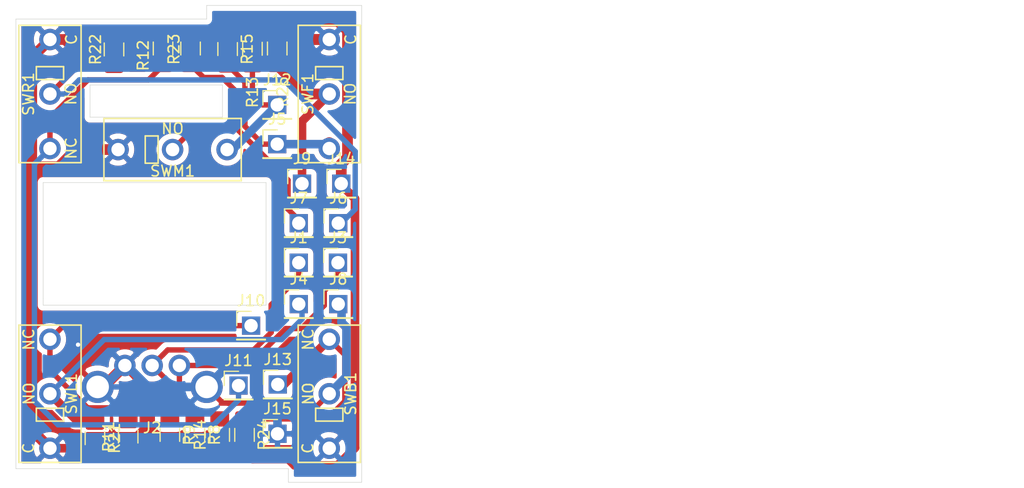
<source format=kicad_pcb>
(kicad_pcb (version 20190516) (host pcbnew "6.0.0-unknown-bc26ccf~86~ubuntu18.04.1")

  (general
    (thickness 1.6)
    (drawings 18)
    (tracks 193)
    (modules 32)
    (nets 15)
  )

  (page "A4")
  (layers
    (0 "F.Cu" signal)
    (31 "B.Cu" signal)
    (32 "B.Adhes" user)
    (33 "F.Adhes" user)
    (34 "B.Paste" user)
    (35 "F.Paste" user)
    (36 "B.SilkS" user)
    (37 "F.SilkS" user)
    (38 "B.Mask" user)
    (39 "F.Mask" user)
    (40 "Dwgs.User" user)
    (41 "Cmts.User" user)
    (42 "Eco1.User" user)
    (43 "Eco2.User" user)
    (44 "Edge.Cuts" user)
    (45 "Margin" user)
    (46 "B.CrtYd" user)
    (47 "F.CrtYd" user)
    (48 "B.Fab" user)
    (49 "F.Fab" user)
  )

  (setup
    (last_trace_width 0.25)
    (user_trace_width 0.5)
    (user_trace_width 0.8)
    (user_trace_width 1)
    (trace_clearance 0.2)
    (zone_clearance 0.508)
    (zone_45_only no)
    (trace_min 0.2)
    (via_size 0.8)
    (via_drill 0.4)
    (via_min_size 0.4)
    (via_min_drill 0.3)
    (uvia_size 0.3)
    (uvia_drill 0.1)
    (uvias_allowed no)
    (uvia_min_size 0.2)
    (uvia_min_drill 0.1)
    (max_error 0.005)
    (edge_width 0.05)
    (segment_width 0.2)
    (pcb_text_width 0.3)
    (pcb_text_size 1.5 1.5)
    (mod_edge_width 0.12)
    (mod_text_size 1 1)
    (mod_text_width 0.15)
    (pad_size 1.7 1.7)
    (pad_drill 1.25)
    (pad_to_mask_clearance 0.051)
    (solder_mask_min_width 0.25)
    (aux_axis_origin 0 0)
    (visible_elements FFFFFF7F)
    (pcbplotparams
      (layerselection 0x010fc_ffffffff)
      (usegerberextensions false)
      (usegerberattributes false)
      (usegerberadvancedattributes false)
      (creategerberjobfile false)
      (excludeedgelayer false)
      (linewidth 0.100000)
      (plotframeref false)
      (viasonmask false)
      (mode 1)
      (useauxorigin false)
      (hpglpennumber 1)
      (hpglpenspeed 20)
      (hpglpendiameter 15.000000)
      (psnegative false)
      (psa4output false)
      (plotreference true)
      (plotvalue true)
      (plotinvisibletext false)
      (padsonsilk false)
      (subtractmaskfromsilk false)
      (outputformat 1)
      (mirror false)
      (drillshape 0)
      (scaleselection 1)
      (outputdirectory "gerbers/"))
  )

  (net 0 "")
  (net 1 "GND")
  (net 2 "Net-(J2-Pad1)")
  (net 3 "Net-(J14-Pad1)")
  (net 4 "Net-(J1-Pad1)")
  (net 5 "Net-(J9-Pad1)")
  (net 6 "Net-(J8-Pad1)")
  (net 7 "Net-(J10-Pad1)")
  (net 8 "Net-(J11-Pad1)")
  (net 9 "Net-(J12-Pad1)")
  (net 10 "Net-(J13-Pad1)")
  (net 11 "Net-(J5-Pad1)")
  (net 12 "Net-(J4-Pad1)")
  (net 13 "Net-(J6-Pad1)")
  (net 14 "Net-(J7-Pad1)")

  (net_class "Default" "This is the default net class."
    (clearance 0.2)
    (trace_width 0.25)
    (via_dia 0.8)
    (via_drill 0.4)
    (uvia_dia 0.3)
    (uvia_drill 0.1)
    (add_net "GND")
    (add_net "Net-(J1-Pad1)")
    (add_net "Net-(J10-Pad1)")
    (add_net "Net-(J11-Pad1)")
    (add_net "Net-(J12-Pad1)")
    (add_net "Net-(J13-Pad1)")
    (add_net "Net-(J14-Pad1)")
    (add_net "Net-(J2-Pad1)")
    (add_net "Net-(J4-Pad1)")
    (add_net "Net-(J5-Pad1)")
    (add_net "Net-(J6-Pad1)")
    (add_net "Net-(J7-Pad1)")
    (add_net "Net-(J8-Pad1)")
    (add_net "Net-(J9-Pad1)")
  )

  (module "Connector_PinHeader_2.54mm:PinHeader_1x01_P2.54mm_Vertical" (layer "F.Cu") (tedit 5D063E8D) (tstamp 5D065026)
    (at 182.4482 91.3384)
    (descr "Through hole straight pin header, 1x01, 2.54mm pitch, single row")
    (tags "Through hole pin header THT 1x01 2.54mm single row")
    (path "/5D063778")
    (fp_text reference "J8" (at 0 -2.33) (layer "F.SilkS")
      (effects (font (size 1 1) (thickness 0.15)))
    )
    (fp_text value "Conn_01x01" (at 0 2.33) (layer "F.Fab")
      (effects (font (size 1 1) (thickness 0.15)))
    )
    (fp_line (start -0.635 -1.27) (end 1.27 -1.27) (layer "F.Fab") (width 0.1))
    (fp_line (start 1.27 -1.27) (end 1.27 1.27) (layer "F.Fab") (width 0.1))
    (fp_line (start 1.27 1.27) (end -1.27 1.27) (layer "F.Fab") (width 0.1))
    (fp_line (start -1.27 1.27) (end -1.27 -0.635) (layer "F.Fab") (width 0.1))
    (fp_line (start -1.27 -0.635) (end -0.635 -1.27) (layer "F.Fab") (width 0.1))
    (fp_line (start -1.33 1.33) (end 1.33 1.33) (layer "F.SilkS") (width 0.12))
    (fp_line (start -1.33 1.27) (end -1.33 1.33) (layer "F.SilkS") (width 0.12))
    (fp_line (start 1.33 1.27) (end 1.33 1.33) (layer "F.SilkS") (width 0.12))
    (fp_line (start -1.33 1.27) (end 1.33 1.27) (layer "F.SilkS") (width 0.12))
    (fp_line (start -1.33 0) (end -1.33 -1.33) (layer "F.SilkS") (width 0.12))
    (fp_line (start -1.33 -1.33) (end 0 -1.33) (layer "F.SilkS") (width 0.12))
    (fp_line (start -1.8 -1.8) (end -1.8 1.8) (layer "F.CrtYd") (width 0.05))
    (fp_line (start -1.8 1.8) (end 1.8 1.8) (layer "F.CrtYd") (width 0.05))
    (fp_line (start 1.8 1.8) (end 1.8 -1.8) (layer "F.CrtYd") (width 0.05))
    (fp_line (start 1.8 -1.8) (end -1.8 -1.8) (layer "F.CrtYd") (width 0.05))
    (fp_text user "%R" (at 0 0 90) (layer "F.Fab")
      (effects (font (size 1 1) (thickness 0.15)))
    )
    (pad "1" thru_hole rect (at 0 0) (size 1.7 1.7) (drill 1.25) (layers *.Cu *.Mask)
      (net 6 "Net-(J8-Pad1)"))
    (model "${KISYS3DMOD}/Connector_PinHeader_2.54mm.3dshapes/PinHeader_1x01_P2.54mm_Vertical.wrl"
      (at (xyz 0 0 0))
      (scale (xyz 1 1 1))
      (rotate (xyz 0 0 0))
    )
  )

  (module "KiCad:Microswitch_SPDT_D2F" (layer "F.Cu") (tedit 5CDD719F) (tstamp 5CCCDB6F)
    (at 167.005 76.935)
    (path "/5CB949EF")
    (fp_text reference "SWM1" (at 0 2) (layer "F.SilkS")
      (effects (font (size 1 1) (thickness 0.15)))
    )
    (fp_text value "SW_SPDT" (at -4.2418 -1.905) (layer "F.Fab")
      (effects (font (size 1 1) (thickness 0.15)))
    )
    (fp_text user "NO" (at 0 -1.95) (layer "F.SilkS")
      (effects (font (size 1 1) (thickness 0.15)))
    )
    (fp_line (start -2.55 -1.27) (end -1.35 -1.27) (layer "F.SilkS") (width 0.15))
    (fp_line (start -1.35 -1.27) (end -1.35 1.27) (layer "F.SilkS") (width 0.15))
    (fp_line (start -1.35 1.27) (end -2.55 1.27) (layer "F.SilkS") (width 0.15))
    (fp_line (start -2.55 1.27) (end -2.55 -1.27) (layer "F.SilkS") (width 0.15))
    (fp_line (start -6.4 -2.9) (end -6.4 2.9) (layer "F.SilkS") (width 0.15))
    (fp_line (start -6.4 2.9) (end 6.4 2.9) (layer "F.SilkS") (width 0.15))
    (fp_line (start 6.4 2.9) (end 6.4 -2.9) (layer "F.SilkS") (width 0.15))
    (fp_line (start 6.4 -2.9) (end -6.4 -2.9) (layer "F.SilkS") (width 0.15))
    (pad "3" thru_hole circle (at 0 0) (size 2 2) (drill 1.25) (layers *.Cu *.Mask)
      (net 14 "Net-(J7-Pad1)"))
    (pad "2" thru_hole circle (at -5.08 0) (size 2 2) (drill 1.25) (layers *.Cu *.Mask)
      (net 1 "GND"))
    (pad "1" thru_hole circle (at 5.08 0) (size 2 2) (drill 1.25) (layers *.Cu *.Mask)
      (net 9 "Net-(J12-Pad1)"))
  )

  (module "KiCad:Microswitch_SPDT_D2F" (layer "F.Cu") (tedit 5CDD71D8) (tstamp 5CCCDB81)
    (at 155.575 71.755 270)
    (path "/5CB8587F")
    (fp_text reference "SWR1" (at 0 2 90) (layer "F.SilkS")
      (effects (font (size 1 1) (thickness 0.15)))
    )
    (fp_text value "SW_SPDT" (at 5.2832 1.9304 90) (layer "F.Fab")
      (effects (font (size 1 1) (thickness 0.15)))
    )
    (fp_text user "NC" (at 5.06 -1.97 90) (layer "F.SilkS")
      (effects (font (size 1 1) (thickness 0.15)))
    )
    (fp_text user "NO" (at 0 -1.95 90) (layer "F.SilkS")
      (effects (font (size 1 1) (thickness 0.15)))
    )
    (fp_line (start -2.55 -1.27) (end -1.35 -1.27) (layer "F.SilkS") (width 0.15))
    (fp_line (start -1.35 -1.27) (end -1.35 1.27) (layer "F.SilkS") (width 0.15))
    (fp_line (start -1.35 1.27) (end -2.55 1.27) (layer "F.SilkS") (width 0.15))
    (fp_line (start -2.55 1.27) (end -2.55 -1.27) (layer "F.SilkS") (width 0.15))
    (fp_line (start -6.4 -2.9) (end -6.4 2.9) (layer "F.SilkS") (width 0.15))
    (fp_line (start -6.4 2.9) (end 6.4 2.9) (layer "F.SilkS") (width 0.15))
    (fp_line (start 6.4 2.9) (end 6.4 -2.9) (layer "F.SilkS") (width 0.15))
    (fp_line (start 6.4 -2.9) (end -6.4 -2.9) (layer "F.SilkS") (width 0.15))
    (fp_text user "C" (at -5.08 -2 90) (layer "F.SilkS")
      (effects (font (size 1 1) (thickness 0.15)))
    )
    (pad "3" thru_hole circle (at 0 0 270) (size 2 2) (drill 1.25) (layers *.Cu *.Mask)
      (net 13 "Net-(J6-Pad1)"))
    (pad "2" thru_hole circle (at -5.08 0 270) (size 2 2) (drill 1.25) (layers *.Cu *.Mask)
      (net 1 "GND"))
    (pad "1" thru_hole circle (at 5.08 0 270) (size 2 2) (drill 1.25) (layers *.Cu *.Mask)
      (net 8 "Net-(J11-Pad1)"))
  )

  (module "KiCad:Microswitch_SPDT_D2F" (layer "F.Cu") (tedit 5CDD717B) (tstamp 5CCCDB4B)
    (at 181.61 71.755 270)
    (path "/5CBA888F")
    (fp_text reference "SWF1" (at 0 2 90) (layer "F.SilkS")
      (effects (font (size 1 1) (thickness 0.15)))
    )
    (fp_text value "SW_SPDT" (at -1.27 -3.81 90) (layer "F.Fab")
      (effects (font (size 1 1) (thickness 0.15)))
    )
    (fp_text user "NO" (at 0 -1.95 90) (layer "F.SilkS")
      (effects (font (size 1 1) (thickness 0.15)))
    )
    (fp_line (start -2.55 -1.27) (end -1.35 -1.27) (layer "F.SilkS") (width 0.15))
    (fp_line (start -1.35 -1.27) (end -1.35 1.27) (layer "F.SilkS") (width 0.15))
    (fp_line (start -1.35 1.27) (end -2.55 1.27) (layer "F.SilkS") (width 0.15))
    (fp_line (start -2.55 1.27) (end -2.55 -1.27) (layer "F.SilkS") (width 0.15))
    (fp_line (start -6.4 -2.9) (end -6.4 2.9) (layer "F.SilkS") (width 0.15))
    (fp_line (start -6.4 2.9) (end 6.4 2.9) (layer "F.SilkS") (width 0.15))
    (fp_line (start 6.4 2.9) (end 6.4 -2.9) (layer "F.SilkS") (width 0.15))
    (fp_line (start 6.4 -2.9) (end -6.4 -2.9) (layer "F.SilkS") (width 0.15))
    (fp_text user "C" (at -5.08 -2 90) (layer "F.SilkS")
      (effects (font (size 1 1) (thickness 0.15)))
    )
    (pad "3" thru_hole circle (at 0 0 270) (size 2 2) (drill 1.25) (layers *.Cu *.Mask)
      (net 5 "Net-(J9-Pad1)"))
    (pad "2" thru_hole circle (at -5.08 0 270) (size 2 2) (drill 1.25) (layers *.Cu *.Mask)
      (net 1 "GND"))
    (pad "1" thru_hole circle (at 5.08 0 270) (size 2 2) (drill 1.25) (layers *.Cu *.Mask)
      (net 11 "Net-(J5-Pad1)"))
  )

  (module "Connector_PinHeader_2.54mm:PinHeader_1x01_P2.54mm_Vertical" (layer "F.Cu") (tedit 5D063E24) (tstamp 5D06503B)
    (at 176.7586 76.4286)
    (descr "Through hole straight pin header, 1x01, 2.54mm pitch, single row")
    (tags "Through hole pin header THT 1x01 2.54mm single row")
    (path "/5CDD6EF6")
    (fp_text reference "J5" (at 0 -2.33) (layer "F.SilkS")
      (effects (font (size 1 1) (thickness 0.15)))
    )
    (fp_text value "Conn_01x01" (at 0 2.33) (layer "F.Fab")
      (effects (font (size 1 1) (thickness 0.15)))
    )
    (fp_line (start -0.635 -1.27) (end 1.27 -1.27) (layer "F.Fab") (width 0.1))
    (fp_line (start 1.27 -1.27) (end 1.27 1.27) (layer "F.Fab") (width 0.1))
    (fp_line (start 1.27 1.27) (end -1.27 1.27) (layer "F.Fab") (width 0.1))
    (fp_line (start -1.27 1.27) (end -1.27 -0.635) (layer "F.Fab") (width 0.1))
    (fp_line (start -1.27 -0.635) (end -0.635 -1.27) (layer "F.Fab") (width 0.1))
    (fp_line (start -1.33 1.33) (end 1.33 1.33) (layer "F.SilkS") (width 0.12))
    (fp_line (start -1.33 1.27) (end -1.33 1.33) (layer "F.SilkS") (width 0.12))
    (fp_line (start 1.33 1.27) (end 1.33 1.33) (layer "F.SilkS") (width 0.12))
    (fp_line (start -1.33 1.27) (end 1.33 1.27) (layer "F.SilkS") (width 0.12))
    (fp_line (start -1.33 0) (end -1.33 -1.33) (layer "F.SilkS") (width 0.12))
    (fp_line (start -1.33 -1.33) (end 0 -1.33) (layer "F.SilkS") (width 0.12))
    (fp_line (start -1.8 -1.8) (end -1.8 1.8) (layer "F.CrtYd") (width 0.05))
    (fp_line (start -1.8 1.8) (end 1.8 1.8) (layer "F.CrtYd") (width 0.05))
    (fp_line (start 1.8 1.8) (end 1.8 -1.8) (layer "F.CrtYd") (width 0.05))
    (fp_line (start 1.8 -1.8) (end -1.8 -1.8) (layer "F.CrtYd") (width 0.05))
    (fp_text user "%R" (at 0 0 90) (layer "F.Fab")
      (effects (font (size 1 1) (thickness 0.15)))
    )
    (pad "1" thru_hole rect (at 0 0) (size 1.7 1.7) (drill 1.25) (layers *.Cu *.Mask)
      (net 11 "Net-(J5-Pad1)"))
    (model "${KISYS3DMOD}/Connector_PinHeader_2.54mm.3dshapes/PinHeader_1x01_P2.54mm_Vertical.wrl"
      (at (xyz 0 0 0))
      (scale (xyz 1 1 1))
      (rotate (xyz 0 0 0))
    )
  )

  (module "Connector_PinHeader_2.54mm:PinHeader_1x01_P2.54mm_Vertical" (layer "F.Cu") (tedit 5D063E49) (tstamp 5D065011)
    (at 178.7652 83.7946)
    (descr "Through hole straight pin header, 1x01, 2.54mm pitch, single row")
    (tags "Through hole pin header THT 1x01 2.54mm single row")
    (path "/5D063B5F")
    (fp_text reference "J7" (at 0 -2.33) (layer "F.SilkS")
      (effects (font (size 1 1) (thickness 0.15)))
    )
    (fp_text value "Conn_01x01" (at 0 2.33) (layer "F.Fab")
      (effects (font (size 1 1) (thickness 0.15)))
    )
    (fp_line (start -0.635 -1.27) (end 1.27 -1.27) (layer "F.Fab") (width 0.1))
    (fp_line (start 1.27 -1.27) (end 1.27 1.27) (layer "F.Fab") (width 0.1))
    (fp_line (start 1.27 1.27) (end -1.27 1.27) (layer "F.Fab") (width 0.1))
    (fp_line (start -1.27 1.27) (end -1.27 -0.635) (layer "F.Fab") (width 0.1))
    (fp_line (start -1.27 -0.635) (end -0.635 -1.27) (layer "F.Fab") (width 0.1))
    (fp_line (start -1.33 1.33) (end 1.33 1.33) (layer "F.SilkS") (width 0.12))
    (fp_line (start -1.33 1.27) (end -1.33 1.33) (layer "F.SilkS") (width 0.12))
    (fp_line (start 1.33 1.27) (end 1.33 1.33) (layer "F.SilkS") (width 0.12))
    (fp_line (start -1.33 1.27) (end 1.33 1.27) (layer "F.SilkS") (width 0.12))
    (fp_line (start -1.33 0) (end -1.33 -1.33) (layer "F.SilkS") (width 0.12))
    (fp_line (start -1.33 -1.33) (end 0 -1.33) (layer "F.SilkS") (width 0.12))
    (fp_line (start -1.8 -1.8) (end -1.8 1.8) (layer "F.CrtYd") (width 0.05))
    (fp_line (start -1.8 1.8) (end 1.8 1.8) (layer "F.CrtYd") (width 0.05))
    (fp_line (start 1.8 1.8) (end 1.8 -1.8) (layer "F.CrtYd") (width 0.05))
    (fp_line (start 1.8 -1.8) (end -1.8 -1.8) (layer "F.CrtYd") (width 0.05))
    (fp_text user "%R" (at 0 0 90) (layer "F.Fab")
      (effects (font (size 1 1) (thickness 0.15)))
    )
    (pad "1" thru_hole rect (at 0 0) (size 1.7 1.7) (drill 1.25) (layers *.Cu *.Mask)
      (net 14 "Net-(J7-Pad1)"))
    (model "${KISYS3DMOD}/Connector_PinHeader_2.54mm.3dshapes/PinHeader_1x01_P2.54mm_Vertical.wrl"
      (at (xyz 0 0 0))
      (scale (xyz 1 1 1))
      (rotate (xyz 0 0 0))
    )
  )

  (module "Connector_PinHeader_2.54mm:PinHeader_1x01_P2.54mm_Vertical" (layer "F.Cu") (tedit 5D063E53) (tstamp 5D064FFC)
    (at 182.4482 83.7946)
    (descr "Through hole straight pin header, 1x01, 2.54mm pitch, single row")
    (tags "Through hole pin header THT 1x01 2.54mm single row")
    (path "/5D064157")
    (fp_text reference "J6" (at 0 -2.33) (layer "F.SilkS")
      (effects (font (size 1 1) (thickness 0.15)))
    )
    (fp_text value "Conn_01x01" (at 0 2.33) (layer "F.Fab")
      (effects (font (size 1 1) (thickness 0.15)))
    )
    (fp_line (start -0.635 -1.27) (end 1.27 -1.27) (layer "F.Fab") (width 0.1))
    (fp_line (start 1.27 -1.27) (end 1.27 1.27) (layer "F.Fab") (width 0.1))
    (fp_line (start 1.27 1.27) (end -1.27 1.27) (layer "F.Fab") (width 0.1))
    (fp_line (start -1.27 1.27) (end -1.27 -0.635) (layer "F.Fab") (width 0.1))
    (fp_line (start -1.27 -0.635) (end -0.635 -1.27) (layer "F.Fab") (width 0.1))
    (fp_line (start -1.33 1.33) (end 1.33 1.33) (layer "F.SilkS") (width 0.12))
    (fp_line (start -1.33 1.27) (end -1.33 1.33) (layer "F.SilkS") (width 0.12))
    (fp_line (start 1.33 1.27) (end 1.33 1.33) (layer "F.SilkS") (width 0.12))
    (fp_line (start -1.33 1.27) (end 1.33 1.27) (layer "F.SilkS") (width 0.12))
    (fp_line (start -1.33 0) (end -1.33 -1.33) (layer "F.SilkS") (width 0.12))
    (fp_line (start -1.33 -1.33) (end 0 -1.33) (layer "F.SilkS") (width 0.12))
    (fp_line (start -1.8 -1.8) (end -1.8 1.8) (layer "F.CrtYd") (width 0.05))
    (fp_line (start -1.8 1.8) (end 1.8 1.8) (layer "F.CrtYd") (width 0.05))
    (fp_line (start 1.8 1.8) (end 1.8 -1.8) (layer "F.CrtYd") (width 0.05))
    (fp_line (start 1.8 -1.8) (end -1.8 -1.8) (layer "F.CrtYd") (width 0.05))
    (fp_text user "%R" (at 0 0 90) (layer "F.Fab")
      (effects (font (size 1 1) (thickness 0.15)))
    )
    (pad "1" thru_hole rect (at 0 0) (size 1.7 1.7) (drill 1.25) (layers *.Cu *.Mask)
      (net 13 "Net-(J6-Pad1)"))
    (model "${KISYS3DMOD}/Connector_PinHeader_2.54mm.3dshapes/PinHeader_1x01_P2.54mm_Vertical.wrl"
      (at (xyz 0 0 0))
      (scale (xyz 1 1 1))
      (rotate (xyz 0 0 0))
    )
  )

  (module "Connector_PinHeader_2.54mm:PinHeader_1x01_P2.54mm_Vertical" (layer "F.Cu") (tedit 5D063E2D) (tstamp 5D064FE7)
    (at 179.07 80.1116)
    (descr "Through hole straight pin header, 1x01, 2.54mm pitch, single row")
    (tags "Through hole pin header THT 1x01 2.54mm single row")
    (path "/5D064430")
    (fp_text reference "J9" (at 0 -2.33) (layer "F.SilkS")
      (effects (font (size 1 1) (thickness 0.15)))
    )
    (fp_text value "Conn_01x01" (at 0 2.33) (layer "F.Fab")
      (effects (font (size 1 1) (thickness 0.15)))
    )
    (fp_line (start -0.635 -1.27) (end 1.27 -1.27) (layer "F.Fab") (width 0.1))
    (fp_line (start 1.27 -1.27) (end 1.27 1.27) (layer "F.Fab") (width 0.1))
    (fp_line (start 1.27 1.27) (end -1.27 1.27) (layer "F.Fab") (width 0.1))
    (fp_line (start -1.27 1.27) (end -1.27 -0.635) (layer "F.Fab") (width 0.1))
    (fp_line (start -1.27 -0.635) (end -0.635 -1.27) (layer "F.Fab") (width 0.1))
    (fp_line (start -1.33 1.33) (end 1.33 1.33) (layer "F.SilkS") (width 0.12))
    (fp_line (start -1.33 1.27) (end -1.33 1.33) (layer "F.SilkS") (width 0.12))
    (fp_line (start 1.33 1.27) (end 1.33 1.33) (layer "F.SilkS") (width 0.12))
    (fp_line (start -1.33 1.27) (end 1.33 1.27) (layer "F.SilkS") (width 0.12))
    (fp_line (start -1.33 0) (end -1.33 -1.33) (layer "F.SilkS") (width 0.12))
    (fp_line (start -1.33 -1.33) (end 0 -1.33) (layer "F.SilkS") (width 0.12))
    (fp_line (start -1.8 -1.8) (end -1.8 1.8) (layer "F.CrtYd") (width 0.05))
    (fp_line (start -1.8 1.8) (end 1.8 1.8) (layer "F.CrtYd") (width 0.05))
    (fp_line (start 1.8 1.8) (end 1.8 -1.8) (layer "F.CrtYd") (width 0.05))
    (fp_line (start 1.8 -1.8) (end -1.8 -1.8) (layer "F.CrtYd") (width 0.05))
    (fp_text user "%R" (at 0 0 90) (layer "F.Fab")
      (effects (font (size 1 1) (thickness 0.15)))
    )
    (pad "1" thru_hole rect (at 0 0) (size 1.7 1.7) (drill 1.25) (layers *.Cu *.Mask)
      (net 5 "Net-(J9-Pad1)"))
    (model "${KISYS3DMOD}/Connector_PinHeader_2.54mm.3dshapes/PinHeader_1x01_P2.54mm_Vertical.wrl"
      (at (xyz 0 0 0))
      (scale (xyz 1 1 1))
      (rotate (xyz 0 0 0))
    )
  )

  (module "Connector_PinHeader_2.54mm:PinHeader_1x01_P2.54mm_Vertical" (layer "F.Cu") (tedit 5D063E85) (tstamp 5D064FD2)
    (at 178.7652 91.3384)
    (descr "Through hole straight pin header, 1x01, 2.54mm pitch, single row")
    (tags "Through hole pin header THT 1x01 2.54mm single row")
    (path "/5D0647BA")
    (fp_text reference "J4" (at 0 -2.33) (layer "F.SilkS")
      (effects (font (size 1 1) (thickness 0.15)))
    )
    (fp_text value "Conn_01x01" (at 0 2.33) (layer "F.Fab")
      (effects (font (size 1 1) (thickness 0.15)))
    )
    (fp_line (start -0.635 -1.27) (end 1.27 -1.27) (layer "F.Fab") (width 0.1))
    (fp_line (start 1.27 -1.27) (end 1.27 1.27) (layer "F.Fab") (width 0.1))
    (fp_line (start 1.27 1.27) (end -1.27 1.27) (layer "F.Fab") (width 0.1))
    (fp_line (start -1.27 1.27) (end -1.27 -0.635) (layer "F.Fab") (width 0.1))
    (fp_line (start -1.27 -0.635) (end -0.635 -1.27) (layer "F.Fab") (width 0.1))
    (fp_line (start -1.33 1.33) (end 1.33 1.33) (layer "F.SilkS") (width 0.12))
    (fp_line (start -1.33 1.27) (end -1.33 1.33) (layer "F.SilkS") (width 0.12))
    (fp_line (start 1.33 1.27) (end 1.33 1.33) (layer "F.SilkS") (width 0.12))
    (fp_line (start -1.33 1.27) (end 1.33 1.27) (layer "F.SilkS") (width 0.12))
    (fp_line (start -1.33 0) (end -1.33 -1.33) (layer "F.SilkS") (width 0.12))
    (fp_line (start -1.33 -1.33) (end 0 -1.33) (layer "F.SilkS") (width 0.12))
    (fp_line (start -1.8 -1.8) (end -1.8 1.8) (layer "F.CrtYd") (width 0.05))
    (fp_line (start -1.8 1.8) (end 1.8 1.8) (layer "F.CrtYd") (width 0.05))
    (fp_line (start 1.8 1.8) (end 1.8 -1.8) (layer "F.CrtYd") (width 0.05))
    (fp_line (start 1.8 -1.8) (end -1.8 -1.8) (layer "F.CrtYd") (width 0.05))
    (fp_text user "%R" (at 0 0 90) (layer "F.Fab")
      (effects (font (size 1 1) (thickness 0.15)))
    )
    (pad "1" thru_hole rect (at 0 0) (size 1.7 1.7) (drill 1.25) (layers *.Cu *.Mask)
      (net 12 "Net-(J4-Pad1)"))
    (model "${KISYS3DMOD}/Connector_PinHeader_2.54mm.3dshapes/PinHeader_1x01_P2.54mm_Vertical.wrl"
      (at (xyz 0 0 0))
      (scale (xyz 1 1 1))
      (rotate (xyz 0 0 0))
    )
  )

  (module "Connector_PinHeader_2.54mm:PinHeader_1x01_P2.54mm_Vertical" (layer "F.Cu") (tedit 5D063E7C) (tstamp 5D064FBD)
    (at 182.4228 87.4776)
    (descr "Through hole straight pin header, 1x01, 2.54mm pitch, single row")
    (tags "Through hole pin header THT 1x01 2.54mm single row")
    (path "/5D064A95")
    (fp_text reference "J3" (at 0 -2.33) (layer "F.SilkS")
      (effects (font (size 1 1) (thickness 0.15)))
    )
    (fp_text value "Conn_01x01" (at 0 2.33) (layer "F.Fab")
      (effects (font (size 1 1) (thickness 0.15)))
    )
    (fp_line (start -0.635 -1.27) (end 1.27 -1.27) (layer "F.Fab") (width 0.1))
    (fp_line (start 1.27 -1.27) (end 1.27 1.27) (layer "F.Fab") (width 0.1))
    (fp_line (start 1.27 1.27) (end -1.27 1.27) (layer "F.Fab") (width 0.1))
    (fp_line (start -1.27 1.27) (end -1.27 -0.635) (layer "F.Fab") (width 0.1))
    (fp_line (start -1.27 -0.635) (end -0.635 -1.27) (layer "F.Fab") (width 0.1))
    (fp_line (start -1.33 1.33) (end 1.33 1.33) (layer "F.SilkS") (width 0.12))
    (fp_line (start -1.33 1.27) (end -1.33 1.33) (layer "F.SilkS") (width 0.12))
    (fp_line (start 1.33 1.27) (end 1.33 1.33) (layer "F.SilkS") (width 0.12))
    (fp_line (start -1.33 1.27) (end 1.33 1.27) (layer "F.SilkS") (width 0.12))
    (fp_line (start -1.33 0) (end -1.33 -1.33) (layer "F.SilkS") (width 0.12))
    (fp_line (start -1.33 -1.33) (end 0 -1.33) (layer "F.SilkS") (width 0.12))
    (fp_line (start -1.8 -1.8) (end -1.8 1.8) (layer "F.CrtYd") (width 0.05))
    (fp_line (start -1.8 1.8) (end 1.8 1.8) (layer "F.CrtYd") (width 0.05))
    (fp_line (start 1.8 1.8) (end 1.8 -1.8) (layer "F.CrtYd") (width 0.05))
    (fp_line (start 1.8 -1.8) (end -1.8 -1.8) (layer "F.CrtYd") (width 0.05))
    (fp_text user "%R" (at 0 0 90) (layer "F.Fab")
      (effects (font (size 1 1) (thickness 0.15)))
    )
    (pad "1" thru_hole rect (at 0 0) (size 1.7 1.7) (drill 1.25) (layers *.Cu *.Mask)
      (net 2 "Net-(J2-Pad1)"))
    (model "${KISYS3DMOD}/Connector_PinHeader_2.54mm.3dshapes/PinHeader_1x01_P2.54mm_Vertical.wrl"
      (at (xyz 0 0 0))
      (scale (xyz 1 1 1))
      (rotate (xyz 0 0 0))
    )
  )

  (module "Connector_PinHeader_2.54mm:PinHeader_1x01_P2.54mm_Vertical" (layer "F.Cu") (tedit 5D063E5C) (tstamp 5D064FA8)
    (at 178.7652 87.4776)
    (descr "Through hole straight pin header, 1x01, 2.54mm pitch, single row")
    (tags "Through hole pin header THT 1x01 2.54mm single row")
    (path "/5D065311")
    (fp_text reference "J1" (at 0 -2.33) (layer "F.SilkS")
      (effects (font (size 1 1) (thickness 0.15)))
    )
    (fp_text value "Conn_01x01" (at 0 2.33) (layer "F.Fab")
      (effects (font (size 1 1) (thickness 0.15)))
    )
    (fp_line (start -0.635 -1.27) (end 1.27 -1.27) (layer "F.Fab") (width 0.1))
    (fp_line (start 1.27 -1.27) (end 1.27 1.27) (layer "F.Fab") (width 0.1))
    (fp_line (start 1.27 1.27) (end -1.27 1.27) (layer "F.Fab") (width 0.1))
    (fp_line (start -1.27 1.27) (end -1.27 -0.635) (layer "F.Fab") (width 0.1))
    (fp_line (start -1.27 -0.635) (end -0.635 -1.27) (layer "F.Fab") (width 0.1))
    (fp_line (start -1.33 1.33) (end 1.33 1.33) (layer "F.SilkS") (width 0.12))
    (fp_line (start -1.33 1.27) (end -1.33 1.33) (layer "F.SilkS") (width 0.12))
    (fp_line (start 1.33 1.27) (end 1.33 1.33) (layer "F.SilkS") (width 0.12))
    (fp_line (start -1.33 1.27) (end 1.33 1.27) (layer "F.SilkS") (width 0.12))
    (fp_line (start -1.33 0) (end -1.33 -1.33) (layer "F.SilkS") (width 0.12))
    (fp_line (start -1.33 -1.33) (end 0 -1.33) (layer "F.SilkS") (width 0.12))
    (fp_line (start -1.8 -1.8) (end -1.8 1.8) (layer "F.CrtYd") (width 0.05))
    (fp_line (start -1.8 1.8) (end 1.8 1.8) (layer "F.CrtYd") (width 0.05))
    (fp_line (start 1.8 1.8) (end 1.8 -1.8) (layer "F.CrtYd") (width 0.05))
    (fp_line (start 1.8 -1.8) (end -1.8 -1.8) (layer "F.CrtYd") (width 0.05))
    (fp_text user "%R" (at 0 0 90) (layer "F.Fab")
      (effects (font (size 1 1) (thickness 0.15)))
    )
    (pad "1" thru_hole rect (at 0 0) (size 1.7 1.7) (drill 1.25) (layers *.Cu *.Mask)
      (net 4 "Net-(J1-Pad1)"))
    (model "${KISYS3DMOD}/Connector_PinHeader_2.54mm.3dshapes/PinHeader_1x01_P2.54mm_Vertical.wrl"
      (at (xyz 0 0 0))
      (scale (xyz 1 1 1))
      (rotate (xyz 0 0 0))
    )
  )

  (module "Connector_PinHeader_2.54mm:PinHeader_1x01_P2.54mm_Vertical" (layer "F.Cu") (tedit 5D063E96) (tstamp 5D064F93)
    (at 174.3202 93.345)
    (descr "Through hole straight pin header, 1x01, 2.54mm pitch, single row")
    (tags "Through hole pin header THT 1x01 2.54mm single row")
    (path "/5D06568E")
    (fp_text reference "J10" (at 0 -2.33) (layer "F.SilkS")
      (effects (font (size 1 1) (thickness 0.15)))
    )
    (fp_text value "Conn_01x01" (at 0 2.33) (layer "F.Fab")
      (effects (font (size 1 1) (thickness 0.15)))
    )
    (fp_line (start -0.635 -1.27) (end 1.27 -1.27) (layer "F.Fab") (width 0.1))
    (fp_line (start 1.27 -1.27) (end 1.27 1.27) (layer "F.Fab") (width 0.1))
    (fp_line (start 1.27 1.27) (end -1.27 1.27) (layer "F.Fab") (width 0.1))
    (fp_line (start -1.27 1.27) (end -1.27 -0.635) (layer "F.Fab") (width 0.1))
    (fp_line (start -1.27 -0.635) (end -0.635 -1.27) (layer "F.Fab") (width 0.1))
    (fp_line (start -1.33 1.33) (end 1.33 1.33) (layer "F.SilkS") (width 0.12))
    (fp_line (start -1.33 1.27) (end -1.33 1.33) (layer "F.SilkS") (width 0.12))
    (fp_line (start 1.33 1.27) (end 1.33 1.33) (layer "F.SilkS") (width 0.12))
    (fp_line (start -1.33 1.27) (end 1.33 1.27) (layer "F.SilkS") (width 0.12))
    (fp_line (start -1.33 0) (end -1.33 -1.33) (layer "F.SilkS") (width 0.12))
    (fp_line (start -1.33 -1.33) (end 0 -1.33) (layer "F.SilkS") (width 0.12))
    (fp_line (start -1.8 -1.8) (end -1.8 1.8) (layer "F.CrtYd") (width 0.05))
    (fp_line (start -1.8 1.8) (end 1.8 1.8) (layer "F.CrtYd") (width 0.05))
    (fp_line (start 1.8 1.8) (end 1.8 -1.8) (layer "F.CrtYd") (width 0.05))
    (fp_line (start 1.8 -1.8) (end -1.8 -1.8) (layer "F.CrtYd") (width 0.05))
    (fp_text user "%R" (at 0 0 90) (layer "F.Fab")
      (effects (font (size 1 1) (thickness 0.15)))
    )
    (pad "1" thru_hole rect (at 0 0) (size 1.7 1.7) (drill 1.25) (layers *.Cu *.Mask)
      (net 7 "Net-(J10-Pad1)"))
    (model "${KISYS3DMOD}/Connector_PinHeader_2.54mm.3dshapes/PinHeader_1x01_P2.54mm_Vertical.wrl"
      (at (xyz 0 0 0))
      (scale (xyz 1 1 1))
      (rotate (xyz 0 0 0))
    )
  )

  (module "Connector_PinHeader_2.54mm:PinHeader_1x01_P2.54mm_Vertical" (layer "F.Cu") (tedit 5D063E9F) (tstamp 5D064F7E)
    (at 173.1518 98.933)
    (descr "Through hole straight pin header, 1x01, 2.54mm pitch, single row")
    (tags "Through hole pin header THT 1x01 2.54mm single row")
    (path "/5D065DFC")
    (fp_text reference "J11" (at 0 -2.33) (layer "F.SilkS")
      (effects (font (size 1 1) (thickness 0.15)))
    )
    (fp_text value "Conn_01x01" (at 0 2.33) (layer "F.Fab")
      (effects (font (size 1 1) (thickness 0.15)))
    )
    (fp_line (start -0.635 -1.27) (end 1.27 -1.27) (layer "F.Fab") (width 0.1))
    (fp_line (start 1.27 -1.27) (end 1.27 1.27) (layer "F.Fab") (width 0.1))
    (fp_line (start 1.27 1.27) (end -1.27 1.27) (layer "F.Fab") (width 0.1))
    (fp_line (start -1.27 1.27) (end -1.27 -0.635) (layer "F.Fab") (width 0.1))
    (fp_line (start -1.27 -0.635) (end -0.635 -1.27) (layer "F.Fab") (width 0.1))
    (fp_line (start -1.33 1.33) (end 1.33 1.33) (layer "F.SilkS") (width 0.12))
    (fp_line (start -1.33 1.27) (end -1.33 1.33) (layer "F.SilkS") (width 0.12))
    (fp_line (start 1.33 1.27) (end 1.33 1.33) (layer "F.SilkS") (width 0.12))
    (fp_line (start -1.33 1.27) (end 1.33 1.27) (layer "F.SilkS") (width 0.12))
    (fp_line (start -1.33 0) (end -1.33 -1.33) (layer "F.SilkS") (width 0.12))
    (fp_line (start -1.33 -1.33) (end 0 -1.33) (layer "F.SilkS") (width 0.12))
    (fp_line (start -1.8 -1.8) (end -1.8 1.8) (layer "F.CrtYd") (width 0.05))
    (fp_line (start -1.8 1.8) (end 1.8 1.8) (layer "F.CrtYd") (width 0.05))
    (fp_line (start 1.8 1.8) (end 1.8 -1.8) (layer "F.CrtYd") (width 0.05))
    (fp_line (start 1.8 -1.8) (end -1.8 -1.8) (layer "F.CrtYd") (width 0.05))
    (fp_text user "%R" (at 0 0 90) (layer "F.Fab")
      (effects (font (size 1 1) (thickness 0.15)))
    )
    (pad "1" thru_hole rect (at 0 0) (size 1.7 1.7) (drill 1.25) (layers *.Cu *.Mask)
      (net 8 "Net-(J11-Pad1)"))
    (model "${KISYS3DMOD}/Connector_PinHeader_2.54mm.3dshapes/PinHeader_1x01_P2.54mm_Vertical.wrl"
      (at (xyz 0 0 0))
      (scale (xyz 1 1 1))
      (rotate (xyz 0 0 0))
    )
  )

  (module "Connector_PinHeader_2.54mm:PinHeader_1x01_P2.54mm_Vertical" (layer "F.Cu") (tedit 5D063E1A) (tstamp 5D064F69)
    (at 176.7586 72.771)
    (descr "Through hole straight pin header, 1x01, 2.54mm pitch, single row")
    (tags "Through hole pin header THT 1x01 2.54mm single row")
    (path "/5D0663BB")
    (fp_text reference "J12" (at 0 -2.33) (layer "F.SilkS")
      (effects (font (size 1 1) (thickness 0.15)))
    )
    (fp_text value "Conn_01x01" (at 0 2.33) (layer "F.Fab")
      (effects (font (size 1 1) (thickness 0.15)))
    )
    (fp_line (start -0.635 -1.27) (end 1.27 -1.27) (layer "F.Fab") (width 0.1))
    (fp_line (start 1.27 -1.27) (end 1.27 1.27) (layer "F.Fab") (width 0.1))
    (fp_line (start 1.27 1.27) (end -1.27 1.27) (layer "F.Fab") (width 0.1))
    (fp_line (start -1.27 1.27) (end -1.27 -0.635) (layer "F.Fab") (width 0.1))
    (fp_line (start -1.27 -0.635) (end -0.635 -1.27) (layer "F.Fab") (width 0.1))
    (fp_line (start -1.33 1.33) (end 1.33 1.33) (layer "F.SilkS") (width 0.12))
    (fp_line (start -1.33 1.27) (end -1.33 1.33) (layer "F.SilkS") (width 0.12))
    (fp_line (start 1.33 1.27) (end 1.33 1.33) (layer "F.SilkS") (width 0.12))
    (fp_line (start -1.33 1.27) (end 1.33 1.27) (layer "F.SilkS") (width 0.12))
    (fp_line (start -1.33 0) (end -1.33 -1.33) (layer "F.SilkS") (width 0.12))
    (fp_line (start -1.33 -1.33) (end 0 -1.33) (layer "F.SilkS") (width 0.12))
    (fp_line (start -1.8 -1.8) (end -1.8 1.8) (layer "F.CrtYd") (width 0.05))
    (fp_line (start -1.8 1.8) (end 1.8 1.8) (layer "F.CrtYd") (width 0.05))
    (fp_line (start 1.8 1.8) (end 1.8 -1.8) (layer "F.CrtYd") (width 0.05))
    (fp_line (start 1.8 -1.8) (end -1.8 -1.8) (layer "F.CrtYd") (width 0.05))
    (fp_text user "%R" (at 0 0 90) (layer "F.Fab")
      (effects (font (size 1 1) (thickness 0.15)))
    )
    (pad "1" thru_hole rect (at 0 0) (size 1.7 1.7) (drill 1.25) (layers *.Cu *.Mask)
      (net 9 "Net-(J12-Pad1)"))
    (model "${KISYS3DMOD}/Connector_PinHeader_2.54mm.3dshapes/PinHeader_1x01_P2.54mm_Vertical.wrl"
      (at (xyz 0 0 0))
      (scale (xyz 1 1 1))
      (rotate (xyz 0 0 0))
    )
  )

  (module "Connector_PinHeader_2.54mm:PinHeader_1x01_P2.54mm_Vertical" (layer "F.Cu") (tedit 5D063EA6) (tstamp 5D064F54)
    (at 176.8094 98.8314)
    (descr "Through hole straight pin header, 1x01, 2.54mm pitch, single row")
    (tags "Through hole pin header THT 1x01 2.54mm single row")
    (path "/5D0667AB")
    (fp_text reference "J13" (at 0 -2.33) (layer "F.SilkS")
      (effects (font (size 1 1) (thickness 0.15)))
    )
    (fp_text value "Conn_01x01" (at 0 2.33) (layer "F.Fab")
      (effects (font (size 1 1) (thickness 0.15)))
    )
    (fp_line (start -0.635 -1.27) (end 1.27 -1.27) (layer "F.Fab") (width 0.1))
    (fp_line (start 1.27 -1.27) (end 1.27 1.27) (layer "F.Fab") (width 0.1))
    (fp_line (start 1.27 1.27) (end -1.27 1.27) (layer "F.Fab") (width 0.1))
    (fp_line (start -1.27 1.27) (end -1.27 -0.635) (layer "F.Fab") (width 0.1))
    (fp_line (start -1.27 -0.635) (end -0.635 -1.27) (layer "F.Fab") (width 0.1))
    (fp_line (start -1.33 1.33) (end 1.33 1.33) (layer "F.SilkS") (width 0.12))
    (fp_line (start -1.33 1.27) (end -1.33 1.33) (layer "F.SilkS") (width 0.12))
    (fp_line (start 1.33 1.27) (end 1.33 1.33) (layer "F.SilkS") (width 0.12))
    (fp_line (start -1.33 1.27) (end 1.33 1.27) (layer "F.SilkS") (width 0.12))
    (fp_line (start -1.33 0) (end -1.33 -1.33) (layer "F.SilkS") (width 0.12))
    (fp_line (start -1.33 -1.33) (end 0 -1.33) (layer "F.SilkS") (width 0.12))
    (fp_line (start -1.8 -1.8) (end -1.8 1.8) (layer "F.CrtYd") (width 0.05))
    (fp_line (start -1.8 1.8) (end 1.8 1.8) (layer "F.CrtYd") (width 0.05))
    (fp_line (start 1.8 1.8) (end 1.8 -1.8) (layer "F.CrtYd") (width 0.05))
    (fp_line (start 1.8 -1.8) (end -1.8 -1.8) (layer "F.CrtYd") (width 0.05))
    (fp_text user "%R" (at 0 0 90) (layer "F.Fab")
      (effects (font (size 1 1) (thickness 0.15)))
    )
    (pad "1" thru_hole rect (at 0 0) (size 1.7 1.7) (drill 1.25) (layers *.Cu *.Mask)
      (net 10 "Net-(J13-Pad1)"))
    (model "${KISYS3DMOD}/Connector_PinHeader_2.54mm.3dshapes/PinHeader_1x01_P2.54mm_Vertical.wrl"
      (at (xyz 0 0 0))
      (scale (xyz 1 1 1))
      (rotate (xyz 0 0 0))
    )
  )

  (module "Connector_PinHeader_2.54mm:PinHeader_1x01_P2.54mm_Vertical" (layer "F.Cu") (tedit 5D063E36) (tstamp 5D064F3F)
    (at 182.7276 80.1116)
    (descr "Through hole straight pin header, 1x01, 2.54mm pitch, single row")
    (tags "Through hole pin header THT 1x01 2.54mm single row")
    (path "/5D0670CC")
    (fp_text reference "J14" (at 0 -2.33) (layer "F.SilkS")
      (effects (font (size 1 1) (thickness 0.15)))
    )
    (fp_text value "Conn_01x01" (at 0 2.33) (layer "F.Fab")
      (effects (font (size 1 1) (thickness 0.15)))
    )
    (fp_line (start -0.635 -1.27) (end 1.27 -1.27) (layer "F.Fab") (width 0.1))
    (fp_line (start 1.27 -1.27) (end 1.27 1.27) (layer "F.Fab") (width 0.1))
    (fp_line (start 1.27 1.27) (end -1.27 1.27) (layer "F.Fab") (width 0.1))
    (fp_line (start -1.27 1.27) (end -1.27 -0.635) (layer "F.Fab") (width 0.1))
    (fp_line (start -1.27 -0.635) (end -0.635 -1.27) (layer "F.Fab") (width 0.1))
    (fp_line (start -1.33 1.33) (end 1.33 1.33) (layer "F.SilkS") (width 0.12))
    (fp_line (start -1.33 1.27) (end -1.33 1.33) (layer "F.SilkS") (width 0.12))
    (fp_line (start 1.33 1.27) (end 1.33 1.33) (layer "F.SilkS") (width 0.12))
    (fp_line (start -1.33 1.27) (end 1.33 1.27) (layer "F.SilkS") (width 0.12))
    (fp_line (start -1.33 0) (end -1.33 -1.33) (layer "F.SilkS") (width 0.12))
    (fp_line (start -1.33 -1.33) (end 0 -1.33) (layer "F.SilkS") (width 0.12))
    (fp_line (start -1.8 -1.8) (end -1.8 1.8) (layer "F.CrtYd") (width 0.05))
    (fp_line (start -1.8 1.8) (end 1.8 1.8) (layer "F.CrtYd") (width 0.05))
    (fp_line (start 1.8 1.8) (end 1.8 -1.8) (layer "F.CrtYd") (width 0.05))
    (fp_line (start 1.8 -1.8) (end -1.8 -1.8) (layer "F.CrtYd") (width 0.05))
    (fp_text user "%R" (at 0 0 90) (layer "F.Fab")
      (effects (font (size 1 1) (thickness 0.15)))
    )
    (pad "1" thru_hole rect (at 0 0) (size 1.7 1.7) (drill 1.25) (layers *.Cu *.Mask)
      (net 3 "Net-(J14-Pad1)"))
    (model "${KISYS3DMOD}/Connector_PinHeader_2.54mm.3dshapes/PinHeader_1x01_P2.54mm_Vertical.wrl"
      (at (xyz 0 0 0))
      (scale (xyz 1 1 1))
      (rotate (xyz 0 0 0))
    )
  )

  (module "Connector_PinHeader_2.54mm:PinHeader_1x01_P2.54mm_Vertical" (layer "F.Cu") (tedit 5D063EAD) (tstamp 5D064F2A)
    (at 176.784 103.4288)
    (descr "Through hole straight pin header, 1x01, 2.54mm pitch, single row")
    (tags "Through hole pin header THT 1x01 2.54mm single row")
    (path "/5D068D22")
    (fp_text reference "J15" (at 0 -2.33) (layer "F.SilkS")
      (effects (font (size 1 1) (thickness 0.15)))
    )
    (fp_text value "Conn_01x01" (at 0 2.33) (layer "F.Fab")
      (effects (font (size 1 1) (thickness 0.15)))
    )
    (fp_line (start -0.635 -1.27) (end 1.27 -1.27) (layer "F.Fab") (width 0.1))
    (fp_line (start 1.27 -1.27) (end 1.27 1.27) (layer "F.Fab") (width 0.1))
    (fp_line (start 1.27 1.27) (end -1.27 1.27) (layer "F.Fab") (width 0.1))
    (fp_line (start -1.27 1.27) (end -1.27 -0.635) (layer "F.Fab") (width 0.1))
    (fp_line (start -1.27 -0.635) (end -0.635 -1.27) (layer "F.Fab") (width 0.1))
    (fp_line (start -1.33 1.33) (end 1.33 1.33) (layer "F.SilkS") (width 0.12))
    (fp_line (start -1.33 1.27) (end -1.33 1.33) (layer "F.SilkS") (width 0.12))
    (fp_line (start 1.33 1.27) (end 1.33 1.33) (layer "F.SilkS") (width 0.12))
    (fp_line (start -1.33 1.27) (end 1.33 1.27) (layer "F.SilkS") (width 0.12))
    (fp_line (start -1.33 0) (end -1.33 -1.33) (layer "F.SilkS") (width 0.12))
    (fp_line (start -1.33 -1.33) (end 0 -1.33) (layer "F.SilkS") (width 0.12))
    (fp_line (start -1.8 -1.8) (end -1.8 1.8) (layer "F.CrtYd") (width 0.05))
    (fp_line (start -1.8 1.8) (end 1.8 1.8) (layer "F.CrtYd") (width 0.05))
    (fp_line (start 1.8 1.8) (end 1.8 -1.8) (layer "F.CrtYd") (width 0.05))
    (fp_line (start 1.8 -1.8) (end -1.8 -1.8) (layer "F.CrtYd") (width 0.05))
    (fp_text user "%R" (at 0 0 90) (layer "F.Fab")
      (effects (font (size 1 1) (thickness 0.15)))
    )
    (pad "1" thru_hole rect (at 0 0) (size 1.7 1.7) (drill 1.25) (layers *.Cu *.Mask)
      (net 1 "GND"))
    (model "${KISYS3DMOD}/Connector_PinHeader_2.54mm.3dshapes/PinHeader_1x01_P2.54mm_Vertical.wrl"
      (at (xyz 0 0 0))
      (scale (xyz 1 1 1))
      (rotate (xyz 0 0 0))
    )
  )

  (module "Resistor_SMD:R_1206_3216Metric_Pad1.42x1.75mm_HandSolder" (layer "F.Cu") (tedit 5B301BBD) (tstamp 5D064E1F)
    (at 159.766 103.8352 270)
    (descr "Resistor SMD 1206 (3216 Metric), square (rectangular) end terminal, IPC_7351 nominal with elongated pad for handsoldering. (Body size source: http://www.tortai-tech.com/upload/download/2011102023233369053.pdf), generated with kicad-footprint-generator")
    (tags "resistor handsolder")
    (path "/5CC737F6")
    (attr smd)
    (fp_text reference "R21" (at 0 -1.82 90) (layer "F.SilkS")
      (effects (font (size 1 1) (thickness 0.15)))
    )
    (fp_text value "5K" (at 0 1.82 90) (layer "F.Fab")
      (effects (font (size 1 1) (thickness 0.15)))
    )
    (fp_line (start -1.6 0.8) (end -1.6 -0.8) (layer "F.Fab") (width 0.1))
    (fp_line (start -1.6 -0.8) (end 1.6 -0.8) (layer "F.Fab") (width 0.1))
    (fp_line (start 1.6 -0.8) (end 1.6 0.8) (layer "F.Fab") (width 0.1))
    (fp_line (start 1.6 0.8) (end -1.6 0.8) (layer "F.Fab") (width 0.1))
    (fp_line (start -0.602064 -0.91) (end 0.602064 -0.91) (layer "F.SilkS") (width 0.12))
    (fp_line (start -0.602064 0.91) (end 0.602064 0.91) (layer "F.SilkS") (width 0.12))
    (fp_line (start -2.45 1.12) (end -2.45 -1.12) (layer "F.CrtYd") (width 0.05))
    (fp_line (start -2.45 -1.12) (end 2.45 -1.12) (layer "F.CrtYd") (width 0.05))
    (fp_line (start 2.45 -1.12) (end 2.45 1.12) (layer "F.CrtYd") (width 0.05))
    (fp_line (start 2.45 1.12) (end -2.45 1.12) (layer "F.CrtYd") (width 0.05))
    (fp_text user "%R" (at 0 0 90) (layer "F.Fab")
      (effects (font (size 0.8 0.8) (thickness 0.12)))
    )
    (pad "2" smd roundrect (at 1.4875 0 270) (size 1.425 1.75) (layers "F.Cu" "F.Paste" "F.Mask") (roundrect_rratio 0.175439)
      (net 3 "Net-(J14-Pad1)"))
    (pad "1" smd roundrect (at -1.4875 0 270) (size 1.425 1.75) (layers "F.Cu" "F.Paste" "F.Mask") (roundrect_rratio 0.175439)
      (net 12 "Net-(J4-Pad1)"))
    (model "${KISYS3DMOD}/Resistor_SMD.3dshapes/R_1206_3216Metric.wrl"
      (at (xyz 0 0 0))
      (scale (xyz 1 1 1))
      (rotate (xyz 0 0 0))
    )
  )

  (module "Resistor_SMD:R_1206_3216Metric_Pad1.42x1.75mm_HandSolder" (layer "F.Cu") (tedit 5B301BBD) (tstamp 5D064E0E)
    (at 172.1358 67.564 270)
    (descr "Resistor SMD 1206 (3216 Metric), square (rectangular) end terminal, IPC_7351 nominal with elongated pad for handsoldering. (Body size source: http://www.tortai-tech.com/upload/download/2011102023233369053.pdf), generated with kicad-footprint-generator")
    (tags "resistor handsolder")
    (path "/5CC09AD0")
    (attr smd)
    (fp_text reference "R15" (at 0 -1.82 90) (layer "F.SilkS")
      (effects (font (size 1 1) (thickness 0.15)))
    )
    (fp_text value "5K" (at 0 1.82 90) (layer "F.Fab")
      (effects (font (size 1 1) (thickness 0.15)))
    )
    (fp_line (start -1.6 0.8) (end -1.6 -0.8) (layer "F.Fab") (width 0.1))
    (fp_line (start -1.6 -0.8) (end 1.6 -0.8) (layer "F.Fab") (width 0.1))
    (fp_line (start 1.6 -0.8) (end 1.6 0.8) (layer "F.Fab") (width 0.1))
    (fp_line (start 1.6 0.8) (end -1.6 0.8) (layer "F.Fab") (width 0.1))
    (fp_line (start -0.602064 -0.91) (end 0.602064 -0.91) (layer "F.SilkS") (width 0.12))
    (fp_line (start -0.602064 0.91) (end 0.602064 0.91) (layer "F.SilkS") (width 0.12))
    (fp_line (start -2.45 1.12) (end -2.45 -1.12) (layer "F.CrtYd") (width 0.05))
    (fp_line (start -2.45 -1.12) (end 2.45 -1.12) (layer "F.CrtYd") (width 0.05))
    (fp_line (start 2.45 -1.12) (end 2.45 1.12) (layer "F.CrtYd") (width 0.05))
    (fp_line (start 2.45 1.12) (end -2.45 1.12) (layer "F.CrtYd") (width 0.05))
    (fp_text user "%R" (at 0 0 90) (layer "F.Fab")
      (effects (font (size 0.8 0.8) (thickness 0.12)))
    )
    (pad "2" smd roundrect (at 1.4875 0 270) (size 1.425 1.75) (layers "F.Cu" "F.Paste" "F.Mask") (roundrect_rratio 0.175439)
      (net 11 "Net-(J5-Pad1)"))
    (pad "1" smd roundrect (at -1.4875 0 270) (size 1.425 1.75) (layers "F.Cu" "F.Paste" "F.Mask") (roundrect_rratio 0.175439)
      (net 3 "Net-(J14-Pad1)"))
    (model "${KISYS3DMOD}/Resistor_SMD.3dshapes/R_1206_3216Metric.wrl"
      (at (xyz 0 0 0))
      (scale (xyz 1 1 1))
      (rotate (xyz 0 0 0))
    )
  )

  (module "Resistor_SMD:R_1206_3216Metric_Pad1.42x1.75mm_HandSolder" (layer "F.Cu") (tedit 5B301BBD) (tstamp 5D064DFD)
    (at 171.3992 103.5304 90)
    (descr "Resistor SMD 1206 (3216 Metric), square (rectangular) end terminal, IPC_7351 nominal with elongated pad for handsoldering. (Body size source: http://www.tortai-tech.com/upload/download/2011102023233369053.pdf), generated with kicad-footprint-generator")
    (tags "resistor handsolder")
    (path "/5CC06130")
    (attr smd)
    (fp_text reference "R14" (at 0 -1.82 90) (layer "F.SilkS")
      (effects (font (size 1 1) (thickness 0.15)))
    )
    (fp_text value "5K" (at 0 1.82 90) (layer "F.Fab")
      (effects (font (size 1 1) (thickness 0.15)))
    )
    (fp_line (start -1.6 0.8) (end -1.6 -0.8) (layer "F.Fab") (width 0.1))
    (fp_line (start -1.6 -0.8) (end 1.6 -0.8) (layer "F.Fab") (width 0.1))
    (fp_line (start 1.6 -0.8) (end 1.6 0.8) (layer "F.Fab") (width 0.1))
    (fp_line (start 1.6 0.8) (end -1.6 0.8) (layer "F.Fab") (width 0.1))
    (fp_line (start -0.602064 -0.91) (end 0.602064 -0.91) (layer "F.SilkS") (width 0.12))
    (fp_line (start -0.602064 0.91) (end 0.602064 0.91) (layer "F.SilkS") (width 0.12))
    (fp_line (start -2.45 1.12) (end -2.45 -1.12) (layer "F.CrtYd") (width 0.05))
    (fp_line (start -2.45 -1.12) (end 2.45 -1.12) (layer "F.CrtYd") (width 0.05))
    (fp_line (start 2.45 -1.12) (end 2.45 1.12) (layer "F.CrtYd") (width 0.05))
    (fp_line (start 2.45 1.12) (end -2.45 1.12) (layer "F.CrtYd") (width 0.05))
    (fp_text user "%R" (at 0 0 90) (layer "F.Fab")
      (effects (font (size 0.8 0.8) (thickness 0.12)))
    )
    (pad "2" smd roundrect (at 1.4875 0 90) (size 1.425 1.75) (layers "F.Cu" "F.Paste" "F.Mask") (roundrect_rratio 0.175439)
      (net 10 "Net-(J13-Pad1)"))
    (pad "1" smd roundrect (at -1.4875 0 90) (size 1.425 1.75) (layers "F.Cu" "F.Paste" "F.Mask") (roundrect_rratio 0.175439)
      (net 3 "Net-(J14-Pad1)"))
    (model "${KISYS3DMOD}/Resistor_SMD.3dshapes/R_1206_3216Metric.wrl"
      (at (xyz 0 0 0))
      (scale (xyz 1 1 1))
      (rotate (xyz 0 0 0))
    )
  )

  (module "Resistor_SMD:R_1206_3216Metric_Pad1.42x1.75mm_HandSolder" (layer "F.Cu") (tedit 5B301BBD) (tstamp 5D064DAC)
    (at 162.8648 103.6828 90)
    (descr "Resistor SMD 1206 (3216 Metric), square (rectangular) end terminal, IPC_7351 nominal with elongated pad for handsoldering. (Body size source: http://www.tortai-tech.com/upload/download/2011102023233369053.pdf), generated with kicad-footprint-generator")
    (tags "resistor handsolder")
    (path "/5CBFFF6B")
    (attr smd)
    (fp_text reference "R11" (at 0 -1.82 90) (layer "F.SilkS")
      (effects (font (size 1 1) (thickness 0.15)))
    )
    (fp_text value "5K" (at 0 1.82 90) (layer "F.Fab")
      (effects (font (size 1 1) (thickness 0.15)))
    )
    (fp_line (start -1.6 0.8) (end -1.6 -0.8) (layer "F.Fab") (width 0.1))
    (fp_line (start -1.6 -0.8) (end 1.6 -0.8) (layer "F.Fab") (width 0.1))
    (fp_line (start 1.6 -0.8) (end 1.6 0.8) (layer "F.Fab") (width 0.1))
    (fp_line (start 1.6 0.8) (end -1.6 0.8) (layer "F.Fab") (width 0.1))
    (fp_line (start -0.602064 -0.91) (end 0.602064 -0.91) (layer "F.SilkS") (width 0.12))
    (fp_line (start -0.602064 0.91) (end 0.602064 0.91) (layer "F.SilkS") (width 0.12))
    (fp_line (start -2.45 1.12) (end -2.45 -1.12) (layer "F.CrtYd") (width 0.05))
    (fp_line (start -2.45 -1.12) (end 2.45 -1.12) (layer "F.CrtYd") (width 0.05))
    (fp_line (start 2.45 -1.12) (end 2.45 1.12) (layer "F.CrtYd") (width 0.05))
    (fp_line (start 2.45 1.12) (end -2.45 1.12) (layer "F.CrtYd") (width 0.05))
    (fp_text user "%R" (at 0 0 90) (layer "F.Fab")
      (effects (font (size 0.8 0.8) (thickness 0.12)))
    )
    (pad "2" smd roundrect (at 1.4875 0 90) (size 1.425 1.75) (layers "F.Cu" "F.Paste" "F.Mask") (roundrect_rratio 0.175439)
      (net 7 "Net-(J10-Pad1)"))
    (pad "1" smd roundrect (at -1.4875 0 90) (size 1.425 1.75) (layers "F.Cu" "F.Paste" "F.Mask") (roundrect_rratio 0.175439)
      (net 3 "Net-(J14-Pad1)"))
    (model "${KISYS3DMOD}/Resistor_SMD.3dshapes/R_1206_3216Metric.wrl"
      (at (xyz 0 0 0))
      (scale (xyz 1 1 1))
      (rotate (xyz 0 0 0))
    )
  )

  (module "Resistor_SMD:R_1206_3216Metric_Pad1.42x1.75mm_HandSolder" (layer "F.Cu") (tedit 5B301BBD) (tstamp 5D064D9B)
    (at 173.7106 103.5304 270)
    (descr "Resistor SMD 1206 (3216 Metric), square (rectangular) end terminal, IPC_7351 nominal with elongated pad for handsoldering. (Body size source: http://www.tortai-tech.com/upload/download/2011102023233369053.pdf), generated with kicad-footprint-generator")
    (tags "resistor handsolder")
    (path "/5CC73814")
    (attr smd)
    (fp_text reference "R24" (at 0 -1.82 90) (layer "F.SilkS")
      (effects (font (size 1 1) (thickness 0.15)))
    )
    (fp_text value "5K" (at 0 1.82 90) (layer "F.Fab")
      (effects (font (size 1 1) (thickness 0.15)))
    )
    (fp_line (start -1.6 0.8) (end -1.6 -0.8) (layer "F.Fab") (width 0.1))
    (fp_line (start -1.6 -0.8) (end 1.6 -0.8) (layer "F.Fab") (width 0.1))
    (fp_line (start 1.6 -0.8) (end 1.6 0.8) (layer "F.Fab") (width 0.1))
    (fp_line (start 1.6 0.8) (end -1.6 0.8) (layer "F.Fab") (width 0.1))
    (fp_line (start -0.602064 -0.91) (end 0.602064 -0.91) (layer "F.SilkS") (width 0.12))
    (fp_line (start -0.602064 0.91) (end 0.602064 0.91) (layer "F.SilkS") (width 0.12))
    (fp_line (start -2.45 1.12) (end -2.45 -1.12) (layer "F.CrtYd") (width 0.05))
    (fp_line (start -2.45 -1.12) (end 2.45 -1.12) (layer "F.CrtYd") (width 0.05))
    (fp_line (start 2.45 -1.12) (end 2.45 1.12) (layer "F.CrtYd") (width 0.05))
    (fp_line (start 2.45 1.12) (end -2.45 1.12) (layer "F.CrtYd") (width 0.05))
    (fp_text user "%R" (at 0 0 90) (layer "F.Fab")
      (effects (font (size 0.8 0.8) (thickness 0.12)))
    )
    (pad "2" smd roundrect (at 1.4875 0 270) (size 1.425 1.75) (layers "F.Cu" "F.Paste" "F.Mask") (roundrect_rratio 0.175439)
      (net 3 "Net-(J14-Pad1)"))
    (pad "1" smd roundrect (at -1.4875 0 270) (size 1.425 1.75) (layers "F.Cu" "F.Paste" "F.Mask") (roundrect_rratio 0.175439)
      (net 6 "Net-(J8-Pad1)"))
    (model "${KISYS3DMOD}/Resistor_SMD.3dshapes/R_1206_3216Metric.wrl"
      (at (xyz 0 0 0))
      (scale (xyz 1 1 1))
      (rotate (xyz 0 0 0))
    )
  )

  (module "Resistor_SMD:R_1206_3216Metric_Pad1.42x1.75mm_HandSolder" (layer "F.Cu") (tedit 5B301BBD) (tstamp 5D064D6A)
    (at 169.0878 103.5304 270)
    (descr "Resistor SMD 1206 (3216 Metric), square (rectangular) end terminal, IPC_7351 nominal with elongated pad for handsoldering. (Body size source: http://www.tortai-tech.com/upload/download/2011102023233369053.pdf), generated with kicad-footprint-generator")
    (tags "resistor handsolder")
    (path "/5CF916E0")
    (attr smd)
    (fp_text reference "R8" (at 0 -1.82 90) (layer "F.SilkS")
      (effects (font (size 1 1) (thickness 0.15)))
    )
    (fp_text value "10K" (at 0 1.82 90) (layer "F.Fab")
      (effects (font (size 1 1) (thickness 0.15)))
    )
    (fp_line (start -1.6 0.8) (end -1.6 -0.8) (layer "F.Fab") (width 0.1))
    (fp_line (start -1.6 -0.8) (end 1.6 -0.8) (layer "F.Fab") (width 0.1))
    (fp_line (start 1.6 -0.8) (end 1.6 0.8) (layer "F.Fab") (width 0.1))
    (fp_line (start 1.6 0.8) (end -1.6 0.8) (layer "F.Fab") (width 0.1))
    (fp_line (start -0.602064 -0.91) (end 0.602064 -0.91) (layer "F.SilkS") (width 0.12))
    (fp_line (start -0.602064 0.91) (end 0.602064 0.91) (layer "F.SilkS") (width 0.12))
    (fp_line (start -2.45 1.12) (end -2.45 -1.12) (layer "F.CrtYd") (width 0.05))
    (fp_line (start -2.45 -1.12) (end 2.45 -1.12) (layer "F.CrtYd") (width 0.05))
    (fp_line (start 2.45 -1.12) (end 2.45 1.12) (layer "F.CrtYd") (width 0.05))
    (fp_line (start 2.45 1.12) (end -2.45 1.12) (layer "F.CrtYd") (width 0.05))
    (fp_text user "%R" (at 0 0 90) (layer "F.Fab")
      (effects (font (size 0.8 0.8) (thickness 0.12)))
    )
    (pad "2" smd roundrect (at 1.4875 0 270) (size 1.425 1.75) (layers "F.Cu" "F.Paste" "F.Mask") (roundrect_rratio 0.175439)
      (net 3 "Net-(J14-Pad1)"))
    (pad "1" smd roundrect (at -1.4875 0 270) (size 1.425 1.75) (layers "F.Cu" "F.Paste" "F.Mask") (roundrect_rratio 0.175439)
      (net 2 "Net-(J2-Pad1)"))
    (model "${KISYS3DMOD}/Resistor_SMD.3dshapes/R_1206_3216Metric.wrl"
      (at (xyz 0 0 0))
      (scale (xyz 1 1 1))
      (rotate (xyz 0 0 0))
    )
  )

  (module "Resistor_SMD:R_1206_3216Metric_Pad1.42x1.75mm_HandSolder" (layer "F.Cu") (tedit 5B301BBD) (tstamp 5D064D59)
    (at 166.751 103.5304 270)
    (descr "Resistor SMD 1206 (3216 Metric), square (rectangular) end terminal, IPC_7351 nominal with elongated pad for handsoldering. (Body size source: http://www.tortai-tech.com/upload/download/2011102023233369053.pdf), generated with kicad-footprint-generator")
    (tags "resistor handsolder")
    (path "/5CF9411C")
    (attr smd)
    (fp_text reference "R9" (at 0 -1.82 90) (layer "F.SilkS")
      (effects (font (size 1 1) (thickness 0.15)))
    )
    (fp_text value "10K" (at 0 1.82 90) (layer "F.Fab")
      (effects (font (size 1 1) (thickness 0.15)))
    )
    (fp_line (start -1.6 0.8) (end -1.6 -0.8) (layer "F.Fab") (width 0.1))
    (fp_line (start -1.6 -0.8) (end 1.6 -0.8) (layer "F.Fab") (width 0.1))
    (fp_line (start 1.6 -0.8) (end 1.6 0.8) (layer "F.Fab") (width 0.1))
    (fp_line (start 1.6 0.8) (end -1.6 0.8) (layer "F.Fab") (width 0.1))
    (fp_line (start -0.602064 -0.91) (end 0.602064 -0.91) (layer "F.SilkS") (width 0.12))
    (fp_line (start -0.602064 0.91) (end 0.602064 0.91) (layer "F.SilkS") (width 0.12))
    (fp_line (start -2.45 1.12) (end -2.45 -1.12) (layer "F.CrtYd") (width 0.05))
    (fp_line (start -2.45 -1.12) (end 2.45 -1.12) (layer "F.CrtYd") (width 0.05))
    (fp_line (start 2.45 -1.12) (end 2.45 1.12) (layer "F.CrtYd") (width 0.05))
    (fp_line (start 2.45 1.12) (end -2.45 1.12) (layer "F.CrtYd") (width 0.05))
    (fp_text user "%R" (at 0 0 90) (layer "F.Fab")
      (effects (font (size 0.8 0.8) (thickness 0.12)))
    )
    (pad "2" smd roundrect (at 1.4875 0 270) (size 1.425 1.75) (layers "F.Cu" "F.Paste" "F.Mask") (roundrect_rratio 0.175439)
      (net 3 "Net-(J14-Pad1)"))
    (pad "1" smd roundrect (at -1.4875 0 270) (size 1.425 1.75) (layers "F.Cu" "F.Paste" "F.Mask") (roundrect_rratio 0.175439)
      (net 4 "Net-(J1-Pad1)"))
    (model "${KISYS3DMOD}/Resistor_SMD.3dshapes/R_1206_3216Metric.wrl"
      (at (xyz 0 0 0))
      (scale (xyz 1 1 1))
      (rotate (xyz 0 0 0))
    )
  )

  (module "KiCad:Microswitch_SPDT_D2F" (layer "F.Cu") (tedit 5CDD70EE) (tstamp 5CCCDB5D)
    (at 181.61 99.695 90)
    (path "/5CB96701")
    (fp_text reference "SWB1" (at 0 2 90) (layer "F.SilkS")
      (effects (font (size 1 1) (thickness 0.15)))
    )
    (fp_text value "SW_SPDT" (at -1.27 -3.81 90) (layer "F.Fab")
      (effects (font (size 1 1) (thickness 0.15)))
    )
    (fp_text user "NC" (at 5.06 -1.97 90) (layer "F.SilkS")
      (effects (font (size 1 1) (thickness 0.15)))
    )
    (fp_text user "NO" (at 0 -1.95 90) (layer "F.SilkS")
      (effects (font (size 1 1) (thickness 0.15)))
    )
    (fp_line (start -2.55 -1.27) (end -1.35 -1.27) (layer "F.SilkS") (width 0.15))
    (fp_line (start -1.35 -1.27) (end -1.35 1.27) (layer "F.SilkS") (width 0.15))
    (fp_line (start -1.35 1.27) (end -2.55 1.27) (layer "F.SilkS") (width 0.15))
    (fp_line (start -2.55 1.27) (end -2.55 -1.27) (layer "F.SilkS") (width 0.15))
    (fp_line (start -6.4 -2.9) (end -6.4 2.9) (layer "F.SilkS") (width 0.15))
    (fp_line (start -6.4 2.9) (end 6.4 2.9) (layer "F.SilkS") (width 0.15))
    (fp_line (start 6.4 2.9) (end 6.4 -2.9) (layer "F.SilkS") (width 0.15))
    (fp_line (start 6.4 -2.9) (end -6.4 -2.9) (layer "F.SilkS") (width 0.15))
    (fp_text user "C" (at -5.08 -2 90) (layer "F.SilkS")
      (effects (font (size 1 1) (thickness 0.15)))
    )
    (pad "3" thru_hole circle (at 0 0 90) (size 2 2) (drill 1.25) (layers *.Cu *.Mask)
      (net 6 "Net-(J8-Pad1)"))
    (pad "2" thru_hole circle (at -5.08 0 90) (size 2 2) (drill 1.25) (layers *.Cu *.Mask)
      (net 1 "GND"))
    (pad "1" thru_hole circle (at 5.08 0 90) (size 2 2) (drill 1.25) (layers *.Cu *.Mask)
      (net 10 "Net-(J13-Pad1)"))
  )

  (module "Resistor_SMD:R_1206_3216Metric_Pad1.42x1.75mm_HandSolder" (layer "F.Cu") (tedit 5B301BBD) (tstamp 5CD6121C)
    (at 166.116 67.5132 270)
    (descr "Resistor SMD 1206 (3216 Metric), square (rectangular) end terminal, IPC_7351 nominal with elongated pad for handsoldering. (Body size source: http://www.tortai-tech.com/upload/download/2011102023233369053.pdf), generated with kicad-footprint-generator")
    (tags "resistor handsolder")
    (path "/5CC04198")
    (attr smd)
    (fp_text reference "R12" (at 0.6493 1.8542 90) (layer "F.SilkS")
      (effects (font (size 1 1) (thickness 0.15)))
    )
    (fp_text value "5K" (at 0 1.82 90) (layer "F.Fab")
      (effects (font (size 1 1) (thickness 0.15)))
    )
    (fp_line (start -1.6 0.8) (end -1.6 -0.8) (layer "F.Fab") (width 0.1))
    (fp_line (start -1.6 -0.8) (end 1.6 -0.8) (layer "F.Fab") (width 0.1))
    (fp_line (start 1.6 -0.8) (end 1.6 0.8) (layer "F.Fab") (width 0.1))
    (fp_line (start 1.6 0.8) (end -1.6 0.8) (layer "F.Fab") (width 0.1))
    (fp_line (start -0.602064 -0.91) (end 0.602064 -0.91) (layer "F.SilkS") (width 0.12))
    (fp_line (start -0.602064 0.91) (end 0.602064 0.91) (layer "F.SilkS") (width 0.12))
    (fp_line (start -2.45 1.12) (end -2.45 -1.12) (layer "F.CrtYd") (width 0.05))
    (fp_line (start -2.45 -1.12) (end 2.45 -1.12) (layer "F.CrtYd") (width 0.05))
    (fp_line (start 2.45 -1.12) (end 2.45 1.12) (layer "F.CrtYd") (width 0.05))
    (fp_line (start 2.45 1.12) (end -2.45 1.12) (layer "F.CrtYd") (width 0.05))
    (fp_text user "%R" (at 0 0 90) (layer "F.Fab")
      (effects (font (size 0.8 0.8) (thickness 0.12)))
    )
    (pad "2" smd roundrect (at 1.4875 0 270) (size 1.425 1.75) (layers "F.Cu" "F.Paste" "F.Mask") (roundrect_rratio 0.175439)
      (net 8 "Net-(J11-Pad1)"))
    (pad "1" smd roundrect (at -1.4875 0 270) (size 1.425 1.75) (layers "F.Cu" "F.Paste" "F.Mask") (roundrect_rratio 0.175439)
      (net 3 "Net-(J14-Pad1)"))
    (model "${KISYS3DMOD}/Resistor_SMD.3dshapes/R_1206_3216Metric.wrl"
      (at (xyz 0 0 0))
      (scale (xyz 1 1 1))
      (rotate (xyz 0 0 0))
    )
  )

  (module "Resistor_SMD:R_1206_3216Metric_Pad1.42x1.75mm_HandSolder" (layer "F.Cu") (tedit 5B301BBD) (tstamp 5CD6120B)
    (at 174.4472 67.5386 270)
    (descr "Resistor SMD 1206 (3216 Metric), square (rectangular) end terminal, IPC_7351 nominal with elongated pad for handsoldering. (Body size source: http://www.tortai-tech.com/upload/download/2011102023233369053.pdf), generated with kicad-footprint-generator")
    (tags "resistor handsolder")
    (path "/5CC06126")
    (attr smd)
    (fp_text reference "R13" (at 4.064 0 90) (layer "F.SilkS")
      (effects (font (size 1 1) (thickness 0.15)))
    )
    (fp_text value "5K" (at 0 1.82 90) (layer "F.Fab")
      (effects (font (size 1 1) (thickness 0.15)))
    )
    (fp_line (start -1.6 0.8) (end -1.6 -0.8) (layer "F.Fab") (width 0.1))
    (fp_line (start -1.6 -0.8) (end 1.6 -0.8) (layer "F.Fab") (width 0.1))
    (fp_line (start 1.6 -0.8) (end 1.6 0.8) (layer "F.Fab") (width 0.1))
    (fp_line (start 1.6 0.8) (end -1.6 0.8) (layer "F.Fab") (width 0.1))
    (fp_line (start -0.602064 -0.91) (end 0.602064 -0.91) (layer "F.SilkS") (width 0.12))
    (fp_line (start -0.602064 0.91) (end 0.602064 0.91) (layer "F.SilkS") (width 0.12))
    (fp_line (start -2.45 1.12) (end -2.45 -1.12) (layer "F.CrtYd") (width 0.05))
    (fp_line (start -2.45 -1.12) (end 2.45 -1.12) (layer "F.CrtYd") (width 0.05))
    (fp_line (start 2.45 -1.12) (end 2.45 1.12) (layer "F.CrtYd") (width 0.05))
    (fp_line (start 2.45 1.12) (end -2.45 1.12) (layer "F.CrtYd") (width 0.05))
    (pad "2" smd roundrect (at 1.4875 0 270) (size 1.425 1.75) (layers "F.Cu" "F.Paste" "F.Mask") (roundrect_rratio 0.175439)
      (net 9 "Net-(J12-Pad1)"))
    (pad "1" smd roundrect (at -1.4875 0 270) (size 1.425 1.75) (layers "F.Cu" "F.Paste" "F.Mask") (roundrect_rratio 0.175439)
      (net 3 "Net-(J14-Pad1)"))
    (model "${KISYS3DMOD}/Resistor_SMD.3dshapes/R_1206_3216Metric.wrl"
      (at (xyz 0 0 0))
      (scale (xyz 1 1 1))
      (rotate (xyz 0 0 0))
    )
  )

  (module "Resistor_SMD:R_1206_3216Metric_Pad1.42x1.75mm_HandSolder" (layer "F.Cu") (tedit 5B301BBD) (tstamp 5CD611D8)
    (at 161.544 67.6005 90)
    (descr "Resistor SMD 1206 (3216 Metric), square (rectangular) end terminal, IPC_7351 nominal with elongated pad for handsoldering. (Body size source: http://www.tortai-tech.com/upload/download/2011102023233369053.pdf), generated with kicad-footprint-generator")
    (tags "resistor handsolder")
    (path "/5CC73800")
    (attr smd)
    (fp_text reference "R22" (at 0 -1.7272 90) (layer "F.SilkS")
      (effects (font (size 1 1) (thickness 0.15)))
    )
    (fp_text value "5K" (at 0 1.82 90) (layer "F.Fab")
      (effects (font (size 1 1) (thickness 0.15)))
    )
    (fp_line (start -1.6 0.8) (end -1.6 -0.8) (layer "F.Fab") (width 0.1))
    (fp_line (start -1.6 -0.8) (end 1.6 -0.8) (layer "F.Fab") (width 0.1))
    (fp_line (start 1.6 -0.8) (end 1.6 0.8) (layer "F.Fab") (width 0.1))
    (fp_line (start 1.6 0.8) (end -1.6 0.8) (layer "F.Fab") (width 0.1))
    (fp_line (start -0.602064 -0.91) (end 0.602064 -0.91) (layer "F.SilkS") (width 0.12))
    (fp_line (start -0.602064 0.91) (end 0.602064 0.91) (layer "F.SilkS") (width 0.12))
    (fp_line (start -2.45 1.12) (end -2.45 -1.12) (layer "F.CrtYd") (width 0.05))
    (fp_line (start -2.45 -1.12) (end 2.45 -1.12) (layer "F.CrtYd") (width 0.05))
    (fp_line (start 2.45 -1.12) (end 2.45 1.12) (layer "F.CrtYd") (width 0.05))
    (fp_line (start 2.45 1.12) (end -2.45 1.12) (layer "F.CrtYd") (width 0.05))
    (fp_text user "%R" (at 0 0 90) (layer "F.Fab")
      (effects (font (size 0.8 0.8) (thickness 0.12)))
    )
    (pad "2" smd roundrect (at 1.4875 0 90) (size 1.425 1.75) (layers "F.Cu" "F.Paste" "F.Mask") (roundrect_rratio 0.175439)
      (net 3 "Net-(J14-Pad1)"))
    (pad "1" smd roundrect (at -1.4875 0 90) (size 1.425 1.75) (layers "F.Cu" "F.Paste" "F.Mask") (roundrect_rratio 0.175439)
      (net 13 "Net-(J6-Pad1)"))
    (model "${KISYS3DMOD}/Resistor_SMD.3dshapes/R_1206_3216Metric.wrl"
      (at (xyz 0 0 0))
      (scale (xyz 1 1 1))
      (rotate (xyz 0 0 0))
    )
  )

  (module "Resistor_SMD:R_1206_3216Metric_Pad1.42x1.75mm_HandSolder" (layer "F.Cu") (tedit 5B301BBD) (tstamp 5CD611C7)
    (at 168.6814 67.5132 90)
    (descr "Resistor SMD 1206 (3216 Metric), square (rectangular) end terminal, IPC_7351 nominal with elongated pad for handsoldering. (Body size source: http://www.tortai-tech.com/upload/download/2011102023233369053.pdf), generated with kicad-footprint-generator")
    (tags "resistor handsolder")
    (path "/5CC7380A")
    (attr smd)
    (fp_text reference "R23" (at -0.0651 -1.5494 90) (layer "F.SilkS")
      (effects (font (size 1 1) (thickness 0.15)))
    )
    (fp_text value "5K" (at 0 1.82 90) (layer "F.Fab")
      (effects (font (size 1 1) (thickness 0.15)))
    )
    (fp_line (start -1.6 0.8) (end -1.6 -0.8) (layer "F.Fab") (width 0.1))
    (fp_line (start -1.6 -0.8) (end 1.6 -0.8) (layer "F.Fab") (width 0.1))
    (fp_line (start 1.6 -0.8) (end 1.6 0.8) (layer "F.Fab") (width 0.1))
    (fp_line (start 1.6 0.8) (end -1.6 0.8) (layer "F.Fab") (width 0.1))
    (fp_line (start -0.602064 -0.91) (end 0.602064 -0.91) (layer "F.SilkS") (width 0.12))
    (fp_line (start -0.602064 0.91) (end 0.602064 0.91) (layer "F.SilkS") (width 0.12))
    (fp_line (start -2.45 1.12) (end -2.45 -1.12) (layer "F.CrtYd") (width 0.05))
    (fp_line (start -2.45 -1.12) (end 2.45 -1.12) (layer "F.CrtYd") (width 0.05))
    (fp_line (start 2.45 -1.12) (end 2.45 1.12) (layer "F.CrtYd") (width 0.05))
    (fp_line (start 2.45 1.12) (end -2.45 1.12) (layer "F.CrtYd") (width 0.05))
    (fp_text user "%R" (at 0 0 90) (layer "F.Fab")
      (effects (font (size 0.8 0.8) (thickness 0.12)))
    )
    (pad "2" smd roundrect (at 1.4875 0 90) (size 1.425 1.75) (layers "F.Cu" "F.Paste" "F.Mask") (roundrect_rratio 0.175439)
      (net 3 "Net-(J14-Pad1)"))
    (pad "1" smd roundrect (at -1.4875 0 90) (size 1.425 1.75) (layers "F.Cu" "F.Paste" "F.Mask") (roundrect_rratio 0.175439)
      (net 14 "Net-(J7-Pad1)"))
    (model "${KISYS3DMOD}/Resistor_SMD.3dshapes/R_1206_3216Metric.wrl"
      (at (xyz 0 0 0))
      (scale (xyz 1 1 1))
      (rotate (xyz 0 0 0))
    )
  )

  (module "Resistor_SMD:R_1206_3216Metric_Pad1.42x1.75mm_HandSolder" (layer "F.Cu") (tedit 5B301BBD) (tstamp 5CD611A5)
    (at 176.7586 67.5132 90)
    (descr "Resistor SMD 1206 (3216 Metric), square (rectangular) end terminal, IPC_7351 nominal with elongated pad for handsoldering. (Body size source: http://www.tortai-tech.com/upload/download/2011102023233369053.pdf), generated with kicad-footprint-generator")
    (tags "resistor handsolder")
    (path "/5CC7381E")
    (attr smd)
    (fp_text reference "R25" (at -4.0275 0.508 90) (layer "F.SilkS")
      (effects (font (size 1 1) (thickness 0.15)))
    )
    (fp_text value "5K" (at 0 1.82 90) (layer "F.Fab")
      (effects (font (size 1 1) (thickness 0.15)))
    )
    (fp_line (start -1.6 0.8) (end -1.6 -0.8) (layer "F.Fab") (width 0.1))
    (fp_line (start -1.6 -0.8) (end 1.6 -0.8) (layer "F.Fab") (width 0.1))
    (fp_line (start 1.6 -0.8) (end 1.6 0.8) (layer "F.Fab") (width 0.1))
    (fp_line (start 1.6 0.8) (end -1.6 0.8) (layer "F.Fab") (width 0.1))
    (fp_line (start -0.602064 -0.91) (end 0.602064 -0.91) (layer "F.SilkS") (width 0.12))
    (fp_line (start -0.602064 0.91) (end 0.602064 0.91) (layer "F.SilkS") (width 0.12))
    (fp_line (start -2.45 1.12) (end -2.45 -1.12) (layer "F.CrtYd") (width 0.05))
    (fp_line (start -2.45 -1.12) (end 2.45 -1.12) (layer "F.CrtYd") (width 0.05))
    (fp_line (start 2.45 -1.12) (end 2.45 1.12) (layer "F.CrtYd") (width 0.05))
    (fp_line (start 2.45 1.12) (end -2.45 1.12) (layer "F.CrtYd") (width 0.05))
    (fp_text user "%R" (at 0 0 90) (layer "F.Fab")
      (effects (font (size 0.8 0.8) (thickness 0.12)))
    )
    (pad "2" smd roundrect (at 1.4875 0 90) (size 1.425 1.75) (layers "F.Cu" "F.Paste" "F.Mask") (roundrect_rratio 0.175439)
      (net 3 "Net-(J14-Pad1)"))
    (pad "1" smd roundrect (at -1.4875 0 90) (size 1.425 1.75) (layers "F.Cu" "F.Paste" "F.Mask") (roundrect_rratio 0.175439)
      (net 5 "Net-(J9-Pad1)"))
    (model "${KISYS3DMOD}/Resistor_SMD.3dshapes/R_1206_3216Metric.wrl"
      (at (xyz 0 0 0))
      (scale (xyz 1 1 1))
      (rotate (xyz 0 0 0))
    )
  )

  (module "KiCad:ALPS_horzontal_encoder" (layer "F.Cu") (tedit 5CDD7154) (tstamp 5CCCDB8A)
    (at 165.1 99.06 180)
    (path "/5CC2EA9E")
    (fp_text reference "J2" (at 0 -3.81) (layer "F.SilkS")
      (effects (font (size 1 1) (thickness 0.15)))
    )
    (fp_text value "Conn_01x05_Female" (at 0 -2.54) (layer "F.Fab")
      (effects (font (size 1 1) (thickness 0.15)))
    )
    (pad "5" thru_hole circle (at -5.08 0 180) (size 3 3) (drill 2.1) (layers *.Cu *.Mask)
      (net 1 "GND"))
    (pad "4" thru_hole circle (at 5.08 0 180) (size 3 3) (drill 2.1) (layers *.Cu *.Mask)
      (net 1 "GND"))
    (pad "3" thru_hole circle (at 2.54 2 180) (size 2 2) (drill 1.25) (layers *.Cu *.Mask)
      (net 1 "GND"))
    (pad "2" thru_hole circle (at 0 2 180) (size 2 2) (drill 1.25) (layers *.Cu *.Mask)
      (net 4 "Net-(J1-Pad1)"))
    (pad "1" thru_hole circle (at -2.54 2 180) (size 2 2) (drill 1.25) (layers *.Cu *.Mask)
      (net 2 "Net-(J2-Pad1)"))
  )

  (module "KiCad:Microswitch_SPDT_D2F" (layer "F.Cu") (tedit 5CDD7159) (tstamp 5CCCDB39)
    (at 155.575 99.695 90)
    (path "/5CB7D01E")
    (fp_text reference "SWL1" (at 0 2 90) (layer "F.SilkS")
      (effects (font (size 1 1) (thickness 0.15)))
    )
    (fp_text value "SW_SPDT" (at -1.27 -3.81 90) (layer "F.Fab")
      (effects (font (size 1 1) (thickness 0.15)))
    )
    (fp_text user "NC" (at 5.06 -1.97 90) (layer "F.SilkS")
      (effects (font (size 1 1) (thickness 0.15)))
    )
    (fp_text user "NO" (at 0 -1.95 90) (layer "F.SilkS")
      (effects (font (size 1 1) (thickness 0.15)))
    )
    (fp_line (start -2.55 -1.27) (end -1.35 -1.27) (layer "F.SilkS") (width 0.15))
    (fp_line (start -1.35 -1.27) (end -1.35 1.27) (layer "F.SilkS") (width 0.15))
    (fp_line (start -1.35 1.27) (end -2.55 1.27) (layer "F.SilkS") (width 0.15))
    (fp_line (start -2.55 1.27) (end -2.55 -1.27) (layer "F.SilkS") (width 0.15))
    (fp_line (start -6.4 -2.9) (end -6.4 2.9) (layer "F.SilkS") (width 0.15))
    (fp_line (start -6.4 2.9) (end 6.4 2.9) (layer "F.SilkS") (width 0.15))
    (fp_line (start 6.4 2.9) (end 6.4 -2.9) (layer "F.SilkS") (width 0.15))
    (fp_line (start 6.4 -2.9) (end -6.4 -2.9) (layer "F.SilkS") (width 0.15))
    (fp_text user "C" (at -5.08 -2 90) (layer "F.SilkS")
      (effects (font (size 1 1) (thickness 0.15)))
    )
    (pad "3" thru_hole circle (at 0 0 90) (size 2 2) (drill 1.25) (layers *.Cu *.Mask)
      (net 12 "Net-(J4-Pad1)"))
    (pad "2" thru_hole circle (at -5.08 0 90) (size 2 2) (drill 1.25) (layers *.Cu *.Mask)
      (net 1 "GND"))
    (pad "1" thru_hole circle (at 5.08 0 90) (size 2 2) (drill 1.25) (layers *.Cu *.Mask)
      (net 7 "Net-(J10-Pad1)"))
  )

  (gr_line (start 171.6532 70.9168) (end 159.3088 70.9168) (layer "Edge.Cuts") (width 0.05))
  (gr_line (start 184.6326 63.5) (end 170.18 63.5) (layer "Edge.Cuts") (width 0.05) (tstamp 5D0641E6))
  (gr_line (start 184.6326 107.95) (end 177.8 107.95) (layer "Edge.Cuts") (width 0.05) (tstamp 5D0641E4))
  (gr_line (start 184.6326 63.5) (end 184.6326 107.95) (layer "Edge.Cuts") (width 0.05))
  (gr_line (start 154.94 91.44) (end 175.7172 91.44) (layer "Edge.Cuts") (width 0.05) (tstamp 5D0641D4))
  (gr_line (start 154.94 80.01) (end 175.7172 80.01) (layer "Edge.Cuts") (width 0.05) (tstamp 5D0641CE))
  (gr_line (start 159.3088 70.9168) (end 159.3088 73.914) (layer "Edge.Cuts") (width 0.05))
  (gr_line (start 171.6532 73.914) (end 171.6532 70.9168) (layer "Edge.Cuts") (width 0.05))
  (gr_line (start 159.3088 73.914) (end 171.6532 73.914) (layer "Edge.Cuts") (width 0.05))
  (gr_line (start 177.8 106.68) (end 177.8 107.95) (layer "Edge.Cuts") (width 0.05) (tstamp 5CCCECE3))
  (gr_line (start 152.4 106.68) (end 177.8 106.68) (layer "Edge.Cuts") (width 0.05))
  (gr_line (start 170.18 64.77) (end 152.4 64.77) (layer "Edge.Cuts") (width 0.05))
  (gr_line (start 170.18 63.5) (end 170.18 64.77) (layer "Edge.Cuts") (width 0.05))
  (gr_line (start 154.94 91.44) (end 154.94 90.805) (layer "Edge.Cuts") (width 0.05) (tstamp 5CCCE353))
  (gr_line (start 175.7172 91.44) (end 175.7172 90.805) (layer "Edge.Cuts") (width 0.05) (tstamp 5CCCE352))
  (gr_line (start 175.7172 80.01) (end 175.7172 90.805) (layer "Edge.Cuts") (width 0.05) (tstamp 5CCCE100))
  (gr_line (start 154.94 90.805) (end 154.94 80.01) (layer "Edge.Cuts") (width 0.05) (tstamp 5CC2CE21))
  (gr_line (start 152.4 106.68) (end 152.4 64.77) (layer "Edge.Cuts") (width 0.05) (tstamp 5CC2B0E2))

  (segment (start 155.575 99.695) (end 160.624999 94.645001) (width 0.5) (layer "B.Cu") (net 12))
  (segment (start 160.624999 94.645001) (end 177.164199 94.645001) (width 0.5) (layer "B.Cu") (net 12))
  (segment (start 177.164199 94.645001) (end 179.07 92.7392) (width 0.5) (layer "B.Cu") (net 12))
  (segment (start 179.07 92.7392) (end 179.07 91.3892) (width 0.5) (layer "B.Cu") (net 12))
  (segment (start 172.085 76.935) (end 172.5946 76.935) (width 0.8) (layer "B.Cu") (net 9))
  (segment (start 172.5946 76.935) (end 176.7586 72.771) (width 0.8) (layer "B.Cu") (net 9))
  (segment (start 176.8094 98.8314) (end 177.3936 98.8314) (width 0.8) (layer "F.Cu") (net 10))
  (segment (start 177.3936 98.8314) (end 181.61 94.615) (width 0.8) (layer "F.Cu") (net 10))
  (segment (start 176.7586 76.4286) (end 181.2036 76.4286) (width 0.8) (layer "B.Cu") (net 11))
  (segment (start 181.2036 76.4286) (end 181.61 76.835) (width 0.8) (layer "B.Cu") (net 11))
  (segment (start 181.61 71.755) (end 179.07 74.295) (width 0.8) (layer "F.Cu") (net 5))
  (segment (start 179.07 74.295) (end 179.07 80.1116) (width 0.8) (layer "F.Cu") (net 5))
  (segment (start 181.61 99.695) (end 183.210001 98.094999) (width 0.8) (layer "B.Cu") (net 6))
  (segment (start 183.210001 98.094999) (end 183.210001 93.496201) (width 0.8) (layer "B.Cu") (net 6))
  (segment (start 183.210001 93.496201) (end 182.753 93.0392) (width 0.8) (layer "B.Cu") (net 6))
  (segment (start 182.753 93.0392) (end 182.753 91.3892) (width 0.8) (layer "B.Cu") (net 6))
  (segment (start 182.426001 64.974999) (end 176.833001 64.974999) (width 1) (layer "F.Cu") (net 3))
  (segment (start 171.785001 64.974999) (end 172.126499 64.974999) (width 1) (layer "F.Cu") (net 3))
  (segment (start 182.7276 80.1116) (end 182.7276 78.2616) (width 1) (layer "F.Cu") (net 3))
  (segment (start 182.7276 78.2616) (end 183.310001 77.679199) (width 1) (layer "F.Cu") (net 3))
  (segment (start 183.310001 77.679199) (end 183.310001 65.858999) (width 1) (layer "F.Cu") (net 3))
  (segment (start 162.519 66.113) (end 161.544 66.113) (width 1) (layer "F.Cu") (net 3))
  (segment (start 183.310001 65.858999) (end 182.426001 64.974999) (width 1) (layer "F.Cu") (net 3))
  (segment (start 171.785001 64.974999) (end 170.647 66.113) (width 1) (layer "F.Cu") (net 3))
  (segment (start 170.647 66.113) (end 162.519 66.113) (width 1) (layer "F.Cu") (net 3))
  (segment (start 155.575 99.695) (end 155.575 98.933) (width 0.25) (layer "F.Cu") (net 12))
  (segment (start 165.07849 70.12551) (end 165.344653 69.859347) (width 0.25) (layer "F.Cu") (net 8))
  (segment (start 155.575 74.155612) (end 157.753206 71.977406) (width 0.25) (layer "F.Cu") (net 8))
  (segment (start 165.344653 69.859347) (end 166.116 69.088) (width 0.25) (layer "F.Cu") (net 8))
  (segment (start 180.995 94) (end 181.61 94.615) (width 0.25) (layer "F.Cu") (net 10))
  (segment (start 181.61 76.28093) (end 181.61 76.835) (width 1) (layer "F.Cu") (net 11))
  (segment (start 181.3225 76.835) (end 181.61 76.835) (width 0.25) (layer "F.Cu") (net 11))
  (segment (start 181.61 71.755) (end 179.451 71.755) (width 1) (layer "F.Cu") (net 5))
  (segment (start 179.451 71.755) (end 176.784 69.088) (width 1) (layer "F.Cu") (net 5))
  (segment (start 184.027601 77.106599) (end 184.027601 82.494599) (width 0.5) (layer "B.Cu") (net 13))
  (segment (start 184.027601 82.494599) (end 182.7276 83.7946) (width 0.5) (layer "B.Cu") (net 13))
  (segment (start 177.362792 70.44179) (end 184.027601 77.106599) (width 0.5) (layer "B.Cu") (net 13))
  (segment (start 156.989213 71.755) (end 158.302423 70.44179) (width 0.5) (layer "B.Cu") (net 13))
  (segment (start 158.302423 70.44179) (end 177.362792 70.44179) (width 0.5) (layer "B.Cu") (net 13))
  (segment (start 155.575 71.755) (end 156.989213 71.755) (width 0.5) (layer "B.Cu") (net 13))
  (segment (start 176.7586 72.5821) (end 176.7586 72.771) (width 0.5) (layer "F.Cu") (net 9))
  (segment (start 174.4472 65.1002) (end 174.4472 66.1273) (width 0.5) (layer "F.Cu") (net 3))
  (segment (start 174.572401 64.974999) (end 174.4472 65.1002) (width 0.5) (layer "F.Cu") (net 3))
  (segment (start 176.833001 64.974999) (end 174.572401 64.974999) (width 1) (layer "F.Cu") (net 3))
  (segment (start 176.784 65.024) (end 176.784 66.113) (width 0.5) (layer "F.Cu") (net 3))
  (segment (start 176.833001 64.974999) (end 176.784 65.024) (width 0.5) (layer "F.Cu") (net 3))
  (segment (start 175.4086 76.4286) (end 176.7586 76.4286) (width 0.5) (layer "F.Cu") (net 11))
  (segment (start 173.74719 74.76719) (end 175.4086 76.4286) (width 0.5) (layer "F.Cu") (net 11))
  (segment (start 173.74719 70.66289) (end 173.74719 74.76719) (width 0.5) (layer "F.Cu") (net 11))
  (segment (start 172.1358 69.0515) (end 173.74719 70.66289) (width 0.5) (layer "F.Cu") (net 11))
  (segment (start 175.4086 72.771) (end 176.7586 72.771) (width 0.5) (layer "F.Cu") (net 9))
  (segment (start 174.4472 71.8096) (end 175.4086 72.771) (width 0.5) (layer "F.Cu") (net 9))
  (segment (start 174.4472 69.1023) (end 174.4472 71.8096) (width 0.5) (layer "F.Cu") (net 9))
  (segment (start 155.575 75.420787) (end 155.575 76.835) (width 0.5) (layer "F.Cu") (net 8))
  (segment (start 155.575 73.978835) (end 155.575 75.420787) (width 0.5) (layer "F.Cu") (net 8))
  (segment (start 159.112045 70.44179) (end 155.575 73.978835) (width 0.5) (layer "F.Cu") (net 8))
  (segment (start 164.76221 70.44179) (end 159.112045 70.44179) (width 0.5) (layer "F.Cu") (net 8))
  (segment (start 166.116 69.088) (end 164.76221 70.44179) (width 0.5) (layer "F.Cu") (net 8))
  (segment (start 158.242 69.088) (end 155.575 71.755) (width 0.5) (layer "F.Cu") (net 13))
  (segment (start 161.544 69.088) (end 158.242 69.088) (width 0.5) (layer "F.Cu") (net 13))
  (segment (start 153.874999 103.074999) (end 154.575001 103.775001) (width 1) (layer "F.Cu") (net 1))
  (segment (start 154.575001 103.775001) (end 155.575 104.775) (width 1) (layer "F.Cu") (net 1))
  (segment (start 154.176201 78.535001) (end 153.874999 78.233799) (width 1) (layer "F.Cu") (net 1))
  (segment (start 160.02 100.33) (end 160.02 99.06) (width 0.25) (layer "F.Cu") (net 1))
  (segment (start 177.80251 67.52551) (end 175.29849 67.52551) (width 1) (layer "F.Cu") (net 1))
  (segment (start 160.02 99.06) (end 160.56 99.06) (width 1) (layer "F.Cu") (net 1))
  (segment (start 177.689001 67.674999) (end 177.83849 67.52551) (width 0.25) (layer "F.Cu") (net 1))
  (segment (start 178.65302 66.675) (end 177.80251 67.52551) (width 1) (layer "F.Cu") (net 1))
  (segment (start 177.83849 67.52551) (end 175.80649 67.52551) (width 1) (layer "F.Cu") (net 1))
  (segment (start 156.391001 78.535001) (end 154.176201 78.535001) (width 1) (layer "F.Cu") (net 1))
  (segment (start 153.874999 68.375001) (end 153.874999 78.233799) (width 1) (layer "F.Cu") (net 1))
  (segment (start 160.02 100.33) (end 160.02 99.06) (width 0.25) (layer "B.Cu") (net 1))
  (segment (start 176.82249 67.52551) (end 175.80649 67.52551) (width 1) (layer "F.Cu") (net 1))
  (segment (start 156.989213 66.675) (end 155.575 66.675) (width 1) (layer "F.Cu") (net 1))
  (segment (start 181.61 66.675) (end 180.195787 66.675) (width 1) (layer "F.Cu") (net 1))
  (segment (start 181.61 66.675) (end 178.65302 66.675) (width 1) (layer "F.Cu") (net 1))
  (segment (start 155.575 66.675) (end 153.874999 68.375001) (width 1) (layer "F.Cu") (net 1))
  (segment (start 157.839723 67.52551) (end 156.989213 66.675) (width 1) (layer "F.Cu") (net 1))
  (segment (start 175.80649 67.52551) (end 168.10951 67.52551) (width 1) (layer "F.Cu") (net 1))
  (segment (start 153.874999 78.233799) (end 153.874999 103.074999) (width 1) (layer "F.Cu") (net 1))
  (segment (start 160.56 99.06) (end 162.56 97.06) (width 1) (layer "F.Cu") (net 1))
  (segment (start 161.925 76.935) (end 157.991002 76.935) (width 1) (layer "F.Cu") (net 1))
  (segment (start 175.29849 67.52551) (end 157.839723 67.52551) (width 1) (layer "F.Cu") (net 1))
  (segment (start 162.02 97.06) (end 162.56 97.06) (width 0.25) (layer "F.Cu") (net 1))
  (segment (start 182.245 66.04) (end 181.61 66.675) (width 0.25) (layer "B.Cu") (net 1))
  (segment (start 157.991002 76.935) (end 156.391001 78.535001) (width 1) (layer "F.Cu") (net 1))
  (segment (start 160.02 99.06) (end 170.18 99.06) (width 0.5) (layer "B.Cu") (net 1))
  (segment (start 180.2638 103.4288) (end 181.61 104.775) (width 0.5) (layer "B.Cu") (net 1))
  (segment (start 176.784 103.4288) (end 180.2638 103.4288) (width 0.5) (layer "B.Cu") (net 1))
  (segment (start 182.609999 95.614999) (end 181.61 94.615) (width 0.5) (layer "F.Cu") (net 10))
  (segment (start 183.060001 100.391001) (end 183.060001 96.065001) (width 0.5) (layer "F.Cu") (net 10))
  (segment (start 183.060001 96.065001) (end 182.609999 95.614999) (width 0.5) (layer "F.Cu") (net 10))
  (segment (start 178.722201 104.728801) (end 183.060001 100.391001) (width 0.5) (layer "F.Cu") (net 10))
  (segment (start 174.273998 103.4288) (end 175.573999 104.728801) (width 0.5) (layer "F.Cu") (net 10))
  (segment (start 157.9991 102.1191) (end 155.575 99.695) (width 0.8) (layer "F.Cu") (net 12))
  (segment (start 159.766 102.1191) (end 157.9991 102.1191) (width 0.8) (layer "F.Cu") (net 12))
  (segment (start 172.1358 66.0765) (end 172.1358 65.264) (width 0.8) (layer "F.Cu") (net 3))
  (segment (start 172.1358 65.264) (end 172.424801 64.974999) (width 0.8) (layer "F.Cu") (net 3))
  (segment (start 174.572401 64.974999) (end 172.464201 64.974999) (width 1) (layer "F.Cu") (net 3))
  (segment (start 172.424801 64.974999) (end 172.464201 64.974999) (width 0.8) (layer "F.Cu") (net 3))
  (segment (start 172.464201 64.974999) (end 171.785001 64.974999) (width 1) (layer "F.Cu") (net 3))
  (segment (start 171.757001 97.482999) (end 171.679999 97.560001) (width 0.8) (layer "B.Cu") (net 1))
  (segment (start 174.481801 97.482999) (end 171.757001 97.482999) (width 0.8) (layer "B.Cu") (net 1))
  (segment (start 174.601801 97.602999) (end 174.481801 97.482999) (width 0.8) (layer "B.Cu") (net 1))
  (segment (start 174.601801 99.596601) (end 174.601801 97.602999) (width 0.8) (layer "B.Cu") (net 1))
  (segment (start 176.784 101.7788) (end 174.601801 99.596601) (width 0.8) (layer "B.Cu") (net 1))
  (segment (start 171.679999 97.560001) (end 170.18 99.06) (width 0.8) (layer "B.Cu") (net 1))
  (segment (start 176.784 103.4288) (end 176.784 101.7788) (width 0.8) (layer "B.Cu") (net 1))
  (segment (start 179.2621 102.0429) (end 181.61 99.695) (width 0.5) (layer "F.Cu") (net 6))
  (segment (start 173.7106 102.0429) (end 179.2621 102.0429) (width 0.5) (layer "F.Cu") (net 6))
  (segment (start 172.167892 102.811592) (end 171.3992 102.0429) (width 0.5) (layer "F.Cu") (net 10))
  (segment (start 172.56171 103.20541) (end 172.167892 102.811592) (width 0.5) (layer "F.Cu") (net 10))
  (segment (start 174.050608 103.20541) (end 172.56171 103.20541) (width 0.5) (layer "F.Cu") (net 10))
  (segment (start 175.573999 104.728801) (end 174.050608 103.20541) (width 0.5) (layer "F.Cu") (net 10))
  (segment (start 178.722201 104.728801) (end 175.573999 104.728801) (width 0.5) (layer "F.Cu") (net 10))
  (segment (start 167.64 100.5951) (end 169.0878 102.0429) (width 0.5) (layer "F.Cu") (net 2))
  (segment (start 167.64 97.06) (end 167.64 100.5951) (width 0.5) (layer "F.Cu") (net 2))
  (segment (start 166.751 98.711) (end 165.1 97.06) (width 0.5) (layer "F.Cu") (net 4))
  (segment (start 166.751 102.0429) (end 166.751 98.711) (width 0.5) (layer "F.Cu") (net 4))
  (segment (start 164.33981 103.009888) (end 164.33981 101.380712) (width 0.8) (layer "F.Cu") (net 1))
  (segment (start 163.559999 98.059999) (end 162.56 97.06) (width 0.8) (layer "F.Cu") (net 1))
  (segment (start 164.33981 98.83981) (end 163.559999 98.059999) (width 0.8) (layer "F.Cu") (net 1))
  (segment (start 164.33981 103.009888) (end 164.33981 98.83981) (width 0.8) (layer "F.Cu") (net 1))
  (segment (start 159.138892 103.66021) (end 163.689488 103.66021) (width 0.8) (layer "F.Cu") (net 1))
  (segment (start 163.689488 103.66021) (end 164.33981 103.009888) (width 0.8) (layer "F.Cu") (net 1))
  (segment (start 158.024102 104.775) (end 159.138892 103.66021) (width 0.8) (layer "F.Cu") (net 1))
  (segment (start 155.575 104.775) (end 158.024102 104.775) (width 0.8) (layer "F.Cu") (net 1))
  (segment (start 160.56 99.06) (end 162.56 97.06) (width 0.8) (layer "B.Cu") (net 1))
  (segment (start 160.02 99.06) (end 160.56 99.06) (width 0.8) (layer "B.Cu") (net 1))
  (segment (start 168.05868 99.06) (end 170.18 99.06) (width 0.8) (layer "B.Cu") (net 1))
  (segment (start 164.731998 99.06) (end 168.05868 99.06) (width 0.8) (layer "B.Cu") (net 1))
  (segment (start 162.731998 97.06) (end 164.731998 99.06) (width 0.8) (layer "B.Cu") (net 1))
  (segment (start 162.56 97.06) (end 162.731998 97.06) (width 0.8) (layer "B.Cu") (net 1))
  (segment (start 155.575 96.029213) (end 155.575 94.615) (width 0.5) (layer "F.Cu") (net 7))
  (segment (start 155.575 97.501002) (end 155.575 96.029213) (width 0.5) (layer "F.Cu") (net 7))
  (segment (start 159.083999 101.010001) (end 155.575 97.501002) (width 0.5) (layer "F.Cu") (net 7))
  (segment (start 161.679501 101.010001) (end 159.083999 101.010001) (width 0.5) (layer "F.Cu") (net 7))
  (segment (start 162.8648 102.1953) (end 161.679501 101.010001) (width 0.5) (layer "F.Cu") (net 7))
  (segment (start 162.7124 105.3227) (end 162.8648 105.1703) (width 0.5) (layer "F.Cu") (net 3))
  (segment (start 159.766 105.3227) (end 162.7124 105.3227) (width 0.5) (layer "F.Cu") (net 3))
  (segment (start 166.5986 105.1703) (end 166.751 105.0179) (width 0.5) (layer "F.Cu") (net 3))
  (segment (start 162.8648 105.1703) (end 166.5986 105.1703) (width 0.5) (layer "F.Cu") (net 3))
  (segment (start 166.751 105.0179) (end 169.0878 105.0179) (width 0.5) (layer "F.Cu") (net 3))
  (segment (start 169.0878 105.0179) (end 171.3992 105.0179) (width 0.5) (layer "F.Cu") (net 3))
  (segment (start 171.3992 105.0179) (end 173.7106 105.0179) (width 0.5) (layer "F.Cu") (net 3))
  (segment (start 156.845 93.345) (end 174.3202 93.345) (width 0.5) (layer "F.Cu") (net 7))
  (segment (start 155.575 94.615) (end 156.845 93.345) (width 0.5) (layer "F.Cu") (net 7))
  (via (at 158.1912 95.123) (size 0.8) (drill 0.4) (layers "F.Cu" "B.Cu") (net 1))
  (segment (start 173.1518 100.283) (end 173.1518 98.933) (width 0.5) (layer "B.Cu") (net 8))
  (segment (start 170.8442 102.5906) (end 173.1518 100.283) (width 0.5) (layer "B.Cu") (net 8))
  (segment (start 154.124999 100.391001) (end 156.324598 102.5906) (width 0.5) (layer "B.Cu") (net 8))
  (segment (start 154.124999 78.285001) (end 154.124999 100.391001) (width 0.5) (layer "B.Cu") (net 8))
  (segment (start 156.324598 102.5906) (end 170.8442 102.5906) (width 0.5) (layer "B.Cu") (net 8))
  (segment (start 155.575 76.835) (end 154.124999 78.285001) (width 0.5) (layer "B.Cu") (net 8))
  (segment (start 177.769999 79.779961) (end 172.743819 74.753781) (width 0.5) (layer "F.Cu") (net 14))
  (segment (start 168.6814 69.0007) (end 169.89471 70.21401) (width 0.5) (layer "F.Cu") (net 14))
  (segment (start 169.186219 74.753781) (end 167.005 76.935) (width 0.5) (layer "F.Cu") (net 14))
  (segment (start 172.743819 71.335654) (end 172.743819 74.753781) (width 0.5) (layer "F.Cu") (net 14))
  (segment (start 169.89471 70.21401) (end 171.622175 70.21401) (width 0.5) (layer "F.Cu") (net 14))
  (segment (start 172.743819 74.753781) (end 169.186219 74.753781) (width 0.5) (layer "F.Cu") (net 14))
  (segment (start 179.07 83.7946) (end 177.769999 82.494599) (width 0.5) (layer "F.Cu") (net 14))
  (segment (start 171.622175 70.21401) (end 172.743819 71.335654) (width 0.5) (layer "F.Cu") (net 14))
  (segment (start 177.769999 82.494599) (end 177.769999 81.391034) (width 0.5) (layer "F.Cu") (net 14))
  (segment (start 177.769999 82.494599) (end 177.769999 79.779961) (width 0.5) (layer "F.Cu") (net 14))
  (segment (start 168.6814 69.0007) (end 169.450092 69.769392) (width 0.5) (layer "F.Cu") (net 14))
  (segment (start 171.849955 70.44179) (end 172.12821 70.720045) (width 0.5) (layer "F.Cu") (net 14))
  (segment (start 166.550001 95.609999) (end 166.099999 96.060001) (width 0.5) (layer "F.Cu") (net 4))
  (segment (start 174.565203 95.609999) (end 166.550001 95.609999) (width 0.5) (layer "F.Cu") (net 4))
  (segment (start 176.19221 93.982992) (end 174.565203 95.609999) (width 0.5) (layer "F.Cu") (net 4))
  (segment (start 176.19221 91.40059) (end 176.19221 93.982992) (width 0.5) (layer "F.Cu") (net 4))
  (segment (start 166.099999 96.060001) (end 165.1 97.06) (width 0.5) (layer "F.Cu") (net 4))
  (segment (start 178.7652 88.8276) (end 176.19221 91.40059) (width 0.5) (layer "F.Cu") (net 4))
  (segment (start 178.7652 87.4776) (end 178.7652 88.8276) (width 0.5) (layer "F.Cu") (net 4))
  (segment (start 178.378898 106.375001) (end 177.790489 105.786592) (width 0.8) (layer "F.Cu") (net 3))
  (segment (start 182.378001 106.375001) (end 178.378898 106.375001) (width 0.8) (layer "F.Cu") (net 3))
  (segment (start 174.479292 105.786592) (end 173.7106 105.0179) (width 0.8) (layer "F.Cu") (net 3))
  (segment (start 184.00759 104.745412) (end 182.378001 106.375001) (width 0.8) (layer "F.Cu") (net 3))
  (segment (start 184.00759 81.509388) (end 184.00759 104.745412) (width 0.8) (layer "F.Cu") (net 3))
  (segment (start 182.7276 80.229398) (end 184.00759 81.509388) (width 0.8) (layer "F.Cu") (net 3))
  (segment (start 177.790489 105.786592) (end 174.479292 105.786592) (width 0.8) (layer "F.Cu") (net 3))
  (segment (start 182.7276 80.1116) (end 182.7276 80.229398) (width 0.8) (layer "F.Cu") (net 3))
  (segment (start 160.0708 105.0179) (end 159.766 105.3227) (width 0.8) (layer "F.Cu") (net 3))
  (segment (start 173.7106 105.0179) (end 160.0708 105.0179) (width 0.8) (layer "F.Cu") (net 3))
  (segment (start 182.4228 88.8276) (end 182.4228 87.4776) (width 0.5) (layer "F.Cu") (net 2))
  (segment (start 181.148199 90.102201) (end 182.4228 88.8276) (width 0.5) (layer "F.Cu") (net 2))
  (segment (start 181.148199 91.465403) (end 181.148199 90.102201) (width 0.5) (layer "F.Cu") (net 2))
  (segment (start 172.8028 97.06) (end 174.105164 97.06) (width 0.5) (layer "F.Cu") (net 2))
  (segment (start 174.105164 97.06) (end 177.546 93.619164) (width 0.5) (layer "F.Cu") (net 2))
  (segment (start 172.8028 97.06) (end 173.9834 97.06) (width 0.5) (layer "F.Cu") (net 2))
  (segment (start 167.64 97.06) (end 172.8028 97.06) (width 0.5) (layer "F.Cu") (net 2))
  (segment (start 178.994438 93.619164) (end 179.613801 92.999801) (width 0.5) (layer "F.Cu") (net 2))
  (segment (start 177.546 93.619164) (end 178.994438 93.619164) (width 0.5) (layer "F.Cu") (net 2))
  (segment (start 179.613801 92.999801) (end 181.148199 91.465403) (width 0.5) (layer "F.Cu") (net 2))

  (zone (net 1) (net_name "GND") (layer "B.Cu") (tstamp 5CD85FD2) (hatch edge 0.508)
    (connect_pads (clearance 0.508))
    (min_thickness 0.254)
    (fill yes (thermal_gap 0.508) (thermal_bridge_width 0.508))
    (polygon
      (pts
        (xy 180.34 62.992) (xy 168.91 62.992) (xy 152.146 65.024) (xy 151.4348 107.5436) (xy 177.8 108.225277)
        (xy 179.515383 108.500554) (xy 241.3 108.204) (xy 240.792 101.6) (xy 243.84 101.092) (xy 246.38 101.092)
        (xy 246.38 71.628) (xy 239.776 70.612) (xy 239.268 63.5)
      )
    )
    (filled_polygon
      (pts
        (xy 183.9976 75.825019) (xy 181.56258 73.389999) (xy 181.738677 73.389999) (xy 181.992863 73.34974) (xy 182.237622 73.270213)
        (xy 182.466926 73.153377) (xy 182.675131 73.002108) (xy 182.857108 72.820131) (xy 183.008377 72.611926) (xy 183.125213 72.382622)
        (xy 183.20474 72.137863) (xy 183.244999 71.883677) (xy 183.244999 71.626323) (xy 183.20474 71.372137) (xy 183.125213 71.127378)
        (xy 183.008377 70.898074) (xy 182.857108 70.689869) (xy 182.675131 70.507892) (xy 182.466926 70.356623) (xy 182.237622 70.239787)
        (xy 181.992863 70.16026) (xy 181.738677 70.120001) (xy 181.481323 70.120001) (xy 181.227137 70.16026) (xy 180.982378 70.239787)
        (xy 180.753074 70.356623) (xy 180.544869 70.507892) (xy 180.362892 70.689869) (xy 180.211623 70.898074) (xy 180.094787 71.127378)
        (xy 180.01526 71.372137) (xy 179.975001 71.626323) (xy 179.975001 71.802421) (xy 178.029597 69.857017) (xy 177.993981 69.810601)
        (xy 177.80911 69.668745) (xy 177.593823 69.57957) (xy 177.420793 69.55679) (xy 177.420791 69.55679) (xy 177.362792 69.549154)
        (xy 177.304793 69.55679) (xy 158.360415 69.55679) (xy 158.302422 69.549155) (xy 158.244429 69.55679) (xy 158.244422 69.55679)
        (xy 158.071392 69.57957) (xy 157.856105 69.668745) (xy 157.671234 69.810601) (xy 157.635621 69.857013) (xy 156.812437 70.680198)
        (xy 156.640131 70.507892) (xy 156.431926 70.356623) (xy 156.202622 70.239787) (xy 155.957863 70.16026) (xy 155.703677 70.120001)
        (xy 155.446323 70.120001) (xy 155.192137 70.16026) (xy 154.947378 70.239787) (xy 154.718074 70.356623) (xy 154.509869 70.507892)
        (xy 154.327892 70.689869) (xy 154.176623 70.898074) (xy 154.059787 71.127378) (xy 153.98026 71.372137) (xy 153.940001 71.626323)
        (xy 153.940001 71.883677) (xy 153.98026 72.137863) (xy 154.059787 72.382622) (xy 154.176623 72.611926) (xy 154.327892 72.820131)
        (xy 154.509869 73.002108) (xy 154.718074 73.153377) (xy 154.947378 73.270213) (xy 155.192137 73.34974) (xy 155.446323 73.389999)
        (xy 155.703677 73.389999) (xy 155.957863 73.34974) (xy 156.202622 73.270213) (xy 156.431926 73.153377) (xy 156.640131 73.002108)
        (xy 156.822108 72.820131) (xy 156.95108 72.642615) (xy 156.989213 72.647636) (xy 157.047212 72.64) (xy 157.047214 72.64)
        (xy 157.220244 72.61722) (xy 157.435531 72.528045) (xy 157.620402 72.386189) (xy 157.656018 72.339773) (xy 158.669002 71.32679)
        (xy 158.6738 71.32679) (xy 158.673801 73.853975) (xy 158.670017 73.873811) (xy 158.673801 73.933956) (xy 158.673801 73.953944)
        (xy 158.676306 73.973775) (xy 158.680091 74.033933) (xy 158.686333 74.053143) (xy 158.688863 74.073173) (xy 158.711044 74.129196)
        (xy 158.729669 74.186518) (xy 158.740491 74.20357) (xy 158.747924 74.222345) (xy 158.78334 74.271091) (xy 158.815636 74.321981)
        (xy 158.830361 74.335809) (xy 158.842228 74.352142) (xy 158.888651 74.390547) (xy 158.93259 74.431808) (xy 158.950289 74.441538)
        (xy 158.965847 74.454409) (xy 159.020367 74.480064) (xy 159.073183 74.5091) (xy 159.088132 74.511952) (xy 159.111016 74.52272)
        (xy 159.268612 74.552783) (xy 159.328741 74.549) (xy 171.59318 74.549) (xy 171.613011 74.552783) (xy 171.67314 74.549)
        (xy 171.693144 74.549) (xy 171.712991 74.546493) (xy 171.773132 74.542709) (xy 171.792336 74.536469) (xy 171.812373 74.533938)
        (xy 171.868414 74.51175) (xy 171.925717 74.493131) (xy 171.942763 74.482313) (xy 171.961545 74.474877) (xy 172.010309 74.439448)
        (xy 172.06118 74.407164) (xy 172.075003 74.392444) (xy 172.091342 74.380573) (xy 172.129757 74.334138) (xy 172.171008 74.29021)
        (xy 172.180736 74.272514) (xy 172.193609 74.256954) (xy 172.219267 74.202427) (xy 172.2483 74.149617) (xy 172.251151 74.13467)
        (xy 172.26192 74.111785) (xy 172.291983 73.954189) (xy 172.2882 73.89406) (xy 172.2882 71.32679) (xy 175.676095 71.32679)
        (xy 175.530704 71.400871) (xy 175.388471 71.543104) (xy 175.297151 71.722328) (xy 175.265685 71.921) (xy 175.265685 72.800204)
        (xy 172.662416 75.403474) (xy 172.467863 75.34026) (xy 172.213677 75.300001) (xy 171.956323 75.300001) (xy 171.702137 75.34026)
        (xy 171.457378 75.419787) (xy 171.228074 75.536623) (xy 171.019869 75.687892) (xy 170.837892 75.869869) (xy 170.686623 76.078074)
        (xy 170.569787 76.307378) (xy 170.49026 76.552137) (xy 170.450001 76.806323) (xy 170.450001 77.063677) (xy 170.49026 77.317863)
        (xy 170.569787 77.562622) (xy 170.686623 77.791926) (xy 170.837892 78.000131) (xy 171.019869 78.182108) (xy 171.228074 78.333377)
        (xy 171.457378 78.450213) (xy 171.702137 78.52974) (xy 171.956323 78.569999) (xy 172.213677 78.569999) (xy 172.467863 78.52974)
        (xy 172.712622 78.450213) (xy 172.941926 78.333377) (xy 173.150131 78.182108) (xy 173.332108 78.000131) (xy 173.483377 77.791926)
        (xy 173.600213 77.562622) (xy 173.67974 77.317863) (xy 173.680548 77.312762) (xy 175.265685 75.727625) (xy 175.265685 77.2786)
        (xy 175.297151 77.477272) (xy 175.388471 77.656496) (xy 175.530704 77.798729) (xy 175.709928 77.890049) (xy 175.9086 77.921515)
        (xy 177.6086 77.921515) (xy 177.807272 77.890049) (xy 177.986496 77.798729) (xy 178.128729 77.656496) (xy 178.220049 77.477272)
        (xy 178.222214 77.4636) (xy 180.095285 77.4636) (xy 180.211623 77.691926) (xy 180.362892 77.900131) (xy 180.544869 78.082108)
        (xy 180.753074 78.233377) (xy 180.982378 78.350213) (xy 181.227137 78.42974) (xy 181.481323 78.469999) (xy 181.738677 78.469999)
        (xy 181.992863 78.42974) (xy 182.237622 78.350213) (xy 182.466926 78.233377) (xy 182.675131 78.082108) (xy 182.857108 77.900131)
        (xy 183.008377 77.691926) (xy 183.125213 77.462622) (xy 183.126888 77.457465) (xy 183.142601 77.473178) (xy 183.142601 78.618685)
        (xy 181.8776 78.618685) (xy 181.678928 78.650151) (xy 181.499704 78.741471) (xy 181.357471 78.883704) (xy 181.266151 79.062928)
        (xy 181.234685 79.2616) (xy 181.234685 80.9616) (xy 181.266151 81.160272) (xy 181.357471 81.339496) (xy 181.499704 81.481729)
        (xy 181.678928 81.573049) (xy 181.8776 81.604515) (xy 183.142602 81.604515) (xy 183.142602 82.128019) (xy 182.968936 82.301685)
        (xy 181.5982 82.301685) (xy 181.399528 82.333151) (xy 181.220304 82.424471) (xy 181.078071 82.566704) (xy 180.986751 82.745928)
        (xy 180.955285 82.9446) (xy 180.955285 84.6446) (xy 180.986751 84.843272) (xy 181.078071 85.022496) (xy 181.220304 85.164729)
        (xy 181.399528 85.256049) (xy 181.5982 85.287515) (xy 183.2982 85.287515) (xy 183.496872 85.256049) (xy 183.676096 85.164729)
        (xy 183.818329 85.022496) (xy 183.909649 84.843272) (xy 183.941115 84.6446) (xy 183.941115 83.832663) (xy 183.9976 83.776178)
        (xy 183.997601 92.814767) (xy 183.992068 92.806717) (xy 183.920152 92.742642) (xy 183.788 92.61049) (xy 183.788 92.596625)
        (xy 183.818329 92.566296) (xy 183.909649 92.387072) (xy 183.941115 92.1884) (xy 183.941115 90.4884) (xy 183.909649 90.289728)
        (xy 183.818329 90.110504) (xy 183.676096 89.968271) (xy 183.496872 89.876951) (xy 183.2982 89.845485) (xy 181.5982 89.845485)
        (xy 181.399528 89.876951) (xy 181.220304 89.968271) (xy 181.078071 90.110504) (xy 180.986751 90.289728) (xy 180.955285 90.4884)
        (xy 180.955285 92.1884) (xy 180.986751 92.387072) (xy 181.078071 92.566296) (xy 181.220304 92.708529) (xy 181.399528 92.799849)
        (xy 181.5982 92.831315) (xy 181.718 92.831315) (xy 181.718 92.980001) (xy 181.481323 92.980001) (xy 181.227137 93.02026)
        (xy 180.982378 93.099787) (xy 180.753074 93.216623) (xy 180.544869 93.367892) (xy 180.362892 93.549869) (xy 180.211623 93.758074)
        (xy 180.094787 93.987378) (xy 180.01526 94.232137) (xy 179.975001 94.486323) (xy 179.975001 94.743677) (xy 180.01526 94.997863)
        (xy 180.094787 95.242622) (xy 180.211623 95.471926) (xy 180.362892 95.680131) (xy 180.544869 95.862108) (xy 180.753074 96.013377)
        (xy 180.982378 96.130213) (xy 181.227137 96.20974) (xy 181.481323 96.249999) (xy 181.738677 96.249999) (xy 181.992863 96.20974)
        (xy 182.175001 96.15056) (xy 182.175001 97.666288) (xy 181.775462 98.065827) (xy 181.738677 98.060001) (xy 181.481323 98.060001)
        (xy 181.227137 98.10026) (xy 180.982378 98.179787) (xy 180.753074 98.296623) (xy 180.544869 98.447892) (xy 180.362892 98.629869)
        (xy 180.211623 98.838074) (xy 180.094787 99.067378) (xy 180.01526 99.312137) (xy 179.975001 99.566323) (xy 179.975001 99.823677)
        (xy 180.01526 100.077863) (xy 180.094787 100.322622) (xy 180.211623 100.551926) (xy 180.362892 100.760131) (xy 180.544869 100.942108)
        (xy 180.753074 101.093377) (xy 180.982378 101.210213) (xy 181.227137 101.28974) (xy 181.481323 101.329999) (xy 181.738677 101.329999)
        (xy 181.992863 101.28974) (xy 182.237622 101.210213) (xy 182.466926 101.093377) (xy 182.675131 100.942108) (xy 182.857108 100.760131)
        (xy 183.008377 100.551926) (xy 183.125213 100.322622) (xy 183.20474 100.077863) (xy 183.244999 99.823677) (xy 183.244999 99.566323)
        (xy 183.239173 99.529538) (xy 183.916419 98.852292) (xy 183.984805 98.792635) (xy 183.997601 98.774428) (xy 183.997601 107.315)
        (xy 178.435 107.315) (xy 178.435 106.74002) (xy 178.438783 106.720189) (xy 178.435 106.66006) (xy 178.435 106.640056)
        (xy 178.432493 106.62021) (xy 178.428709 106.560067) (xy 178.422469 106.540862) (xy 178.419938 106.520827) (xy 178.397752 106.46479)
        (xy 178.379131 106.407482) (xy 178.368312 106.390434) (xy 178.360877 106.371655) (xy 178.325453 106.322898) (xy 178.293164 106.272019)
        (xy 178.278442 106.258194) (xy 178.266573 106.241858) (xy 178.220144 106.203449) (xy 178.17621 106.162192) (xy 178.158512 106.152462)
        (xy 178.142953 106.139591) (xy 178.088433 106.113936) (xy 178.035617 106.0849) (xy 178.020668 106.082048) (xy 177.997784 106.07128)
        (xy 177.840188 106.041217) (xy 177.780059 106.045) (xy 156.479425 106.045) (xy 156.528782 105.908388) (xy 180.656218 105.908388)
        (xy 180.751639 106.172498) (xy 180.980823 106.289569) (xy 181.2255 106.369347) (xy 181.479644 106.409867) (xy 181.736998 106.410131)
        (xy 181.991226 106.370133) (xy 182.236067 106.290857) (xy 182.465491 106.174256) (xy 182.468361 106.172498) (xy 182.563782 105.908388)
        (xy 181.61 104.954605) (xy 180.656218 105.908388) (xy 156.528782 105.908388) (xy 155.575 104.954605) (xy 154.621218 105.908388)
        (xy 154.670575 106.045) (xy 153.035 106.045) (xy 153.035 104.901998) (xy 153.939869 104.901998) (xy 153.979867 105.156226)
        (xy 154.059143 105.401067) (xy 154.175744 105.630491) (xy 154.177502 105.633361) (xy 154.441612 105.728782) (xy 155.395395 104.775)
        (xy 155.754605 104.775) (xy 156.708388 105.728782) (xy 156.972498 105.633361) (xy 157.089569 105.404177) (xy 157.169347 105.1595)
        (xy 157.209867 104.905356) (xy 157.210131 104.648002) (xy 157.170133 104.393774) (xy 157.145919 104.318989) (xy 175.295216 104.318989)
        (xy 175.325279 104.476585) (xy 175.39359 104.621754) (xy 175.495858 104.745374) (xy 175.625655 104.839677) (xy 175.774827 104.898739)
        (xy 175.934 104.918847) (xy 176.49825 104.9138) (xy 176.657 104.75505) (xy 176.657 103.5558) (xy 176.911 103.5558)
        (xy 176.911 104.75505) (xy 177.06975 104.9138) (xy 177.634 104.918847) (xy 177.767375 104.901998) (xy 179.974869 104.901998)
        (xy 180.014867 105.156226) (xy 180.094143 105.401067) (xy 180.210744 105.630491) (xy 180.212502 105.633361) (xy 180.476612 105.728782)
        (xy 181.430395 104.775) (xy 181.789605 104.775) (xy 182.743388 105.728782) (xy 183.007498 105.633361) (xy 183.124569 105.404177)
        (xy 183.204347 105.1595) (xy 183.244867 104.905356) (xy 183.245131 104.648002) (xy 183.205133 104.393774) (xy 183.125857 104.148933)
        (xy 183.009256 103.919509) (xy 183.007498 103.916639) (xy 182.743388 103.821218) (xy 181.789605 104.775) (xy 181.430395 104.775)
        (xy 180.476612 103.821218) (xy 180.212502 103.916639) (xy 180.095431 104.145823) (xy 180.015653 104.3905) (xy 179.975133 104.644644)
        (xy 179.974869 104.901998) (xy 177.767375 104.901998) (xy 177.793173 104.898739) (xy 177.942345 104.839677) (xy 178.072142 104.745374)
        (xy 178.17441 104.621754) (xy 178.242721 104.476585) (xy 178.272784 104.318989) (xy 178.269 103.71455) (xy 178.196062 103.641612)
        (xy 180.656218 103.641612) (xy 181.61 104.595395) (xy 182.563782 103.641612) (xy 182.468361 103.377502) (xy 182.239177 103.260431)
        (xy 181.9945 103.180653) (xy 181.740356 103.140133) (xy 181.483002 103.139869) (xy 181.228774 103.179867) (xy 180.983933 103.259143)
        (xy 180.754509 103.375744) (xy 180.751639 103.377502) (xy 180.656218 103.641612) (xy 178.196062 103.641612) (xy 178.11025 103.5558)
        (xy 176.911 103.5558) (xy 176.657 103.5558) (xy 175.45775 103.5558) (xy 175.299 103.71455) (xy 175.295216 104.318989)
        (xy 157.145919 104.318989) (xy 157.090857 104.148933) (xy 156.974256 103.919509) (xy 156.972498 103.916639) (xy 156.708388 103.821218)
        (xy 155.754605 104.775) (xy 155.395395 104.775) (xy 154.441612 103.821218) (xy 154.177502 103.916639) (xy 154.060431 104.145823)
        (xy 153.980653 104.3905) (xy 153.940133 104.644644) (xy 153.939869 104.901998) (xy 153.035 104.901998) (xy 153.035 78.285001)
        (xy 153.232363 78.285001) (xy 153.239999 78.343) (xy 153.24 100.332995) (xy 153.232363 100.391001) (xy 153.26278 100.622031)
        (xy 153.351954 100.837319) (xy 153.410087 100.913079) (xy 153.493811 101.02219) (xy 153.540223 101.057803) (xy 155.622467 103.140048)
        (xy 155.448002 103.139869) (xy 155.193774 103.179867) (xy 154.948933 103.259143) (xy 154.719509 103.375744) (xy 154.716639 103.377502)
        (xy 154.621218 103.641612) (xy 155.575 104.595395) (xy 156.528782 103.641612) (xy 156.468803 103.4756) (xy 170.786201 103.4756)
        (xy 170.8442 103.483236) (xy 170.902199 103.4756) (xy 170.902201 103.4756) (xy 171.075231 103.45282) (xy 171.290518 103.363645)
        (xy 171.475389 103.221789) (xy 171.511005 103.175373) (xy 172.147767 102.538611) (xy 175.295216 102.538611) (xy 175.299 103.14305)
        (xy 175.45775 103.3018) (xy 176.657 103.3018) (xy 176.657 102.10255) (xy 176.911 102.10255) (xy 176.911 103.3018)
        (xy 178.11025 103.3018) (xy 178.269 103.14305) (xy 178.272784 102.538611) (xy 178.242721 102.381015) (xy 178.17441 102.235846)
        (xy 178.072142 102.112226) (xy 177.942345 102.017923) (xy 177.793173 101.958861) (xy 177.634 101.938753) (xy 177.06975 101.9438)
        (xy 176.911 102.10255) (xy 176.657 102.10255) (xy 176.49825 101.9438) (xy 175.934 101.938753) (xy 175.774827 101.958861)
        (xy 175.625655 102.017923) (xy 175.495858 102.112226) (xy 175.39359 102.235846) (xy 175.325279 102.381015) (xy 175.295216 102.538611)
        (xy 172.147767 102.538611) (xy 173.736577 100.949802) (xy 173.782989 100.914189) (xy 173.841973 100.837319) (xy 173.924845 100.729319)
        (xy 173.981554 100.59241) (xy 174.01402 100.514031) (xy 174.026128 100.422062) (xy 174.200472 100.394449) (xy 174.379696 100.303129)
        (xy 174.521929 100.160896) (xy 174.613249 99.981672) (xy 174.644715 99.783) (xy 174.644715 98.083) (xy 174.628624 97.9814)
        (xy 175.316485 97.9814) (xy 175.316485 99.6814) (xy 175.347951 99.880072) (xy 175.439271 100.059296) (xy 175.581504 100.201529)
        (xy 175.760728 100.292849) (xy 175.9594 100.324315) (xy 177.6594 100.324315) (xy 177.858072 100.292849) (xy 178.037296 100.201529)
        (xy 178.179529 100.059296) (xy 178.270849 99.880072) (xy 178.302315 99.6814) (xy 178.302315 97.9814) (xy 178.270849 97.782728)
        (xy 178.179529 97.603504) (xy 178.037296 97.461271) (xy 177.858072 97.369951) (xy 177.6594 97.338485) (xy 175.9594 97.338485)
        (xy 175.760728 97.369951) (xy 175.581504 97.461271) (xy 175.439271 97.603504) (xy 175.347951 97.782728) (xy 175.316485 97.9814)
        (xy 174.628624 97.9814) (xy 174.613249 97.884328) (xy 174.521929 97.705104) (xy 174.379696 97.562871) (xy 174.200472 97.471551)
        (xy 174.0018 97.440085) (xy 172.3018 97.440085) (xy 172.103128 97.471551) (xy 171.923904 97.562871) (xy 171.781671 97.705104)
        (xy 171.739827 97.787227) (xy 171.667869 97.751736) (xy 170.359605 99.06) (xy 170.373748 99.074143) (xy 170.194143 99.253748)
        (xy 170.18 99.239605) (xy 168.871736 100.547869) (xy 169.027108 100.862884) (xy 169.283339 101.003077) (xy 169.556273 101.107075)
        (xy 169.840826 101.172939) (xy 170.131696 101.199443) (xy 170.423467 101.186094) (xy 170.710703 101.133139) (xy 170.988052 101.041565)
        (xy 171.250348 100.913079) (xy 171.300857 100.882364) (xy 170.477622 101.7056) (xy 156.691177 101.7056) (xy 156.197465 101.211889)
        (xy 156.202622 101.210213) (xy 156.431926 101.093377) (xy 156.640131 100.942108) (xy 156.822108 100.760131) (xy 156.973377 100.551926)
        (xy 156.975444 100.547869) (xy 158.711736 100.547869) (xy 158.867108 100.862884) (xy 159.123339 101.003077) (xy 159.396273 101.107075)
        (xy 159.680826 101.172939) (xy 159.971696 101.199443) (xy 160.263467 101.186094) (xy 160.550703 101.133139) (xy 160.828052 101.041565)
        (xy 161.090348 100.913079) (xy 161.172892 100.862884) (xy 161.328264 100.547869) (xy 160.02 99.239605) (xy 158.711736 100.547869)
        (xy 156.975444 100.547869) (xy 157.090213 100.322622) (xy 157.16974 100.077863) (xy 157.209999 99.823677) (xy 157.209999 99.566323)
        (xy 157.175168 99.34641) (xy 157.939079 98.5825) (xy 157.907061 98.720826) (xy 157.880557 99.011696) (xy 157.893906 99.303467)
        (xy 157.946861 99.590703) (xy 158.038435 99.868052) (xy 158.166921 100.130348) (xy 158.217116 100.212892) (xy 158.532131 100.368264)
        (xy 159.840395 99.06) (xy 159.826253 99.045858) (xy 160.005858 98.866253) (xy 160.02 98.880395) (xy 160.034143 98.866253)
        (xy 160.213748 99.045858) (xy 160.199605 99.06) (xy 161.507869 100.368264) (xy 161.822884 100.212892) (xy 161.963077 99.956661)
        (xy 162.067075 99.683727) (xy 162.132939 99.399174) (xy 162.159443 99.108304) (xy 162.146094 98.816533) (xy 162.1124 98.633773)
        (xy 162.1755 98.654347) (xy 162.429644 98.694867) (xy 162.686998 98.695131) (xy 162.941226 98.655133) (xy 163.186067 98.575857)
        (xy 163.415491 98.459256) (xy 163.418361 98.457498) (xy 163.513782 98.193388) (xy 162.56 97.239605) (xy 162.545858 97.253748)
        (xy 162.366252 97.074142) (xy 162.380395 97.06) (xy 161.426612 96.106218) (xy 161.162502 96.201639) (xy 161.045431 96.430823)
        (xy 160.965653 96.6755) (xy 160.925133 96.929644) (xy 160.924936 97.121451) (xy 160.916661 97.116923) (xy 160.643727 97.012925)
        (xy 160.359174 96.947061) (xy 160.068304 96.920557) (xy 159.776533 96.933906) (xy 159.544984 96.976594) (xy 160.991578 95.530001)
        (xy 161.97761 95.530001) (xy 161.933933 95.544143) (xy 161.704509 95.660744) (xy 161.701639 95.662502) (xy 161.606218 95.926612)
        (xy 162.56 96.880395) (xy 163.513782 95.926612) (xy 163.418361 95.662502) (xy 163.189177 95.545431) (xy 163.141854 95.530001)
        (xy 164.517885 95.530001) (xy 164.472378 95.544787) (xy 164.243074 95.661623) (xy 164.034869 95.812892) (xy 163.852892 95.994869)
        (xy 163.755649 96.128713) (xy 163.693388 96.106218) (xy 162.739605 97.06) (xy 163.693388 98.013782) (xy 163.755649 97.991287)
        (xy 163.852892 98.125131) (xy 164.034869 98.307108) (xy 164.243074 98.458377) (xy 164.472378 98.575213) (xy 164.717137 98.65474)
        (xy 164.971323 98.694999) (xy 165.228677 98.694999) (xy 165.482863 98.65474) (xy 165.727622 98.575213) (xy 165.956926 98.458377)
        (xy 166.165131 98.307108) (xy 166.347108 98.125131) (xy 166.37 98.093623) (xy 166.392892 98.125131) (xy 166.574869 98.307108)
        (xy 166.783074 98.458377) (xy 167.012378 98.575213) (xy 167.257137 98.65474) (xy 167.511323 98.694999) (xy 167.768677 98.694999)
        (xy 168.022863 98.65474) (xy 168.087196 98.633837) (xy 168.067061 98.720826) (xy 168.040557 99.011696) (xy 168.053906 99.303467)
        (xy 168.106861 99.590703) (xy 168.198435 99.868052) (xy 168.326921 100.130348) (xy 168.377116 100.212892) (xy 168.692131 100.368264)
        (xy 170.000395 99.06) (xy 169.986253 99.045858) (xy 170.165858 98.866253) (xy 170.18 98.880395) (xy 171.488264 97.572131)
        (xy 171.332892 97.257116) (xy 171.076661 97.116923) (xy 170.803727 97.012925) (xy 170.519174 96.947061) (xy 170.228304 96.920557)
        (xy 169.936533 96.933906) (xy 169.649297 96.986861) (xy 169.371948 97.078435) (xy 169.274999 97.125926) (xy 169.274999 96.931323)
        (xy 169.23474 96.677137) (xy 169.155213 96.432378) (xy 169.038377 96.203074) (xy 168.887108 95.994869) (xy 168.705131 95.812892)
        (xy 168.496926 95.661623) (xy 168.267622 95.544787) (xy 168.222115 95.530001) (xy 177.1062 95.530001) (xy 177.164199 95.537637)
        (xy 177.222198 95.530001) (xy 177.2222 95.530001) (xy 177.39523 95.507221) (xy 177.610517 95.418046) (xy 177.795388 95.27619)
        (xy 177.831004 95.229774) (xy 179.654777 93.406002) (xy 179.701189 93.370389) (xy 179.843045 93.185518) (xy 179.93222 92.970231)
        (xy 179.955 92.797201) (xy 179.955 92.7972) (xy 179.962636 92.7392) (xy 179.960767 92.725002) (xy 179.993096 92.708529)
        (xy 180.135329 92.566296) (xy 180.226649 92.387072) (xy 180.258115 92.1884) (xy 180.258115 90.4884) (xy 180.226649 90.289728)
        (xy 180.135329 90.110504) (xy 179.993096 89.968271) (xy 179.813872 89.876951) (xy 179.6152 89.845485) (xy 177.9152 89.845485)
        (xy 177.716528 89.876951) (xy 177.537304 89.968271) (xy 177.395071 90.110504) (xy 177.303751 90.289728) (xy 177.272285 90.4884)
        (xy 177.272285 92.1884) (xy 177.303751 92.387072) (xy 177.395071 92.566296) (xy 177.537304 92.708529) (xy 177.716528 92.799849)
        (xy 177.752133 92.805488) (xy 176.797621 93.760001) (xy 175.813115 93.760001) (xy 175.813115 92.495) (xy 175.781649 92.296328)
        (xy 175.690329 92.117104) (xy 175.648225 92.075) (xy 175.65718 92.075) (xy 175.677011 92.078783) (xy 175.73714 92.075)
        (xy 175.757144 92.075) (xy 175.776991 92.072493) (xy 175.837132 92.068709) (xy 175.856336 92.062469) (xy 175.876373 92.059938)
        (xy 175.932414 92.03775) (xy 175.989717 92.019131) (xy 176.006763 92.008313) (xy 176.025545 92.000877) (xy 176.074309 91.965448)
        (xy 176.12518 91.933164) (xy 176.139003 91.918444) (xy 176.155342 91.906573) (xy 176.193757 91.860138) (xy 176.235008 91.81621)
        (xy 176.244736 91.798514) (xy 176.257609 91.782954) (xy 176.283267 91.728427) (xy 176.3123 91.675617) (xy 176.315151 91.66067)
        (xy 176.32592 91.637785) (xy 176.355983 91.480189) (xy 176.3522 91.42006) (xy 176.3522 86.6276) (xy 177.272285 86.6276)
        (xy 177.272285 88.3276) (xy 177.303751 88.526272) (xy 177.395071 88.705496) (xy 177.537304 88.847729) (xy 177.716528 88.939049)
        (xy 177.9152 88.970515) (xy 179.6152 88.970515) (xy 179.813872 88.939049) (xy 179.993096 88.847729) (xy 180.135329 88.705496)
        (xy 180.226649 88.526272) (xy 180.258115 88.3276) (xy 180.258115 86.6276) (xy 180.929885 86.6276) (xy 180.929885 88.3276)
        (xy 180.961351 88.526272) (xy 181.052671 88.705496) (xy 181.194904 88.847729) (xy 181.374128 88.939049) (xy 181.5728 88.970515)
        (xy 183.2728 88.970515) (xy 183.471472 88.939049) (xy 183.650696 88.847729) (xy 183.792929 88.705496) (xy 183.884249 88.526272)
        (xy 183.915715 88.3276) (xy 183.915715 86.6276) (xy 183.884249 86.428928) (xy 183.792929 86.249704) (xy 183.650696 86.107471)
        (xy 183.471472 86.016151) (xy 183.2728 85.984685) (xy 181.5728 85.984685) (xy 181.374128 86.016151) (xy 181.194904 86.107471)
        (xy 181.052671 86.249704) (xy 180.961351 86.428928) (xy 180.929885 86.6276) (xy 180.258115 86.6276) (xy 180.226649 86.428928)
        (xy 180.135329 86.249704) (xy 179.993096 86.107471) (xy 179.813872 86.016151) (xy 179.6152 85.984685) (xy 177.9152 85.984685)
        (xy 177.716528 86.016151) (xy 177.537304 86.107471) (xy 177.395071 86.249704) (xy 177.303751 86.428928) (xy 177.272285 86.6276)
        (xy 176.3522 86.6276) (xy 176.3522 82.9446) (xy 177.272285 82.9446) (xy 177.272285 84.6446) (xy 177.303751 84.843272)
        (xy 177.395071 85.022496) (xy 177.537304 85.164729) (xy 177.716528 85.256049) (xy 177.9152 85.287515) (xy 179.6152 85.287515)
        (xy 179.813872 85.256049) (xy 179.993096 85.164729) (xy 180.135329 85.022496) (xy 180.226649 84.843272) (xy 180.258115 84.6446)
        (xy 180.258115 82.9446) (xy 180.226649 82.745928) (xy 180.135329 82.566704) (xy 179.993096 82.424471) (xy 179.813872 82.333151)
        (xy 179.6152 82.301685) (xy 177.9152 82.301685) (xy 177.716528 82.333151) (xy 177.537304 82.424471) (xy 177.395071 82.566704)
        (xy 177.303751 82.745928) (xy 177.272285 82.9446) (xy 176.3522 82.9446) (xy 176.3522 80.07002) (xy 176.355983 80.050189)
        (xy 176.3522 79.99006) (xy 176.3522 79.970056) (xy 176.349693 79.95021) (xy 176.345909 79.890067) (xy 176.339669 79.870862)
        (xy 176.337138 79.850827) (xy 176.314952 79.79479) (xy 176.296331 79.737482) (xy 176.285512 79.720434) (xy 176.278077 79.701655)
        (xy 176.242653 79.652898) (xy 176.210364 79.602019) (xy 176.195642 79.588194) (xy 176.183773 79.571858) (xy 176.137344 79.533449)
        (xy 176.09341 79.492192) (xy 176.075712 79.482462) (xy 176.060153 79.469591) (xy 176.005633 79.443936) (xy 175.952817 79.4149)
        (xy 175.937868 79.412048) (xy 175.914984 79.40128) (xy 175.757388 79.371217) (xy 175.697259 79.375) (xy 155.009999 79.375)
        (xy 155.009999 79.2616) (xy 177.577085 79.2616) (xy 177.577085 80.9616) (xy 177.608551 81.160272) (xy 177.699871 81.339496)
        (xy 177.842104 81.481729) (xy 178.021328 81.573049) (xy 178.22 81.604515) (xy 179.92 81.604515) (xy 180.118672 81.573049)
        (xy 180.297896 81.481729) (xy 180.440129 81.339496) (xy 180.531449 81.160272) (xy 180.562915 80.9616) (xy 180.562915 79.2616)
        (xy 180.531449 79.062928) (xy 180.440129 78.883704) (xy 180.297896 78.741471) (xy 180.118672 78.650151) (xy 179.92 78.618685)
        (xy 178.22 78.618685) (xy 178.021328 78.650151) (xy 177.842104 78.741471) (xy 177.699871 78.883704) (xy 177.608551 79.062928)
        (xy 177.577085 79.2616) (xy 155.009999 79.2616) (xy 155.009999 78.651579) (xy 155.22641 78.435168) (xy 155.446323 78.469999)
        (xy 155.703677 78.469999) (xy 155.957863 78.42974) (xy 156.202622 78.350213) (xy 156.431926 78.233377) (xy 156.640131 78.082108)
        (xy 156.653851 78.068388) (xy 160.971218 78.068388) (xy 161.066639 78.332498) (xy 161.295823 78.449569) (xy 161.5405 78.529347)
        (xy 161.794644 78.569867) (xy 162.051998 78.570131) (xy 162.306226 78.530133) (xy 162.551067 78.450857) (xy 162.780491 78.334256)
        (xy 162.783361 78.332498) (xy 162.878782 78.068388) (xy 161.925 77.114605) (xy 160.971218 78.068388) (xy 156.653851 78.068388)
        (xy 156.822108 77.900131) (xy 156.973377 77.691926) (xy 157.090213 77.462622) (xy 157.16974 77.217863) (xy 157.194426 77.061998)
        (xy 160.289869 77.061998) (xy 160.329867 77.316226) (xy 160.409143 77.561067) (xy 160.525744 77.790491) (xy 160.527502 77.793361)
        (xy 160.791612 77.888782) (xy 161.745395 76.935) (xy 162.104605 76.935) (xy 163.058388 77.888782) (xy 163.322498 77.793361)
        (xy 163.439569 77.564177) (xy 163.519347 77.3195) (xy 163.559867 77.065356) (xy 163.560131 76.808002) (xy 163.559867 76.806323)
        (xy 165.370001 76.806323) (xy 165.370001 77.063677) (xy 165.41026 77.317863) (xy 165.489787 77.562622) (xy 165.606623 77.791926)
        (xy 165.757892 78.000131) (xy 165.939869 78.182108) (xy 166.148074 78.333377) (xy 166.377378 78.450213) (xy 166.622137 78.52974)
        (xy 166.876323 78.569999) (xy 167.133677 78.569999) (xy 167.387863 78.52974) (xy 167.632622 78.450213) (xy 167.861926 78.333377)
        (xy 168.070131 78.182108) (xy 168.252108 78.000131) (xy 168.403377 77.791926) (xy 168.520213 77.562622) (xy 168.59974 77.317863)
        (xy 168.639999 77.063677) (xy 168.639999 76.806323) (xy 168.59974 76.552137) (xy 168.520213 76.307378) (xy 168.403377 76.078074)
        (xy 168.252108 75.869869) (xy 168.070131 75.687892) (xy 167.861926 75.536623) (xy 167.632622 75.419787) (xy 167.387863 75.34026)
        (xy 167.133677 75.300001) (xy 166.876323 75.300001) (xy 166.622137 75.34026) (xy 166.377378 75.419787) (xy 166.148074 75.536623)
        (xy 165.939869 75.687892) (xy 165.757892 75.869869) (xy 165.606623 76.078074) (xy 165.489787 76.307378) (xy 165.41026 76.552137)
        (xy 165.370001 76.806323) (xy 163.559867 76.806323) (xy 163.520133 76.553774) (xy 163.440857 76.308933) (xy 163.324256 76.079509)
        (xy 163.322498 76.076639) (xy 163.058388 75.981218) (xy 162.104605 76.935) (xy 161.745395 76.935) (xy 160.791612 75.981218)
        (xy 160.527502 76.076639) (xy 160.410431 76.305823) (xy 160.330653 76.5505) (xy 160.290133 76.804644) (xy 160.289869 77.061998)
        (xy 157.194426 77.061998) (xy 157.209999 76.963677) (xy 157.209999 76.706323) (xy 157.16974 76.452137) (xy 157.090213 76.207378)
        (xy 156.973377 75.978074) (xy 156.845171 75.801612) (xy 160.971218 75.801612) (xy 161.925 76.755395) (xy 162.878782 75.801612)
        (xy 162.783361 75.537502) (xy 162.554177 75.420431) (xy 162.3095 75.340653) (xy 162.055356 75.300133) (xy 161.798002 75.299869)
        (xy 161.543774 75.339867) (xy 161.298933 75.419143) (xy 161.069509 75.535744) (xy 161.066639 75.537502) (xy 160.971218 75.801612)
        (xy 156.845171 75.801612) (xy 156.822108 75.769869) (xy 156.640131 75.587892) (xy 156.431926 75.436623) (xy 156.202622 75.319787)
        (xy 155.957863 75.24026) (xy 155.703677 75.200001) (xy 155.446323 75.200001) (xy 155.192137 75.24026) (xy 154.947378 75.319787)
        (xy 154.718074 75.436623) (xy 154.509869 75.587892) (xy 154.327892 75.769869) (xy 154.176623 75.978074) (xy 154.059787 76.207378)
        (xy 153.98026 76.452137) (xy 153.940001 76.706323) (xy 153.940001 76.963677) (xy 153.974832 77.18359) (xy 153.540226 77.618196)
        (xy 153.49381 77.653812) (xy 153.418408 77.752079) (xy 153.351954 77.838683) (xy 153.342659 77.861123) (xy 153.262779 78.053971)
        (xy 153.239999 78.227) (xy 153.232363 78.285001) (xy 153.035 78.285001) (xy 153.035 67.808388) (xy 154.621218 67.808388)
        (xy 154.716639 68.072498) (xy 154.945823 68.189569) (xy 155.1905 68.269347) (xy 155.444644 68.309867) (xy 155.701998 68.310131)
        (xy 155.956226 68.270133) (xy 156.201067 68.190857) (xy 156.430491 68.074256) (xy 156.433361 68.072498) (xy 156.528782 67.808388)
        (xy 180.656218 67.808388) (xy 180.751639 68.072498) (xy 180.980823 68.189569) (xy 181.2255 68.269347) (xy 181.479644 68.309867)
        (xy 181.736998 68.310131) (xy 181.991226 68.270133) (xy 182.236067 68.190857) (xy 182.465491 68.074256) (xy 182.468361 68.072498)
        (xy 182.563782 67.808388) (xy 181.61 66.854605) (xy 180.656218 67.808388) (xy 156.528782 67.808388) (xy 155.575 66.854605)
        (xy 154.621218 67.808388) (xy 153.035 67.808388) (xy 153.035 66.801998) (xy 153.939869 66.801998) (xy 153.979867 67.056226)
        (xy 154.059143 67.301067) (xy 154.175744 67.530491) (xy 154.177502 67.533361) (xy 154.441612 67.628782) (xy 155.395395 66.675)
        (xy 155.754605 66.675) (xy 156.708388 67.628782) (xy 156.972498 67.533361) (xy 157.089569 67.304177) (xy 157.169347 67.0595)
        (xy 157.209867 66.805356) (xy 157.20987 66.801998) (xy 179.974869 66.801998) (xy 180.014867 67.056226) (xy 180.094143 67.301067)
        (xy 180.210744 67.530491) (xy 180.212502 67.533361) (xy 180.476612 67.628782) (xy 181.430395 66.675) (xy 181.789605 66.675)
        (xy 182.743388 67.628782) (xy 183.007498 67.533361) (xy 183.124569 67.304177) (xy 183.204347 67.0595) (xy 183.244867 66.805356)
        (xy 183.245131 66.548002) (xy 183.205133 66.293774) (xy 183.125857 66.048933) (xy 183.009256 65.819509) (xy 183.007498 65.816639)
        (xy 182.743388 65.721218) (xy 181.789605 66.675) (xy 181.430395 66.675) (xy 180.476612 65.721218) (xy 180.212502 65.816639)
        (xy 180.095431 66.045823) (xy 180.015653 66.2905) (xy 179.975133 66.544644) (xy 179.974869 66.801998) (xy 157.20987 66.801998)
        (xy 157.210131 66.548002) (xy 157.170133 66.293774) (xy 157.090857 66.048933) (xy 156.974256 65.819509) (xy 156.972498 65.816639)
        (xy 156.708388 65.721218) (xy 155.754605 66.675) (xy 155.395395 66.675) (xy 154.441612 65.721218) (xy 154.177502 65.816639)
        (xy 154.060431 66.045823) (xy 153.980653 66.2905) (xy 153.940133 66.544644) (xy 153.939869 66.801998) (xy 153.035 66.801998)
        (xy 153.035 65.405) (xy 154.670575 65.405) (xy 154.621218 65.541612) (xy 155.575 66.495395) (xy 156.528782 65.541612)
        (xy 180.656218 65.541612) (xy 181.61 66.495395) (xy 182.563782 65.541612) (xy 182.468361 65.277502) (xy 182.239177 65.160431)
        (xy 181.9945 65.080653) (xy 181.740356 65.040133) (xy 181.483002 65.039869) (xy 181.228774 65.079867) (xy 180.983933 65.159143)
        (xy 180.754509 65.275744) (xy 180.751639 65.277502) (xy 180.656218 65.541612) (xy 156.528782 65.541612) (xy 156.479425 65.405)
        (xy 170.119981 65.405) (xy 170.139812 65.408783) (xy 170.199941 65.405) (xy 170.219944 65.405) (xy 170.23979 65.402493)
        (xy 170.299933 65.398709) (xy 170.319138 65.392469) (xy 170.339173 65.389938) (xy 170.39521 65.367752) (xy 170.452518 65.349131)
        (xy 170.469566 65.338312) (xy 170.488345 65.330877) (xy 170.537102 65.295453) (xy 170.587981 65.263164) (xy 170.601806 65.248442)
        (xy 170.618142 65.236573) (xy 170.656554 65.190141) (xy 170.697808 65.14621) (xy 170.707536 65.128514) (xy 170.720409 65.112954)
        (xy 170.746067 65.058427) (xy 170.7751 65.005617) (xy 170.777951 64.99067) (xy 170.78872 64.967785) (xy 170.818783 64.810189)
        (xy 170.815 64.75006) (xy 170.815 64.135) (xy 183.9976 64.135)
      )
    )
    (filled_polygon
      (pts
        (xy 172.950071 92.117104) (xy 172.858751 92.296328) (xy 172.827285 92.495) (xy 172.827285 93.760001) (xy 160.682991 93.760001)
        (xy 160.624998 93.752366) (xy 160.567005 93.760001) (xy 160.566998 93.760001) (xy 160.393968 93.782781) (xy 160.241736 93.845837)
        (xy 160.17868 93.871956) (xy 160.102756 93.930215) (xy 159.99381 94.013812) (xy 159.958197 94.060224) (xy 155.92359 98.094832)
        (xy 155.703677 98.060001) (xy 155.446323 98.060001) (xy 155.192137 98.10026) (xy 155.009999 98.15944) (xy 155.009999 96.15056)
        (xy 155.192137 96.20974) (xy 155.446323 96.249999) (xy 155.703677 96.249999) (xy 155.957863 96.20974) (xy 156.202622 96.130213)
        (xy 156.431926 96.013377) (xy 156.640131 95.862108) (xy 156.822108 95.680131) (xy 156.973377 95.471926) (xy 157.090213 95.242622)
        (xy 157.16974 94.997863) (xy 157.209999 94.743677) (xy 157.209999 94.486323) (xy 157.16974 94.232137) (xy 157.090213 93.987378)
        (xy 156.973377 93.758074) (xy 156.822108 93.549869) (xy 156.640131 93.367892) (xy 156.431926 93.216623) (xy 156.202622 93.099787)
        (xy 155.957863 93.02026) (xy 155.703677 92.980001) (xy 155.446323 92.980001) (xy 155.192137 93.02026) (xy 155.009999 93.07944)
        (xy 155.009999 92.075) (xy 172.992175 92.075)
      )
    )
  )
  (zone (net 1) (net_name "GND") (layer "F.Cu") (tstamp 5CD85FCF) (hatch edge 0.508)
    (connect_pads (clearance 0.508))
    (min_thickness 0.254)
    (fill yes (thermal_gap 0.508) (thermal_bridge_width 0.508))
    (polygon
      (pts
        (xy 157.48 64.516) (xy 151.892 64.516) (xy 151.892 107.188) (xy 246.38 108.204) (xy 246.38 63.5)
        (xy 166.624 63.5) (xy 163.068 64.516) (xy 159.512 64.008)
      )
    )
    (filled_polygon
      (pts
        (xy 154.621218 65.541612) (xy 155.575 66.495395) (xy 156.528782 65.541612) (xy 156.479425 65.405) (xy 160.065824 65.405)
        (xy 160.058937 65.421627) (xy 160.028521 65.652658) (xy 160.028521 66.573342) (xy 160.058937 66.804373) (xy 160.148112 67.019661)
        (xy 160.289968 67.204532) (xy 160.47484 67.346388) (xy 160.690127 67.435563) (xy 160.921158 67.465979) (xy 162.166842 67.465979)
        (xy 162.397873 67.435563) (xy 162.613161 67.346388) (xy 162.741383 67.248) (xy 165.03239 67.248) (xy 165.04684 67.259088)
        (xy 165.262127 67.348263) (xy 165.493158 67.378679) (xy 166.738842 67.378679) (xy 166.969873 67.348263) (xy 167.185161 67.259088)
        (xy 167.199611 67.248) (xy 167.59779 67.248) (xy 167.61224 67.259088) (xy 167.827527 67.348263) (xy 168.058558 67.378679)
        (xy 169.304242 67.378679) (xy 169.535273 67.348263) (xy 169.750561 67.259088) (xy 169.765011 67.248) (xy 170.560914 67.248)
        (xy 170.60712 67.255029) (xy 170.693543 67.248) (xy 170.713268 67.248) (xy 170.758774 67.242695) (xy 170.870913 67.233574)
        (xy 170.889978 67.227398) (xy 170.909884 67.225077) (xy 170.941266 67.213686) (xy 171.06664 67.309888) (xy 171.281927 67.399063)
        (xy 171.512958 67.429479) (xy 172.758642 67.429479) (xy 172.989673 67.399063) (xy 173.204961 67.309888) (xy 173.308051 67.230784)
        (xy 173.37804 67.284488) (xy 173.593327 67.373663) (xy 173.824358 67.404079) (xy 175.070042 67.404079) (xy 175.301073 67.373663)
        (xy 175.516361 67.284488) (xy 175.619451 67.205384) (xy 175.68944 67.259088) (xy 175.904727 67.348263) (xy 176.135758 67.378679)
        (xy 177.381442 67.378679) (xy 177.612473 67.348263) (xy 177.827761 67.259088) (xy 178.012632 67.117232) (xy 178.154488 66.932361)
        (xy 178.243663 66.717073) (xy 178.274079 66.486042) (xy 178.274079 66.109999) (xy 180.074506 66.109999) (xy 180.015653 66.2905)
        (xy 179.975133 66.544644) (xy 179.974869 66.801998) (xy 180.014867 67.056226) (xy 180.094143 67.301067) (xy 180.210744 67.530491)
        (xy 180.212502 67.533361) (xy 180.476612 67.628782) (xy 181.430395 66.675) (xy 181.416252 66.660858) (xy 181.595858 66.481253)
        (xy 181.61 66.495395) (xy 181.624143 66.481253) (xy 181.803748 66.660858) (xy 181.789605 66.675) (xy 181.803748 66.689142)
        (xy 181.624143 66.868748) (xy 181.61 66.854605) (xy 180.656218 67.808388) (xy 180.751639 68.072498) (xy 180.980823 68.189569)
        (xy 181.2255 68.269347) (xy 181.479644 68.309867) (xy 181.736998 68.310131) (xy 181.991226 68.270133) (xy 182.175002 68.210629)
        (xy 182.175002 70.21944) (xy 181.992863 70.16026) (xy 181.738677 70.120001) (xy 181.481323 70.120001) (xy 181.227137 70.16026)
        (xy 180.982378 70.239787) (xy 180.753074 70.356623) (xy 180.544869 70.507892) (xy 180.432761 70.62) (xy 179.921132 70.62)
        (xy 178.274079 68.972948) (xy 178.274079 68.540358) (xy 178.243663 68.309327) (xy 178.154488 68.09404) (xy 178.012632 67.909168)
        (xy 177.827761 67.767312) (xy 177.612473 67.678137) (xy 177.381442 67.647721) (xy 176.135758 67.647721) (xy 175.904727 67.678137)
        (xy 175.68944 67.767312) (xy 175.586349 67.846416) (xy 175.516361 67.792712) (xy 175.301073 67.703537) (xy 175.070042 67.673121)
        (xy 173.824358 67.673121) (xy 173.593327 67.703537) (xy 173.37804 67.792712) (xy 173.274949 67.871816) (xy 173.204961 67.818112)
        (xy 172.989673 67.728937) (xy 172.758642 67.698521) (xy 171.512958 67.698521) (xy 171.281927 67.728937) (xy 171.06664 67.818112)
        (xy 170.881768 67.959968) (xy 170.739912 68.14484) (xy 170.650737 68.360127) (xy 170.620321 68.591158) (xy 170.620321 69.32901)
        (xy 170.261289 69.32901) (xy 170.196879 69.2646) (xy 170.196879 68.540358) (xy 170.166463 68.309327) (xy 170.077288 68.09404)
        (xy 169.935432 67.909168) (xy 169.750561 67.767312) (xy 169.535273 67.678137) (xy 169.304242 67.647721) (xy 168.058558 67.647721)
        (xy 167.827527 67.678137) (xy 167.61224 67.767312) (xy 167.427368 67.909168) (xy 167.3987 67.946529) (xy 167.370032 67.909168)
        (xy 167.185161 67.767312) (xy 166.969873 67.678137) (xy 166.738842 67.647721) (xy 165.493158 67.647721) (xy 165.262127 67.678137)
        (xy 165.04684 67.767312) (xy 164.861968 67.909168) (xy 164.720112 68.09404) (xy 164.630937 68.309327) (xy 164.600521 68.540358)
        (xy 164.600521 69.351901) (xy 164.395632 69.55679) (xy 163.058367 69.55679) (xy 163.059479 69.548342) (xy 163.059479 68.627658)
        (xy 163.029063 68.396627) (xy 162.939888 68.18134) (xy 162.798032 67.996468) (xy 162.613161 67.854612) (xy 162.397873 67.765437)
        (xy 162.166842 67.735021) (xy 160.921158 67.735021) (xy 160.690127 67.765437) (xy 160.47484 67.854612) (xy 160.289968 67.996468)
        (xy 160.148112 68.18134) (xy 160.13914 68.203) (xy 158.300001 68.203) (xy 158.242 68.195364) (xy 158.183999 68.203)
        (xy 158.010969 68.22578) (xy 157.795682 68.314955) (xy 157.610811 68.456811) (xy 157.575198 68.503223) (xy 155.92359 70.154832)
        (xy 155.703677 70.120001) (xy 155.446323 70.120001) (xy 155.192137 70.16026) (xy 154.947378 70.239787) (xy 154.718074 70.356623)
        (xy 154.509869 70.507892) (xy 154.327892 70.689869) (xy 154.176623 70.898074) (xy 154.059787 71.127378) (xy 153.98026 71.372137)
        (xy 153.940001 71.626323) (xy 153.940001 71.883677) (xy 153.98026 72.137863) (xy 154.059787 72.382622) (xy 154.176623 72.611926)
        (xy 154.327892 72.820131) (xy 154.509869 73.002108) (xy 154.718074 73.153377) (xy 154.947378 73.270213) (xy 155.011281 73.290976)
        (xy 154.990227 73.31203) (xy 154.943811 73.347646) (xy 154.873814 73.438869) (xy 154.801955 73.532517) (xy 154.801955 73.532518)
        (xy 154.71278 73.747805) (xy 154.696191 73.873811) (xy 154.682364 73.978835) (xy 154.69 74.036834) (xy 154.690001 75.36278)
        (xy 154.69 75.362787) (xy 154.69 75.45702) (xy 154.509869 75.587892) (xy 154.327892 75.769869) (xy 154.176623 75.978074)
        (xy 154.059787 76.207378) (xy 153.98026 76.452137) (xy 153.940001 76.706323) (xy 153.940001 76.963677) (xy 153.98026 77.217863)
        (xy 154.059787 77.462622) (xy 154.176623 77.691926) (xy 154.327892 77.900131) (xy 154.509869 78.082108) (xy 154.718074 78.233377)
        (xy 154.947378 78.350213) (xy 155.192137 78.42974) (xy 155.446323 78.469999) (xy 155.703677 78.469999) (xy 155.957863 78.42974)
        (xy 156.202622 78.350213) (xy 156.431926 78.233377) (xy 156.640131 78.082108) (xy 156.653851 78.068388) (xy 160.971218 78.068388)
        (xy 161.066639 78.332498) (xy 161.295823 78.449569) (xy 161.5405 78.529347) (xy 161.794644 78.569867) (xy 162.051998 78.570131)
        (xy 162.306226 78.530133) (xy 162.551067 78.450857) (xy 162.780491 78.334256) (xy 162.783361 78.332498) (xy 162.878782 78.068388)
        (xy 161.925 77.114605) (xy 160.971218 78.068388) (xy 156.653851 78.068388) (xy 156.822108 77.900131) (xy 156.973377 77.691926)
        (xy 157.090213 77.462622) (xy 157.16974 77.217863) (xy 157.194426 77.061998) (xy 160.289869 77.061998) (xy 160.329867 77.316226)
        (xy 160.409143 77.561067) (xy 160.525744 77.790491) (xy 160.527502 77.793361) (xy 160.791612 77.888782) (xy 161.745395 76.935)
        (xy 162.104605 76.935) (xy 163.058388 77.888782) (xy 163.322498 77.793361) (xy 163.439569 77.564177) (xy 163.519347 77.3195)
        (xy 163.559867 77.065356) (xy 163.560131 76.808002) (xy 163.520133 76.553774) (xy 163.440857 76.308933) (xy 163.324256 76.079509)
        (xy 163.322498 76.076639) (xy 163.058388 75.981218) (xy 162.104605 76.935) (xy 161.745395 76.935) (xy 160.791612 75.981218)
        (xy 160.527502 76.076639) (xy 160.410431 76.305823) (xy 160.330653 76.5505) (xy 160.290133 76.804644) (xy 160.289869 77.061998)
        (xy 157.194426 77.061998) (xy 157.209999 76.963677) (xy 157.209999 76.706323) (xy 157.16974 76.452137) (xy 157.090213 76.207378)
        (xy 156.973377 75.978074) (xy 156.845171 75.801612) (xy 160.971218 75.801612) (xy 161.925 76.755395) (xy 162.878782 75.801612)
        (xy 162.783361 75.537502) (xy 162.554177 75.420431) (xy 162.3095 75.340653) (xy 162.055356 75.300133) (xy 161.798002 75.299869)
        (xy 161.543774 75.339867) (xy 161.298933 75.419143) (xy 161.069509 75.535744) (xy 161.066639 75.537502) (xy 160.971218 75.801612)
        (xy 156.845171 75.801612) (xy 156.822108 75.769869) (xy 156.640131 75.587892) (xy 156.46 75.45702) (xy 156.46 74.345413)
        (xy 158.329193 72.476221) (xy 158.329194 72.476219) (xy 158.6738 72.131613) (xy 158.673801 73.853975) (xy 158.670017 73.873811)
        (xy 158.673801 73.933956) (xy 158.673801 73.953944) (xy 158.676306 73.973775) (xy 158.680091 74.033933) (xy 158.686333 74.053143)
        (xy 158.688863 74.073173) (xy 158.711044 74.129196) (xy 158.729669 74.186518) (xy 158.740491 74.20357) (xy 158.747924 74.222345)
        (xy 158.78334 74.271091) (xy 158.815636 74.321981) (xy 158.830361 74.335809) (xy 158.842228 74.352142) (xy 158.888651 74.390547)
        (xy 158.93259 74.431808) (xy 158.950289 74.441538) (xy 158.965847 74.454409) (xy 159.020367 74.480064) (xy 159.073183 74.5091)
        (xy 159.088132 74.511952) (xy 159.111016 74.52272) (xy 159.268612 74.552783) (xy 159.328741 74.549) (xy 168.139421 74.549)
        (xy 167.35359 75.334832) (xy 167.133677 75.300001) (xy 166.876323 75.300001) (xy 166.622137 75.34026) (xy 166.377378 75.419787)
        (xy 166.148074 75.536623) (xy 165.939869 75.687892) (xy 165.757892 75.869869) (xy 165.606623 76.078074) (xy 165.489787 76.307378)
        (xy 165.41026 76.552137) (xy 165.370001 76.806323) (xy 165.370001 77.063677) (xy 165.41026 77.317863) (xy 165.489787 77.562622)
        (xy 165.606623 77.791926) (xy 165.757892 78.000131) (xy 165.939869 78.182108) (xy 166.148074 78.333377) (xy 166.377378 78.450213)
        (xy 166.622137 78.52974) (xy 166.876323 78.569999) (xy 167.133677 78.569999) (xy 167.387863 78.52974) (xy 167.632622 78.450213)
        (xy 167.861926 78.333377) (xy 168.070131 78.182108) (xy 168.252108 78.000131) (xy 168.403377 77.791926) (xy 168.520213 77.562622)
        (xy 168.59974 77.317863) (xy 168.639999 77.063677) (xy 168.639999 76.806323) (xy 168.605168 76.58641) (xy 169.552798 75.638781)
        (xy 171.087465 75.638781) (xy 171.019869 75.687892) (xy 170.837892 75.869869) (xy 170.686623 76.078074) (xy 170.569787 76.307378)
        (xy 170.49026 76.552137) (xy 170.450001 76.806323) (xy 170.450001 77.063677) (xy 170.49026 77.317863) (xy 170.569787 77.562622)
        (xy 170.686623 77.791926) (xy 170.837892 78.000131) (xy 171.019869 78.182108) (xy 171.228074 78.333377) (xy 171.457378 78.450213)
        (xy 171.702137 78.52974) (xy 171.956323 78.569999) (xy 172.213677 78.569999) (xy 172.467863 78.52974) (xy 172.712622 78.450213)
        (xy 172.941926 78.333377) (xy 173.150131 78.182108) (xy 173.332108 78.000131) (xy 173.483377 77.791926) (xy 173.600213 77.562622)
        (xy 173.67974 77.317863) (xy 173.719999 77.063677) (xy 173.719999 76.981539) (xy 176.885 80.146541) (xy 176.884999 82.4366)
        (xy 176.877363 82.494599) (xy 176.884999 82.552598) (xy 176.884999 82.552599) (xy 176.907779 82.725629) (xy 176.970835 82.877861)
        (xy 176.996954 82.940917) (xy 177.055404 83.01709) (xy 177.13881 83.125788) (xy 177.185226 83.161404) (xy 177.272285 83.248463)
        (xy 177.272285 84.6446) (xy 177.303751 84.843272) (xy 177.395071 85.022496) (xy 177.537304 85.164729) (xy 177.716528 85.256049)
        (xy 177.9152 85.287515) (xy 179.6152 85.287515) (xy 179.813872 85.256049) (xy 179.993096 85.164729) (xy 180.135329 85.022496)
        (xy 180.226649 84.843272) (xy 180.258115 84.6446) (xy 180.258115 82.9446) (xy 180.226649 82.745928) (xy 180.135329 82.566704)
        (xy 179.993096 82.424471) (xy 179.813872 82.333151) (xy 179.6152 82.301685) (xy 178.828663 82.301685) (xy 178.654999 82.128021)
        (xy 178.654999 81.604515) (xy 179.92 81.604515) (xy 180.118672 81.573049) (xy 180.297896 81.481729) (xy 180.440129 81.339496)
        (xy 180.531449 81.160272) (xy 180.562915 80.9616) (xy 180.562915 79.2616) (xy 180.531449 79.062928) (xy 180.440129 78.883704)
        (xy 180.297896 78.741471) (xy 180.118672 78.650151) (xy 180.105 78.647986) (xy 180.105 77.482666) (xy 180.211623 77.691926)
        (xy 180.362892 77.900131) (xy 180.544869 78.082108) (xy 180.753074 78.233377) (xy 180.982378 78.350213) (xy 181.227137 78.42974)
        (xy 181.481323 78.469999) (xy 181.5926 78.469999) (xy 181.5926 78.694138) (xy 181.499704 78.741471) (xy 181.357471 78.883704)
        (xy 181.266151 79.062928) (xy 181.234685 79.2616) (xy 181.234685 80.9616) (xy 181.266151 81.160272) (xy 181.357471 81.339496)
        (xy 181.499704 81.481729) (xy 181.678928 81.573049) (xy 181.8776 81.604515) (xy 182.639006 81.604515) (xy 182.97259 81.938099)
        (xy 182.97259 82.301685) (xy 181.5982 82.301685) (xy 181.399528 82.333151) (xy 181.220304 82.424471) (xy 181.078071 82.566704)
        (xy 180.986751 82.745928) (xy 180.955285 82.9446) (xy 180.955285 84.6446) (xy 180.986751 84.843272) (xy 181.078071 85.022496)
        (xy 181.220304 85.164729) (xy 181.399528 85.256049) (xy 181.5982 85.287515) (xy 182.97259 85.287515) (xy 182.97259 85.984685)
        (xy 181.5728 85.984685) (xy 181.374128 86.016151) (xy 181.194904 86.107471) (xy 181.052671 86.249704) (xy 180.961351 86.428928)
        (xy 180.929885 86.6276) (xy 180.929885 88.3276) (xy 180.961351 88.526272) (xy 181.052671 88.705496) (xy 181.172998 88.825823)
        (xy 180.563423 89.435399) (xy 180.517011 89.471012) (xy 180.481398 89.517424) (xy 180.481397 89.517425) (xy 180.375154 89.655883)
        (xy 180.28598 89.871171) (xy 180.255563 90.102201) (xy 180.2632 90.160207) (xy 180.263199 91.098824) (xy 180.258115 91.103908)
        (xy 180.258115 90.4884) (xy 180.226649 90.289728) (xy 180.135329 90.110504) (xy 179.993096 89.968271) (xy 179.813872 89.876951)
        (xy 179.6152 89.845485) (xy 178.998894 89.845485) (xy 179.349977 89.494402) (xy 179.396389 89.458789) (xy 179.538245 89.273918)
        (xy 179.62742 89.058631) (xy 179.639528 88.966662) (xy 179.813872 88.939049) (xy 179.993096 88.847729) (xy 180.135329 88.705496)
        (xy 180.226649 88.526272) (xy 180.258115 88.3276) (xy 180.258115 86.6276) (xy 180.226649 86.428928) (xy 180.135329 86.249704)
        (xy 179.993096 86.107471) (xy 179.813872 86.016151) (xy 179.6152 85.984685) (xy 177.9152 85.984685) (xy 177.716528 86.016151)
        (xy 177.537304 86.107471) (xy 177.395071 86.249704) (xy 177.303751 86.428928) (xy 177.272285 86.6276) (xy 177.272285 88.3276)
        (xy 177.303751 88.526272) (xy 177.395071 88.705496) (xy 177.515398 88.825823) (xy 176.3522 89.989022) (xy 176.3522 80.07002)
        (xy 176.355983 80.050189) (xy 176.3522 79.99006) (xy 176.3522 79.970056) (xy 176.349693 79.95021) (xy 176.345909 79.890067)
        (xy 176.339669 79.870862) (xy 176.337138 79.850827) (xy 176.314952 79.79479) (xy 176.296331 79.737482) (xy 176.285512 79.720434)
        (xy 176.278077 79.701655) (xy 176.242653 79.652898) (xy 176.210364 79.602019) (xy 176.195642 79.588194) (xy 176.183773 79.571858)
        (xy 176.137344 79.533449) (xy 176.09341 79.492192) (xy 176.075712 79.482462) (xy 176.060153 79.469591) (xy 176.005633 79.443936)
        (xy 175.952817 79.4149) (xy 175.937868 79.412048) (xy 175.914984 79.40128) (xy 175.757388 79.371217) (xy 175.697259 79.375)
        (xy 155.00002 79.375) (xy 154.980189 79.371217) (xy 154.92006 79.375) (xy 154.900056 79.375) (xy 154.880209 79.377507)
        (xy 154.820068 79.381291) (xy 154.800864 79.387531) (xy 154.780827 79.390062) (xy 154.724786 79.41225) (xy 154.667483 79.430869)
        (xy 154.650437 79.441687) (xy 154.631655 79.449123) (xy 154.582891 79.484552) (xy 154.53202 79.516836) (xy 154.518197 79.531556)
        (xy 154.501858 79.543427) (xy 154.463439 79.589868) (xy 154.422193 79.63379) (xy 154.412467 79.651482) (xy 154.399591 79.667046)
        (xy 154.373927 79.721586) (xy 154.344901 79.774383) (xy 154.34205 79.789327) (xy 154.33128 79.812215) (xy 154.301217 79.969811)
        (xy 154.305001 80.029956) (xy 154.305 90.778548) (xy 154.305 91.37998) (xy 154.301217 91.399811) (xy 154.305 91.45994)
        (xy 154.305 91.479943) (xy 154.307507 91.499788) (xy 154.311291 91.559933) (xy 154.317531 91.579138) (xy 154.320062 91.599172)
        (xy 154.342247 91.655204) (xy 154.360869 91.712518) (xy 154.371689 91.729568) (xy 154.379123 91.748344) (xy 154.414544 91.797097)
        (xy 154.446836 91.847981) (xy 154.461558 91.861806) (xy 154.473427 91.878142) (xy 154.519859 91.916554) (xy 154.56379 91.957808)
        (xy 154.581486 91.967536) (xy 154.597046 91.980409) (xy 154.651573 92.006067) (xy 154.704383 92.0351) (xy 154.71933 92.037951)
        (xy 154.742215 92.04872) (xy 154.899811 92.078783) (xy 154.95994 92.075) (xy 172.992175 92.075) (xy 172.950071 92.117104)
        (xy 172.858751 92.296328) (xy 172.832828 92.46) (xy 156.902992 92.46) (xy 156.844999 92.452365) (xy 156.787006 92.46)
        (xy 156.786999 92.46) (xy 156.613969 92.48278) (xy 156.487856 92.535018) (xy 156.398681 92.571955) (xy 156.269127 92.671366)
        (xy 156.213811 92.713811) (xy 156.178198 92.760223) (xy 155.92359 93.014832) (xy 155.703677 92.980001) (xy 155.446323 92.980001)
        (xy 155.192137 93.02026) (xy 154.947378 93.099787) (xy 154.718074 93.216623) (xy 154.509869 93.367892) (xy 154.327892 93.549869)
        (xy 154.176623 93.758074) (xy 154.059787 93.987378) (xy 153.98026 94.232137) (xy 153.940001 94.486323) (xy 153.940001 94.743677)
        (xy 153.98026 94.997863) (xy 154.059787 95.242622) (xy 154.176623 95.471926) (xy 154.327892 95.680131) (xy 154.509869 95.862108)
        (xy 154.69 95.99298) (xy 154.69 96.087213) (xy 154.690001 96.08722) (xy 154.69 97.443003) (xy 154.682364 97.501002)
        (xy 154.69 97.559001) (xy 154.69 97.559002) (xy 154.71278 97.732032) (xy 154.754621 97.833045) (xy 154.801955 97.94732)
        (xy 154.828106 97.9814) (xy 154.943811 98.132191) (xy 154.988448 98.166442) (xy 154.947378 98.179787) (xy 154.718074 98.296623)
        (xy 154.509869 98.447892) (xy 154.327892 98.629869) (xy 154.176623 98.838074) (xy 154.059787 99.067378) (xy 153.98026 99.312137)
        (xy 153.940001 99.566323) (xy 153.940001 99.823677) (xy 153.98026 100.077863) (xy 154.059787 100.322622) (xy 154.176623 100.551926)
        (xy 154.327892 100.760131) (xy 154.509869 100.942108) (xy 154.718074 101.093377) (xy 154.947378 101.210213) (xy 155.192137 101.28974)
        (xy 155.446323 101.329999) (xy 155.703677 101.329999) (xy 155.740462 101.324173) (xy 157.241807 102.825518) (xy 157.301464 102.893904)
        (xy 157.381766 102.950341) (xy 157.459003 103.010903) (xy 157.483989 103.022185) (xy 157.506418 103.037948) (xy 157.597862 103.073601)
        (xy 157.687319 103.113992) (xy 157.714275 103.118988) (xy 157.739816 103.128946) (xy 157.828353 103.140131) (xy 157.933633 103.159643)
        (xy 158.029769 103.1541) (xy 158.328583 103.1541) (xy 158.370112 103.254361) (xy 158.511968 103.439232) (xy 158.69684 103.581088)
        (xy 158.912127 103.670263) (xy 159.143158 103.700679) (xy 160.388842 103.700679) (xy 160.619873 103.670263) (xy 160.835161 103.581088)
        (xy 161.020032 103.439232) (xy 161.161888 103.254361) (xy 161.251063 103.039073) (xy 161.281479 102.808042) (xy 161.281479 101.895001)
        (xy 161.312923 101.895001) (xy 161.349321 101.931399) (xy 161.349321 102.655642) (xy 161.379737 102.886673) (xy 161.468912 103.101961)
        (xy 161.610768 103.286832) (xy 161.79564 103.428688) (xy 162.010927 103.517863) (xy 162.241958 103.548279) (xy 163.487642 103.548279)
        (xy 163.718673 103.517863) (xy 163.933961 103.428688) (xy 164.118832 103.286832) (xy 164.260688 103.101961) (xy 164.349863 102.886673)
        (xy 164.380279 102.655642) (xy 164.380279 101.734958) (xy 164.349863 101.503927) (xy 164.260688 101.28864) (xy 164.118832 101.103768)
        (xy 163.933961 100.961912) (xy 163.718673 100.872737) (xy 163.487642 100.842321) (xy 162.763399 100.842321) (xy 162.346306 100.425228)
        (xy 162.31069 100.378812) (xy 162.125819 100.236956) (xy 161.910532 100.147781) (xy 161.862004 100.141392) (xy 161.963077 99.956661)
        (xy 162.067075 99.683727) (xy 162.132939 99.399174) (xy 162.159443 99.108304) (xy 162.146094 98.816533) (xy 162.1124 98.633773)
        (xy 162.1755 98.654347) (xy 162.429644 98.694867) (xy 162.686998 98.695131) (xy 162.941226 98.655133) (xy 163.186067 98.575857)
        (xy 163.415491 98.459256) (xy 163.418361 98.457498) (xy 163.513782 98.193388) (xy 162.56 97.239605) (xy 162.545858 97.253748)
        (xy 162.366252 97.074142) (xy 162.380395 97.06) (xy 161.426612 96.106218) (xy 161.162502 96.201639) (xy 161.045431 96.430823)
        (xy 160.965653 96.6755) (xy 160.925133 96.929644) (xy 160.924936 97.121451) (xy 160.916661 97.116923) (xy 160.643727 97.012925)
        (xy 160.359174 96.947061) (xy 160.068304 96.920557) (xy 159.776533 96.933906) (xy 159.489297 96.986861) (xy 159.211948 97.078435)
        (xy 158.949652 97.206921) (xy 158.867108 97.257116) (xy 158.711736 97.572131) (xy 160.02 98.880395) (xy 160.034143 98.866253)
        (xy 160.213748 99.045858) (xy 160.199605 99.06) (xy 160.213748 99.074143) (xy 160.034143 99.253748) (xy 160.02 99.239605)
        (xy 160.005858 99.253748) (xy 159.826253 99.074143) (xy 159.840395 99.06) (xy 158.532131 97.751736) (xy 158.217116 97.907108)
        (xy 158.076923 98.163339) (xy 157.972925 98.436273) (xy 157.933251 98.607675) (xy 156.46 97.134424) (xy 156.46 95.99298)
        (xy 156.551348 95.926612) (xy 161.606218 95.926612) (xy 162.56 96.880395) (xy 163.513782 95.926612) (xy 163.418361 95.662502)
        (xy 163.189177 95.545431) (xy 162.9445 95.465653) (xy 162.690356 95.425133) (xy 162.433002 95.424869) (xy 162.178774 95.464867)
        (xy 161.933933 95.544143) (xy 161.704509 95.660744) (xy 161.701639 95.662502) (xy 161.606218 95.926612) (xy 156.551348 95.926612)
        (xy 156.640131 95.862108) (xy 156.822108 95.680131) (xy 156.973377 95.471926) (xy 157.090213 95.242622) (xy 157.16974 94.997863)
        (xy 157.209999 94.743677) (xy 157.209999 94.486323) (xy 157.175168 94.26641) (xy 157.211579 94.23) (xy 172.832828 94.23)
        (xy 172.858751 94.393672) (xy 172.950071 94.572896) (xy 173.092304 94.715129) (xy 173.111675 94.724999) (xy 166.608 94.724999)
        (xy 166.550001 94.717363) (xy 166.492002 94.724999) (xy 166.492 94.724999) (xy 166.31897 94.747779) (xy 166.103683 94.836954)
        (xy 165.918812 94.97881) (xy 165.883195 95.025227) (xy 165.515226 95.393196) (xy 165.515222 95.393199) (xy 165.448589 95.459832)
        (xy 165.228677 95.425001) (xy 164.971323 95.425001) (xy 164.717137 95.46526) (xy 164.472378 95.544787) (xy 164.243074 95.661623)
        (xy 164.034869 95.812892) (xy 163.852892 95.994869) (xy 163.755649 96.128713) (xy 163.693388 96.106218) (xy 162.739605 97.06)
        (xy 163.693388 98.013782) (xy 163.755649 97.991287) (xy 163.852892 98.125131) (xy 164.034869 98.307108) (xy 164.243074 98.458377)
        (xy 164.472378 98.575213) (xy 164.717137 98.65474) (xy 164.971323 98.694999) (xy 165.228677 98.694999) (xy 165.44859 98.660168)
        (xy 165.866001 99.07758) (xy 165.866 100.73323) (xy 165.68184 100.809512) (xy 165.496968 100.951368) (xy 165.355112 101.13624)
        (xy 165.265937 101.351527) (xy 165.235521 101.582558) (xy 165.235521 102.503242) (xy 165.265937 102.734273) (xy 165.355112 102.949561)
        (xy 165.496968 103.134432) (xy 165.68184 103.276288) (xy 165.897127 103.365463) (xy 166.128158 103.395879) (xy 167.373842 103.395879)
        (xy 167.604873 103.365463) (xy 167.820161 103.276288) (xy 167.9194 103.200139) (xy 168.01864 103.276288) (xy 168.233927 103.365463)
        (xy 168.464958 103.395879) (xy 169.710642 103.395879) (xy 169.941673 103.365463) (xy 170.156961 103.276288) (xy 170.2435 103.209884)
        (xy 170.33004 103.276288) (xy 170.545327 103.365463) (xy 170.776358 103.395879) (xy 171.5006 103.395879) (xy 171.583115 103.478394)
        (xy 171.583119 103.478397) (xy 171.769643 103.664921) (xy 170.776358 103.664921) (xy 170.545327 103.695337) (xy 170.33004 103.784512)
        (xy 170.2435 103.850916) (xy 170.156961 103.784512) (xy 169.941673 103.695337) (xy 169.710642 103.664921) (xy 168.464958 103.664921)
        (xy 168.233927 103.695337) (xy 168.01864 103.784512) (xy 167.9194 103.860661) (xy 167.820161 103.784512) (xy 167.604873 103.695337)
        (xy 167.373842 103.664921) (xy 166.128158 103.664921) (xy 165.897127 103.695337) (xy 165.68184 103.784512) (xy 165.496968 103.926368)
        (xy 165.45359 103.9829) (xy 163.993894 103.9829) (xy 163.933961 103.936912) (xy 163.718673 103.847737) (xy 163.487642 103.817321)
        (xy 162.241958 103.817321) (xy 162.010927 103.847737) (xy 161.79564 103.936912) (xy 161.735707 103.9829) (xy 160.488946 103.9829)
        (xy 160.388842 103.969721) (xy 159.143158 103.969721) (xy 158.912127 104.000137) (xy 158.69684 104.089312) (xy 158.511968 104.231168)
        (xy 158.370112 104.41604) (xy 158.280937 104.631327) (xy 158.250521 104.862358) (xy 158.250521 105.783042) (xy 158.280937 106.014073)
        (xy 158.293747 106.045) (xy 156.479425 106.045) (xy 156.528782 105.908388) (xy 155.575 104.954605) (xy 154.621218 105.908388)
        (xy 154.670575 106.045) (xy 153.035 106.045) (xy 153.035 104.901998) (xy 153.939869 104.901998) (xy 153.979867 105.156226)
        (xy 154.059143 105.401067) (xy 154.175744 105.630491) (xy 154.177502 105.633361) (xy 154.441612 105.728782) (xy 155.395395 104.775)
        (xy 155.754605 104.775) (xy 156.708388 105.728782) (xy 156.972498 105.633361) (xy 157.089569 105.404177) (xy 157.169347 105.1595)
        (xy 157.209867 104.905356) (xy 157.210131 104.648002) (xy 157.170133 104.393774) (xy 157.090857 104.148933) (xy 156.974256 103.919509)
        (xy 156.972498 103.916639) (xy 156.708388 103.821218) (xy 155.754605 104.775) (xy 155.395395 104.775) (xy 154.441612 103.821218)
        (xy 154.177502 103.916639) (xy 154.060431 104.145823) (xy 153.980653 104.3905) (xy 153.940133 104.644644) (xy 153.939869 104.901998)
        (xy 153.035 104.901998) (xy 153.035 103.641612) (xy 154.621218 103.641612) (xy 155.575 104.595395) (xy 156.528782 103.641612)
        (xy 156.433361 103.377502) (xy 156.204177 103.260431) (xy 155.9595 103.180653) (xy 155.705356 103.140133) (xy 155.448002 103.139869)
        (xy 155.193774 103.179867) (xy 154.948933 103.259143) (xy 154.719509 103.375744) (xy 154.716639 103.377502) (xy 154.621218 103.641612)
        (xy 153.035 103.641612) (xy 153.035 67.808388) (xy 154.621218 67.808388) (xy 154.716639 68.072498) (xy 154.945823 68.189569)
        (xy 155.1905 68.269347) (xy 155.444644 68.309867) (xy 155.701998 68.310131) (xy 155.956226 68.270133) (xy 156.201067 68.190857)
        (xy 156.430491 68.074256) (xy 156.433361 68.072498) (xy 156.528782 67.808388) (xy 155.575 66.854605) (xy 154.621218 67.808388)
        (xy 153.035 67.808388) (xy 153.035 66.801998) (xy 153.939869 66.801998) (xy 153.979867 67.056226) (xy 154.059143 67.301067)
        (xy 154.175744 67.530491) (xy 154.177502 67.533361) (xy 154.441612 67.628782) (xy 155.395395 66.675) (xy 155.754605 66.675)
        (xy 156.708388 67.628782) (xy 156.972498 67.533361) (xy 157.089569 67.304177) (xy 157.169347 67.0595) (xy 157.209867 66.805356)
        (xy 157.210131 66.548002) (xy 157.170133 66.293774) (xy 157.090857 66.048933) (xy 156.974256 65.819509) (xy 156.972498 65.816639)
        (xy 156.708388 65.721218) (xy 155.754605 66.675) (xy 155.395395 66.675) (xy 154.441612 65.721218) (xy 154.177502 65.816639)
        (xy 154.060431 66.045823) (xy 153.980653 66.2905) (xy 153.940133 66.544644) (xy 153.939869 66.801998) (xy 153.035 66.801998)
        (xy 153.035 65.405) (xy 154.670575 65.405)
      )
    )
    (filled_polygon
      (pts
        (xy 182.972591 103.904027) (xy 182.743388 103.821218) (xy 181.789605 104.775) (xy 181.803748 104.789142) (xy 181.624142 104.968748)
        (xy 181.61 104.954605) (xy 181.595858 104.968748) (xy 181.416252 104.789142) (xy 181.430395 104.775) (xy 181.416252 104.760858)
        (xy 181.595858 104.581252) (xy 181.61 104.595395) (xy 182.563782 103.641612) (xy 182.468361 103.377502) (xy 182.239177 103.260431)
        (xy 181.9945 103.180653) (xy 181.740356 103.140133) (xy 181.56263 103.139951) (xy 182.972591 101.72999)
      )
    )
    (filled_polygon
      (pts
        (xy 179.2621 102.935536) (xy 179.264159 102.935265) (xy 178.355623 103.843801) (xy 178.269809 103.843801) (xy 178.269 103.71455)
        (xy 178.11025 103.5558) (xy 176.911 103.5558) (xy 176.911 103.5758) (xy 176.657 103.5758) (xy 176.657 103.5558)
        (xy 176.637 103.5558) (xy 176.637 103.3018) (xy 176.657 103.3018) (xy 176.657 103.2818) (xy 176.911 103.2818)
        (xy 176.911 103.3018) (xy 178.11025 103.3018) (xy 178.269 103.14305) (xy 178.270347 102.9279) (xy 179.204101 102.9279)
      )
    )
    (filled_polygon
      (pts
        (xy 181.220304 92.708529) (xy 181.399528 92.799849) (xy 181.5982 92.831315) (xy 182.97259 92.831315) (xy 182.972591 93.708818)
        (xy 182.857108 93.549869) (xy 182.675131 93.367892) (xy 182.466926 93.216623) (xy 182.237622 93.099787) (xy 181.992863 93.02026)
        (xy 181.738677 92.980001) (xy 181.481323 92.980001) (xy 181.227137 93.02026) (xy 180.982378 93.099787) (xy 180.753074 93.216623)
        (xy 180.544869 93.367892) (xy 180.362892 93.549869) (xy 180.211623 93.758074) (xy 180.094787 93.987378) (xy 180.01526 94.232137)
        (xy 179.975001 94.486323) (xy 179.975001 94.743677) (xy 179.980827 94.780462) (xy 177.422805 97.338485) (xy 175.9594 97.338485)
        (xy 175.760728 97.369951) (xy 175.581504 97.461271) (xy 175.439271 97.603504) (xy 175.347951 97.782728) (xy 175.316485 97.9814)
        (xy 175.316485 99.6814) (xy 175.347951 99.880072) (xy 175.439271 100.059296) (xy 175.581504 100.201529) (xy 175.760728 100.292849)
        (xy 175.9594 100.324315) (xy 177.6594 100.324315) (xy 177.858072 100.292849) (xy 178.037296 100.201529) (xy 178.179529 100.059296)
        (xy 178.270849 99.880072) (xy 178.302315 99.6814) (xy 178.302315 99.386395) (xy 181.444538 96.244173) (xy 181.481323 96.249999)
        (xy 181.738677 96.249999) (xy 181.958589 96.215168) (xy 182.025222 96.281801) (xy 182.025226 96.281804) (xy 182.175002 96.43158)
        (xy 182.175002 98.15944) (xy 181.992863 98.10026) (xy 181.738677 98.060001) (xy 181.481323 98.060001) (xy 181.227137 98.10026)
        (xy 180.982378 98.179787) (xy 180.753074 98.296623) (xy 180.544869 98.447892) (xy 180.362892 98.629869) (xy 180.211623 98.838074)
        (xy 180.094787 99.067378) (xy 180.01526 99.312137) (xy 179.975001 99.566323) (xy 179.975001 99.823677) (xy 180.009832 100.04359)
        (xy 178.895522 101.1579) (xy 175.11546 101.1579) (xy 175.106488 101.13624) (xy 174.964632 100.951368) (xy 174.779761 100.809512)
        (xy 174.564473 100.720337) (xy 174.333442 100.689921) (xy 173.087758 100.689921) (xy 172.856727 100.720337) (xy 172.64144 100.809512)
        (xy 172.5549 100.875916) (xy 172.468361 100.809512) (xy 172.253073 100.720337) (xy 172.022042 100.689921) (xy 171.418201 100.689921)
        (xy 171.488264 100.547869) (xy 170.18 99.239605) (xy 170.165858 99.253748) (xy 169.986253 99.074143) (xy 170.000395 99.06)
        (xy 169.986253 99.045858) (xy 170.165858 98.866253) (xy 170.18 98.880395) (xy 170.194143 98.866253) (xy 170.373748 99.045858)
        (xy 170.359605 99.06) (xy 171.667869 100.368264) (xy 171.882954 100.262179) (xy 171.923904 100.303129) (xy 172.103128 100.394449)
        (xy 172.3018 100.425915) (xy 174.0018 100.425915) (xy 174.200472 100.394449) (xy 174.379696 100.303129) (xy 174.521929 100.160896)
        (xy 174.613249 99.981672) (xy 174.644715 99.783) (xy 174.644715 98.083) (xy 174.613249 97.884328) (xy 174.577102 97.813386)
        (xy 174.736353 97.691189) (xy 174.771969 97.644773) (xy 177.912579 94.504164) (xy 178.936439 94.504164) (xy 178.994438 94.5118)
        (xy 179.052437 94.504164) (xy 179.052439 94.504164) (xy 179.225469 94.481384) (xy 179.440756 94.392209) (xy 179.625627 94.250353)
        (xy 179.661243 94.203937) (xy 180.280603 93.584578) (xy 180.280606 93.584574) (xy 181.188478 92.676703)
      )
    )
  )
)

</source>
